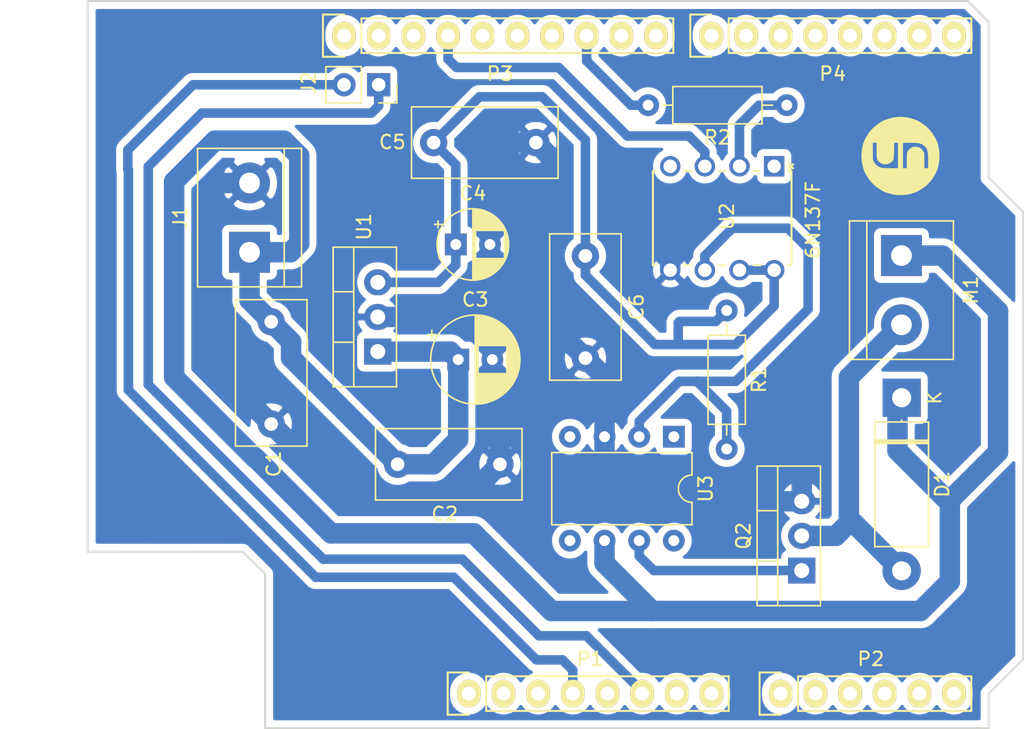
<source format=kicad_pcb>
(kicad_pcb (version 20171130) (host pcbnew "(5.1.2)-2")

  (general
    (thickness 1.6)
    (drawings 20)
    (tracks 163)
    (zones 0)
    (modules 21)
    (nets 46)
  )

  (page A4)
  (title_block
    (date "lun. 30 mars 2015")
  )

  (layers
    (0 F.Cu signal)
    (31 B.Cu signal)
    (32 B.Adhes user)
    (33 F.Adhes user)
    (34 B.Paste user)
    (35 F.Paste user)
    (36 B.SilkS user)
    (37 F.SilkS user)
    (38 B.Mask user)
    (39 F.Mask user)
    (40 Dwgs.User user)
    (41 Cmts.User user)
    (42 Eco1.User user)
    (43 Eco2.User user)
    (44 Edge.Cuts user)
    (45 Margin user)
    (46 B.CrtYd user)
    (47 F.CrtYd user)
    (48 B.Fab user)
    (49 F.Fab user)
  )

  (setup
    (last_trace_width 1.5)
    (user_trace_width 0.5)
    (user_trace_width 0.7)
    (user_trace_width 1)
    (user_trace_width 1.5)
    (user_trace_width 2)
    (trace_clearance 0.2)
    (zone_clearance 0.508)
    (zone_45_only no)
    (trace_min 0.2)
    (via_size 0.6)
    (via_drill 0.4)
    (via_min_size 0.4)
    (via_min_drill 0.3)
    (user_via 0.8 0.4)
    (uvia_size 0.3)
    (uvia_drill 0.1)
    (uvias_allowed no)
    (uvia_min_size 0.2)
    (uvia_min_drill 0.1)
    (edge_width 0.15)
    (segment_width 0.15)
    (pcb_text_width 0.3)
    (pcb_text_size 1.5 1.5)
    (mod_edge_width 0.15)
    (mod_text_size 1 1)
    (mod_text_width 0.15)
    (pad_size 4.064 4.064)
    (pad_drill 3.048)
    (pad_to_mask_clearance 0)
    (aux_axis_origin 110.998 126.365)
    (grid_origin 110.998 126.365)
    (visible_elements 7FFFFFFF)
    (pcbplotparams
      (layerselection 0x010fc_ffffffff)
      (usegerberextensions false)
      (usegerberattributes false)
      (usegerberadvancedattributes false)
      (creategerberjobfile false)
      (excludeedgelayer true)
      (linewidth 0.100000)
      (plotframeref false)
      (viasonmask false)
      (mode 1)
      (useauxorigin false)
      (hpglpennumber 1)
      (hpglpenspeed 20)
      (hpglpendiameter 15.000000)
      (psnegative false)
      (psa4output false)
      (plotreference true)
      (plotvalue true)
      (plotinvisibletext false)
      (padsonsilk false)
      (subtractmaskfromsilk false)
      (outputformat 1)
      (mirror false)
      (drillshape 0)
      (scaleselection 1)
      (outputdirectory "Gerber/"))
  )

  (net 0 "")
  (net 1 /IOREF)
  (net 2 /Reset)
  (net 3 +5V)
  (net 4 /Vin)
  (net 5 /A0)
  (net 6 /A1)
  (net 7 /A2)
  (net 8 /A3)
  (net 9 /AREF)
  (net 10 "/A4(SDA)")
  (net 11 "/A5(SCL)")
  (net 12 "/9(**)")
  (net 13 /8)
  (net 14 /7)
  (net 15 "/6(**)")
  (net 16 "/5(**)")
  (net 17 /4)
  (net 18 "/3(**)")
  (net 19 /2)
  (net 20 "/1(Tx)")
  (net 21 "/0(Rx)")
  (net 22 "/13(SCK)")
  (net 23 "/10(**/SS)")
  (net 24 "Net-(P1-Pad1)")
  (net 25 +3V3)
  (net 26 "/12(MISO)")
  (net 27 "/11(**/MOSI)")
  (net 28 +12V)
  (net 29 "Net-(C4-Pad1)")
  (net 30 "Net-(Q2-Pad1)")
  (net 31 "Net-(R1-Pad2)")
  (net 32 "Net-(R2-Pad1)")
  (net 33 "Net-(U2-Pad4)")
  (net 34 "Net-(U2-Pad1)")
  (net 35 "Net-(U3-Pad8)")
  (net 36 "Net-(U3-Pad4)")
  (net 37 "Net-(U3-Pad5)")
  (net 38 "Net-(U3-Pad1)")
  (net 39 GNDPWR)
  (net 40 "Net-(J2-Pad1)")
  (net 41 "Net-(P1-Pad7)")
  (net 42 "Net-(P3-Pad4)")
  (net 43 "Net-(P2-Pad5)")
  (net 44 "Net-(P2-Pad6)")
  (net 45 "Net-(D1-Pad2)")

  (net_class Default "This is the default net class."
    (clearance 0.2)
    (trace_width 0.25)
    (via_dia 0.6)
    (via_drill 0.4)
    (uvia_dia 0.3)
    (uvia_drill 0.1)
    (add_net +12V)
    (add_net +3V3)
    (add_net +5V)
    (add_net "/0(Rx)")
    (add_net "/1(Tx)")
    (add_net "/10(**/SS)")
    (add_net "/11(**/MOSI)")
    (add_net "/12(MISO)")
    (add_net "/13(SCK)")
    (add_net /2)
    (add_net "/3(**)")
    (add_net /4)
    (add_net "/5(**)")
    (add_net "/6(**)")
    (add_net /7)
    (add_net /8)
    (add_net "/9(**)")
    (add_net /A0)
    (add_net /A1)
    (add_net /A2)
    (add_net /A3)
    (add_net "/A4(SDA)")
    (add_net "/A5(SCL)")
    (add_net /AREF)
    (add_net /IOREF)
    (add_net /Reset)
    (add_net /Vin)
    (add_net GNDPWR)
    (add_net "Net-(C4-Pad1)")
    (add_net "Net-(D1-Pad2)")
    (add_net "Net-(J2-Pad1)")
    (add_net "Net-(P1-Pad1)")
    (add_net "Net-(P1-Pad7)")
    (add_net "Net-(P2-Pad5)")
    (add_net "Net-(P2-Pad6)")
    (add_net "Net-(P3-Pad4)")
    (add_net "Net-(Q2-Pad1)")
    (add_net "Net-(R1-Pad2)")
    (add_net "Net-(R2-Pad1)")
    (add_net "Net-(U2-Pad1)")
    (add_net "Net-(U2-Pad4)")
    (add_net "Net-(U3-Pad1)")
    (add_net "Net-(U3-Pad4)")
    (add_net "Net-(U3-Pad5)")
    (add_net "Net-(U3-Pad8)")
  )

  (module Diode_THT:D_5W_P12.70mm_Horizontal (layer F.Cu) (tedit 5AE50CD5) (tstamp 5D1F7550)
    (at 170.6626 102.12324 270)
    (descr "Diode, 5W series, Axial, Horizontal, pin pitch=12.7mm, , length*diameter=8.9*3.7mm^2, , http://www.diodes.com/_files/packages/8686949.gif")
    (tags "Diode 5W series Axial Horizontal pin pitch 12.7mm  length 8.9mm diameter 3.7mm")
    (path /5D20204E)
    (fp_text reference D1 (at 6.35 -2.97 90) (layer F.SilkS)
      (effects (font (size 1 1) (thickness 0.15)))
    )
    (fp_text value D (at 6.35 2.97 90) (layer F.Fab)
      (effects (font (size 1 1) (thickness 0.15)))
    )
    (fp_text user K (at 0 -2.4 90) (layer F.SilkS)
      (effects (font (size 1 1) (thickness 0.15)))
    )
    (fp_text user K (at 0 -2.4 90) (layer F.Fab)
      (effects (font (size 1 1) (thickness 0.15)))
    )
    (fp_text user %R (at 7.0175 0 90) (layer F.Fab)
      (effects (font (size 1 1) (thickness 0.15)))
    )
    (fp_line (start 14.35 -2.1) (end -1.65 -2.1) (layer F.CrtYd) (width 0.05))
    (fp_line (start 14.35 2.1) (end 14.35 -2.1) (layer F.CrtYd) (width 0.05))
    (fp_line (start -1.65 2.1) (end 14.35 2.1) (layer F.CrtYd) (width 0.05))
    (fp_line (start -1.65 -2.1) (end -1.65 2.1) (layer F.CrtYd) (width 0.05))
    (fp_line (start 3.115 -1.97) (end 3.115 1.97) (layer F.SilkS) (width 0.12))
    (fp_line (start 3.355 -1.97) (end 3.355 1.97) (layer F.SilkS) (width 0.12))
    (fp_line (start 3.235 -1.97) (end 3.235 1.97) (layer F.SilkS) (width 0.12))
    (fp_line (start 11.06 0) (end 10.92 0) (layer F.SilkS) (width 0.12))
    (fp_line (start 1.64 0) (end 1.78 0) (layer F.SilkS) (width 0.12))
    (fp_line (start 10.92 -1.97) (end 1.78 -1.97) (layer F.SilkS) (width 0.12))
    (fp_line (start 10.92 1.97) (end 10.92 -1.97) (layer F.SilkS) (width 0.12))
    (fp_line (start 1.78 1.97) (end 10.92 1.97) (layer F.SilkS) (width 0.12))
    (fp_line (start 1.78 -1.97) (end 1.78 1.97) (layer F.SilkS) (width 0.12))
    (fp_line (start 3.135 -1.85) (end 3.135 1.85) (layer F.Fab) (width 0.1))
    (fp_line (start 3.335 -1.85) (end 3.335 1.85) (layer F.Fab) (width 0.1))
    (fp_line (start 3.235 -1.85) (end 3.235 1.85) (layer F.Fab) (width 0.1))
    (fp_line (start 12.7 0) (end 10.8 0) (layer F.Fab) (width 0.1))
    (fp_line (start 0 0) (end 1.9 0) (layer F.Fab) (width 0.1))
    (fp_line (start 10.8 -1.85) (end 1.9 -1.85) (layer F.Fab) (width 0.1))
    (fp_line (start 10.8 1.85) (end 10.8 -1.85) (layer F.Fab) (width 0.1))
    (fp_line (start 1.9 1.85) (end 10.8 1.85) (layer F.Fab) (width 0.1))
    (fp_line (start 1.9 -1.85) (end 1.9 1.85) (layer F.Fab) (width 0.1))
    (pad 2 thru_hole oval (at 12.7 0 270) (size 2.8 2.8) (drill 1.4) (layers *.Cu *.Mask)
      (net 45 "Net-(D1-Pad2)"))
    (pad 1 thru_hole rect (at 0 0 270) (size 2.8 2.8) (drill 1.4) (layers *.Cu *.Mask)
      (net 28 +12V))
    (model ${KISYS3DMOD}/Diode_THT.3dshapes/D_5W_P12.70mm_Horizontal.wrl
      (at (xyz 0 0 0))
      (scale (xyz 1 1 1))
      (rotate (xyz 0 0 0))
    )
  )

  (module Tesis2:LogoUNAL2 (layer F.Cu) (tedit 0) (tstamp 5D1D2E7B)
    (at 170.67784 84.46008)
    (fp_text reference G*** (at -1.64084 -1.87452) (layer F.SilkS) hide
      (effects (font (size 1.524 1.524) (thickness 0.3)))
    )
    (fp_text value LOGO (at -0.19304 -2.794) (layer F.SilkS) hide
      (effects (font (size 1.524 1.524) (thickness 0.3)))
    )
    (fp_poly (pts (xy -3.440854 -1.110827) (xy -3.438422 -1.086712) (xy -3.440854 -1.083734) (xy -3.452934 -1.086523)
      (xy -3.4544 -1.09728) (xy -3.446966 -1.114006) (xy -3.440854 -1.110827)) (layer F.SilkS) (width 0.01))
    (fp_poly (pts (xy 0.133679 -2.928501) (xy 0.379789 -2.895581) (xy 0.602815 -2.847702) (xy 0.818712 -2.781199)
      (xy 0.890743 -2.754683) (xy 0.973134 -2.723967) (xy 1.041916 -2.69971) (xy 1.087888 -2.685084)
      (xy 1.101037 -2.68224) (xy 1.128479 -2.67199) (xy 1.181361 -2.64466) (xy 1.251091 -2.605386)
      (xy 1.329076 -2.559303) (xy 1.406725 -2.511545) (xy 1.475444 -2.467247) (xy 1.526642 -2.431543)
      (xy 1.54432 -2.41734) (xy 1.592155 -2.379104) (xy 1.655536 -2.334017) (xy 1.68656 -2.313599)
      (xy 1.746246 -2.267739) (xy 1.823522 -2.197051) (xy 1.91169 -2.108886) (xy 2.00405 -2.010594)
      (xy 2.093902 -1.909527) (xy 2.174545 -1.813038) (xy 2.239282 -1.728476) (xy 2.281412 -1.663194)
      (xy 2.284254 -1.657752) (xy 2.316194 -1.598715) (xy 2.342346 -1.55769) (xy 2.355718 -1.54432)
      (xy 2.371844 -1.526752) (xy 2.399884 -1.479027) (xy 2.436395 -1.408617) (xy 2.477935 -1.322991)
      (xy 2.521062 -1.229621) (xy 2.562332 -1.135977) (xy 2.598305 -1.04953) (xy 2.625537 -0.97775)
      (xy 2.640585 -0.928109) (xy 2.641304 -0.92456) (xy 2.654355 -0.858094) (xy 2.672894 -0.767606)
      (xy 2.693694 -0.668766) (xy 2.702028 -0.62992) (xy 2.746093 -0.339935) (xy 2.758067 -0.03424)
      (xy 2.738523 0.278697) (xy 2.688037 0.590409) (xy 2.607183 0.892429) (xy 2.596506 0.92456)
      (xy 2.567349 0.999791) (xy 2.526194 1.092088) (xy 2.477874 1.19202) (xy 2.42722 1.290159)
      (xy 2.379065 1.377076) (xy 2.33824 1.44334) (xy 2.314699 1.474509) (xy 2.286049 1.512497)
      (xy 2.27584 1.538104) (xy 2.262084 1.5692) (xy 2.224258 1.622918) (xy 2.167526 1.693647)
      (xy 2.097051 1.775777) (xy 2.017996 1.863698) (xy 1.935524 1.9518) (xy 1.854799 2.034473)
      (xy 1.780984 2.106106) (xy 1.719241 2.161089) (xy 1.674736 2.193813) (xy 1.670004 2.196384)
      (xy 1.617607 2.22837) (xy 1.559816 2.271063) (xy 1.55135 2.278061) (xy 1.497135 2.318287)
      (xy 1.419182 2.369273) (xy 1.327572 2.425154) (xy 1.232383 2.480068) (xy 1.143694 2.528153)
      (xy 1.071587 2.563544) (xy 1.03632 2.577643) (xy 0.9849 2.594287) (xy 0.908223 2.619232)
      (xy 0.819648 2.648129) (xy 0.78232 2.66033) (xy 0.676257 2.692698) (xy 0.560174 2.724513)
      (xy 0.455857 2.749872) (xy 0.43688 2.753951) (xy 0.337253 2.76942) (xy 0.208621 2.78177)
      (xy 0.062525 2.790623) (xy -0.089494 2.7956) (xy -0.235894 2.796324) (xy -0.365133 2.792417)
      (xy -0.465568 2.783514) (xy -0.674898 2.744533) (xy -0.901885 2.684787) (xy -1.00584 2.652086)
      (xy -1.083666 2.627017) (xy -1.152574 2.605989) (xy -1.198005 2.59344) (xy -1.19888 2.593234)
      (xy -1.24132 2.576845) (xy -1.309286 2.543453) (xy -1.394121 2.498041) (xy -1.487173 2.445593)
      (xy -1.579787 2.39109) (xy -1.663308 2.339516) (xy -1.729082 2.295854) (xy -1.767928 2.265595)
      (xy -1.809373 2.231752) (xy -1.841646 2.215207) (xy -1.844695 2.21488) (xy -1.87506 2.199935)
      (xy -1.925966 2.158701) (xy -1.992509 2.096575) (xy -2.069785 2.018958) (xy -2.15289 1.931248)
      (xy -2.23692 1.838843) (xy -2.316972 1.747143) (xy -2.38814 1.661546) (xy -2.445523 1.587452)
      (xy -2.484215 1.530259) (xy -2.499312 1.495366) (xy -2.49936 1.494137) (xy -2.510696 1.464381)
      (xy -2.517746 1.459653) (xy -2.537368 1.438059) (xy -2.569694 1.387261) (xy -2.61065 1.315071)
      (xy -2.656162 1.229301) (xy -2.702154 1.13776) (xy -2.744554 1.048261) (xy -2.779286 0.968616)
      (xy -2.79503 0.928034) (xy -2.829128 0.81767) (xy -2.863501 0.678561) (xy -2.895877 0.522522)
      (xy -2.923989 0.361367) (xy -2.945567 0.206912) (xy -2.95767 0.08128) (xy -2.960487 -0.065911)
      (xy -2.952062 -0.237271) (xy -2.933927 -0.421629) (xy -2.907611 -0.607815) (xy -2.874644 -0.784657)
      (xy -2.836558 -0.940984) (xy -2.805857 -1.03632) (xy -2.137527 -1.03632) (xy -2.130484 -0.410385)
      (xy -2.12344 0.215551) (xy -2.055762 0.348853) (xy -1.954264 0.50833) (xy -1.827463 0.636177)
      (xy -1.67462 0.732976) (xy -1.494997 0.799303) (xy -1.4732 0.804854) (xy -1.412462 0.813921)
      (xy -1.312838 0.821186) (xy -1.176043 0.826579) (xy -1.003795 0.83003) (xy -0.82804 0.831391)
      (xy -0.28448 0.83312) (xy 0.08128 0.83312) (xy 0.36576 0.83312) (xy 0.36576 0.301505)
      (xy 0.366139 0.132945) (xy 0.367478 -0.000534) (xy 0.370081 -0.104484) (xy 0.37425 -0.184459)
      (xy 0.380289 -0.246012) (xy 0.3885 -0.294695) (xy 0.399188 -0.336062) (xy 0.400862 -0.341466)
      (xy 0.458812 -0.460885) (xy 0.55151 -0.569489) (xy 0.673331 -0.661127) (xy 0.71413 -0.684084)
      (xy 0.775784 -0.71342) (xy 0.83187 -0.730689) (xy 0.897374 -0.73893) (xy 0.987283 -0.741184)
      (xy 0.99568 -0.741197) (xy 1.099601 -0.738123) (xy 1.177481 -0.727246) (xy 1.243545 -0.706264)
      (xy 1.262327 -0.698052) (xy 1.3932 -0.617255) (xy 1.503927 -0.508023) (xy 1.580793 -0.38797)
      (xy 1.63576 -0.27432) (xy 1.642293 0.2794) (xy 1.648827 0.83312) (xy 1.9304 0.83312)
      (xy 1.9304 0.316747) (xy 1.928676 0.092134) (xy 1.922719 -0.096487) (xy 1.91135 -0.253649)
      (xy 1.893388 -0.383886) (xy 1.867654 -0.491731) (xy 1.832968 -0.581717) (xy 1.788151 -0.658377)
      (xy 1.732023 -0.726245) (xy 1.663405 -0.789854) (xy 1.636823 -0.811472) (xy 1.55905 -0.870817)
      (xy 1.487368 -0.918736) (xy 1.416217 -0.956439) (xy 1.340037 -0.985136) (xy 1.253267 -1.006036)
      (xy 1.150349 -1.020348) (xy 1.02572 -1.029283) (xy 0.873822 -1.034048) (xy 0.689095 -1.035855)
      (xy 0.60452 -1.03602) (xy 0.08128 -1.03632) (xy 0.08128 0.83312) (xy -0.28448 0.83312)
      (xy -0.28448 -1.03632) (xy -0.566093 -1.03632) (xy -0.573924 -0.47244) (xy -0.577028 -0.283809)
      (xy -0.581307 -0.130883) (xy -0.587886 -0.008729) (xy -0.597886 0.087587) (xy -0.612432 0.162999)
      (xy -0.632647 0.222441) (xy -0.659654 0.270848) (xy -0.694577 0.313152) (xy -0.738539 0.354288)
      (xy -0.767736 0.378827) (xy -0.911378 0.473203) (xy -1.063502 0.5288) (xy -1.220204 0.545546)
      (xy -1.377582 0.52337) (xy -1.531732 0.4622) (xy -1.637376 0.394836) (xy -1.69732 0.347461)
      (xy -1.737456 0.305527) (xy -1.766713 0.255988) (xy -1.794023 0.185796) (xy -1.807102 0.146893)
      (xy -1.820056 0.104451) (xy -1.830059 0.061499) (xy -1.837486 0.012188) (xy -1.842713 -0.049332)
      (xy -1.846114 -0.128912) (xy -1.848065 -0.232402) (xy -1.848941 -0.365651) (xy -1.84912 -0.508427)
      (xy -1.84912 -1.03632) (xy -2.137527 -1.03632) (xy -2.805857 -1.03632) (xy -2.80363 -1.043235)
      (xy -2.762687 -1.143659) (xy -2.712325 -1.253829) (xy -2.658197 -1.36251) (xy -2.605953 -1.458472)
      (xy -2.561244 -1.530481) (xy -2.552085 -1.543188) (xy -2.519415 -1.591644) (xy -2.500918 -1.628947)
      (xy -2.49936 -1.636678) (xy -2.487745 -1.662074) (xy -2.457644 -1.709321) (xy -2.416176 -1.768709)
      (xy -2.370461 -1.830529) (xy -2.327616 -1.885071) (xy -2.294761 -1.922625) (xy -2.281724 -1.933519)
      (xy -2.261969 -1.951124) (xy -2.222855 -1.992167) (xy -2.171403 -2.04917) (xy -2.147658 -2.076241)
      (xy -2.073548 -2.153477) (xy -1.987634 -2.231249) (xy -1.907157 -2.294067) (xy -1.898839 -2.299761)
      (xy -1.836918 -2.343009) (xy -1.790803 -2.378386) (xy -1.768746 -2.399476) (xy -1.767942 -2.401544)
      (xy -1.75139 -2.417743) (xy -1.707162 -2.448698) (xy -1.643241 -2.489667) (xy -1.567608 -2.53591)
      (xy -1.488246 -2.582687) (xy -1.413138 -2.625258) (xy -1.350266 -2.658881) (xy -1.307612 -2.678817)
      (xy -1.295268 -2.682241) (xy -1.263211 -2.689642) (xy -1.205139 -2.709256) (xy -1.132351 -2.737195)
      (xy -1.115371 -2.74412) (xy -0.8577 -2.832586) (xy -0.580629 -2.895675) (xy -0.296624 -2.931546)
      (xy -0.018148 -2.938359) (xy 0.133679 -2.928501)) (layer F.SilkS) (width 0.01))
  )

  (module Connector_PinSocket_2.54mm:PinSocket_1x02_P2.54mm_Vertical (layer F.Cu) (tedit 5A19A420) (tstamp 5D1BB920)
    (at 132.32892 79.16672 270)
    (descr "Through hole straight socket strip, 1x02, 2.54mm pitch, single row (from Kicad 4.0.7), script generated")
    (tags "Through hole socket strip THT 1x02 2.54mm single row")
    (path /5D1CB5BF)
    (fp_text reference J2 (at -0.11684 5.1308 90) (layer F.SilkS)
      (effects (font (size 1 1) (thickness 0.15)))
    )
    (fp_text value ASensor2 (at 0 5.31 90) (layer F.Fab)
      (effects (font (size 1 1) (thickness 0.15)))
    )
    (fp_text user %R (at 0 1.27) (layer F.Fab)
      (effects (font (size 1 1) (thickness 0.15)))
    )
    (fp_line (start -1.8 4.3) (end -1.8 -1.8) (layer F.CrtYd) (width 0.05))
    (fp_line (start 1.75 4.3) (end -1.8 4.3) (layer F.CrtYd) (width 0.05))
    (fp_line (start 1.75 -1.8) (end 1.75 4.3) (layer F.CrtYd) (width 0.05))
    (fp_line (start -1.8 -1.8) (end 1.75 -1.8) (layer F.CrtYd) (width 0.05))
    (fp_line (start 0 -1.33) (end 1.33 -1.33) (layer F.SilkS) (width 0.12))
    (fp_line (start 1.33 -1.33) (end 1.33 0) (layer F.SilkS) (width 0.12))
    (fp_line (start 1.33 1.27) (end 1.33 3.87) (layer F.SilkS) (width 0.12))
    (fp_line (start -1.33 3.87) (end 1.33 3.87) (layer F.SilkS) (width 0.12))
    (fp_line (start -1.33 1.27) (end -1.33 3.87) (layer F.SilkS) (width 0.12))
    (fp_line (start -1.33 1.27) (end 1.33 1.27) (layer F.SilkS) (width 0.12))
    (fp_line (start -1.27 3.81) (end -1.27 -1.27) (layer F.Fab) (width 0.1))
    (fp_line (start 1.27 3.81) (end -1.27 3.81) (layer F.Fab) (width 0.1))
    (fp_line (start 1.27 -0.635) (end 1.27 3.81) (layer F.Fab) (width 0.1))
    (fp_line (start 0.635 -1.27) (end 1.27 -0.635) (layer F.Fab) (width 0.1))
    (fp_line (start -1.27 -1.27) (end 0.635 -1.27) (layer F.Fab) (width 0.1))
    (pad 2 thru_hole oval (at 0 2.54 270) (size 1.7 1.7) (drill 1) (layers *.Cu *.Mask)
      (net 25 +3V3))
    (pad 1 thru_hole rect (at 0 0 270) (size 1.7 1.7) (drill 1) (layers *.Cu *.Mask)
      (net 40 "Net-(J2-Pad1)"))
    (model ${KISYS3DMOD}/Connector_PinSocket_2.54mm.3dshapes/PinSocket_1x02_P2.54mm_Vertical.wrl
      (at (xyz 0 0 0))
      (scale (xyz 1 1 1))
      (rotate (xyz 0 0 0))
    )
  )

  (module Package_DIP:DIP-8_W7.62mm (layer F.Cu) (tedit 5A02E8C5) (tstamp 5D1C600C)
    (at 153.96464 104.98328 270)
    (descr "8-lead though-hole mounted DIP package, row spacing 7.62 mm (300 mils)")
    (tags "THT DIP DIL PDIP 2.54mm 7.62mm 300mil")
    (path /5D1BF2B0)
    (fp_text reference U3 (at 3.81 -2.33 90) (layer F.SilkS)
      (effects (font (size 1 1) (thickness 0.15)))
    )
    (fp_text value MC33152 (at 3.81 9.95 90) (layer F.Fab)
      (effects (font (size 1 1) (thickness 0.15)))
    )
    (fp_arc (start 3.81 -1.33) (end 2.81 -1.33) (angle -180) (layer F.SilkS) (width 0.12))
    (fp_line (start 1.635 -1.27) (end 6.985 -1.27) (layer F.Fab) (width 0.1))
    (fp_line (start 6.985 -1.27) (end 6.985 8.89) (layer F.Fab) (width 0.1))
    (fp_line (start 6.985 8.89) (end 0.635 8.89) (layer F.Fab) (width 0.1))
    (fp_line (start 0.635 8.89) (end 0.635 -0.27) (layer F.Fab) (width 0.1))
    (fp_line (start 0.635 -0.27) (end 1.635 -1.27) (layer F.Fab) (width 0.1))
    (fp_line (start 2.81 -1.33) (end 1.16 -1.33) (layer F.SilkS) (width 0.12))
    (fp_line (start 1.16 -1.33) (end 1.16 8.95) (layer F.SilkS) (width 0.12))
    (fp_line (start 1.16 8.95) (end 6.46 8.95) (layer F.SilkS) (width 0.12))
    (fp_line (start 6.46 8.95) (end 6.46 -1.33) (layer F.SilkS) (width 0.12))
    (fp_line (start 6.46 -1.33) (end 4.81 -1.33) (layer F.SilkS) (width 0.12))
    (fp_line (start -1.1 -1.55) (end -1.1 9.15) (layer F.CrtYd) (width 0.05))
    (fp_line (start -1.1 9.15) (end 8.7 9.15) (layer F.CrtYd) (width 0.05))
    (fp_line (start 8.7 9.15) (end 8.7 -1.55) (layer F.CrtYd) (width 0.05))
    (fp_line (start 8.7 -1.55) (end -1.1 -1.55) (layer F.CrtYd) (width 0.05))
    (fp_text user %R (at 3.81 3.81 90) (layer F.Fab)
      (effects (font (size 1 1) (thickness 0.15)))
    )
    (pad 1 thru_hole rect (at 0 0 270) (size 1.6 1.6) (drill 0.8) (layers *.Cu *.Mask)
      (net 38 "Net-(U3-Pad1)"))
    (pad 5 thru_hole oval (at 7.62 7.62 270) (size 1.6 1.6) (drill 0.8) (layers *.Cu *.Mask)
      (net 37 "Net-(U3-Pad5)"))
    (pad 2 thru_hole oval (at 0 2.54 270) (size 1.6 1.6) (drill 0.8) (layers *.Cu *.Mask)
      (net 31 "Net-(R1-Pad2)"))
    (pad 6 thru_hole oval (at 7.62 5.08 270) (size 1.6 1.6) (drill 0.8) (layers *.Cu *.Mask)
      (net 28 +12V))
    (pad 3 thru_hole oval (at 0 5.08 270) (size 1.6 1.6) (drill 0.8) (layers *.Cu *.Mask)
      (net 39 GNDPWR))
    (pad 7 thru_hole oval (at 7.62 2.54 270) (size 1.6 1.6) (drill 0.8) (layers *.Cu *.Mask)
      (net 30 "Net-(Q2-Pad1)"))
    (pad 4 thru_hole oval (at 0 7.62 270) (size 1.6 1.6) (drill 0.8) (layers *.Cu *.Mask)
      (net 36 "Net-(U3-Pad4)"))
    (pad 8 thru_hole oval (at 7.62 0 270) (size 1.6 1.6) (drill 0.8) (layers *.Cu *.Mask)
      (net 35 "Net-(U3-Pad8)"))
    (model ${KISYS3DMOD}/Package_DIP.3dshapes/DIP-8_W7.62mm.wrl
      (at (xyz 0 0 0))
      (scale (xyz 1 1 1))
      (rotate (xyz 0 0 0))
    )
  )

  (module 6N137:6N137F (layer F.Cu) (tedit 0) (tstamp 5D1C62AC)
    (at 153.69794 92.76588 270)
    (path /5D1AEFDB)
    (fp_text reference U2 (at -3.94208 -4.15798 90) (layer F.SilkS)
      (effects (font (size 1 1) (thickness 0.15)))
    )
    (fp_text value 6N137F (at -3.67792 -10.46226 90) (layer F.SilkS)
      (effects (font (size 1 1) (thickness 0.15)))
    )
    (fp_text user "Copyright 2016 Accelerated Designs. All rights reserved." (at 0 0 90) (layer Cmts.User)
      (effects (font (size 0.127 0.127) (thickness 0.002)))
    )
    (fp_text user * (at -7.62 -9.1313 90) (layer F.SilkS)
      (effects (font (size 1 1) (thickness 0.15)))
    )
    (fp_text user * (at -6.8834 -7.62 90) (layer F.Fab)
      (effects (font (size 1 1) (thickness 0.15)))
    )
    (fp_line (start -7.1374 -7.1247) (end -7.1374 -8.1153) (layer F.Fab) (width 0.1524))
    (fp_line (start -7.1374 -8.1153) (end -8.1153 -8.1153) (layer F.Fab) (width 0.1524))
    (fp_line (start -8.1153 -8.1153) (end -8.1153 -7.1247) (layer F.Fab) (width 0.1524))
    (fp_line (start -8.1153 -7.1247) (end -7.1374 -7.1247) (layer F.Fab) (width 0.1524))
    (fp_line (start -7.1374 -4.5847) (end -7.1374 -5.5753) (layer F.Fab) (width 0.1524))
    (fp_line (start -7.1374 -5.5753) (end -8.1153 -5.5753) (layer F.Fab) (width 0.1524))
    (fp_line (start -8.1153 -5.5753) (end -8.1153 -4.5847) (layer F.Fab) (width 0.1524))
    (fp_line (start -8.1153 -4.5847) (end -7.1374 -4.5847) (layer F.Fab) (width 0.1524))
    (fp_line (start -7.1374 -2.0447) (end -7.1374 -3.0353) (layer F.Fab) (width 0.1524))
    (fp_line (start -7.1374 -3.0353) (end -8.1153 -3.0353) (layer F.Fab) (width 0.1524))
    (fp_line (start -8.1153 -3.0353) (end -8.1153 -2.0447) (layer F.Fab) (width 0.1524))
    (fp_line (start -8.1153 -2.0447) (end -7.1374 -2.0447) (layer F.Fab) (width 0.1524))
    (fp_line (start -7.1374 0.4953) (end -7.1374 -0.4953) (layer F.Fab) (width 0.1524))
    (fp_line (start -7.1374 -0.4953) (end -8.1153 -0.4953) (layer F.Fab) (width 0.1524))
    (fp_line (start -8.1153 -0.4953) (end -8.1153 0.4953) (layer F.Fab) (width 0.1524))
    (fp_line (start -8.1153 0.4953) (end -7.1374 0.4953) (layer F.Fab) (width 0.1524))
    (fp_line (start -0.4826 -0.4953) (end -0.4826 0.4953) (layer F.Fab) (width 0.1524))
    (fp_line (start -0.4826 0.4953) (end 0.4953 0.4953) (layer F.Fab) (width 0.1524))
    (fp_line (start 0.4953 0.4953) (end 0.4953 -0.4953) (layer F.Fab) (width 0.1524))
    (fp_line (start 0.4953 -0.4953) (end -0.4826 -0.4953) (layer F.Fab) (width 0.1524))
    (fp_line (start -0.4826 -3.0353) (end -0.4826 -2.0447) (layer F.Fab) (width 0.1524))
    (fp_line (start -0.4826 -2.0447) (end 0.4953 -2.0447) (layer F.Fab) (width 0.1524))
    (fp_line (start 0.4953 -2.0447) (end 0.4953 -3.0353) (layer F.Fab) (width 0.1524))
    (fp_line (start 0.4953 -3.0353) (end -0.4826 -3.0353) (layer F.Fab) (width 0.1524))
    (fp_line (start -0.4826 -5.5753) (end -0.4826 -4.5847) (layer F.Fab) (width 0.1524))
    (fp_line (start -0.4826 -4.5847) (end 0.4953 -4.5847) (layer F.Fab) (width 0.1524))
    (fp_line (start 0.4953 -4.5847) (end 0.4953 -5.5753) (layer F.Fab) (width 0.1524))
    (fp_line (start 0.4953 -5.5753) (end -0.4826 -5.5753) (layer F.Fab) (width 0.1524))
    (fp_line (start -0.4826 -8.1153) (end -0.4826 -7.1247) (layer F.Fab) (width 0.1524))
    (fp_line (start -0.4826 -7.1247) (end 0.4953 -7.1247) (layer F.Fab) (width 0.1524))
    (fp_line (start 0.4953 -7.1247) (end 0.4953 -8.1153) (layer F.Fab) (width 0.1524))
    (fp_line (start 0.4953 -8.1153) (end -0.4826 -8.1153) (layer F.Fab) (width 0.1524))
    (fp_line (start -7.2644 1.27) (end -0.3556 1.27) (layer F.SilkS) (width 0.1524))
    (fp_line (start -0.3556 1.27) (end -0.3556 1.021939) (layer F.SilkS) (width 0.1524))
    (fp_line (start -0.3556 -8.89) (end -7.2644 -8.89) (layer F.SilkS) (width 0.1524))
    (fp_line (start -7.2644 -8.89) (end -7.2644 -8.70204) (layer F.SilkS) (width 0.1524))
    (fp_line (start -7.1374 1.143) (end -0.4826 1.143) (layer F.Fab) (width 0.1524))
    (fp_line (start -0.4826 1.143) (end -0.4826 -8.763) (layer F.Fab) (width 0.1524))
    (fp_line (start -0.4826 -8.763) (end -7.1374 -8.763) (layer F.Fab) (width 0.1524))
    (fp_line (start -7.1374 -8.763) (end -7.1374 1.143) (layer F.Fab) (width 0.1524))
    (fp_line (start -7.2644 -6.53796) (end -7.2644 -6.101939) (layer F.SilkS) (width 0.1524))
    (fp_line (start -7.2644 -4.058061) (end -7.2644 -3.561939) (layer F.SilkS) (width 0.1524))
    (fp_line (start -7.2644 -1.518061) (end -7.2644 -1.021939) (layer F.SilkS) (width 0.1524))
    (fp_line (start -7.2644 1.021939) (end -7.2644 1.27) (layer F.SilkS) (width 0.1524))
    (fp_line (start -0.3556 -1.021939) (end -0.3556 -1.518061) (layer F.SilkS) (width 0.1524))
    (fp_line (start -0.3556 -3.561939) (end -0.3556 -4.058061) (layer F.SilkS) (width 0.1524))
    (fp_line (start -0.3556 -6.101939) (end -0.3556 -6.598061) (layer F.SilkS) (width 0.1524))
    (fp_line (start -0.3556 -8.641939) (end -0.3556 -8.89) (layer F.SilkS) (width 0.1524))
    (fp_line (start 1.0033 1.016) (end 1.0033 -8.636) (layer F.CrtYd) (width 0.1524))
    (fp_line (start 1.0033 -8.636) (end -0.2286 -8.636) (layer F.CrtYd) (width 0.1524))
    (fp_line (start -0.2286 -8.636) (end -0.2286 -9.017) (layer F.CrtYd) (width 0.1524))
    (fp_line (start -0.2286 -9.017) (end -7.3914 -9.017) (layer F.CrtYd) (width 0.1524))
    (fp_line (start -7.3914 -9.017) (end -7.3914 -8.636) (layer F.CrtYd) (width 0.1524))
    (fp_line (start -7.3914 -8.636) (end -8.6233 -8.636) (layer F.CrtYd) (width 0.1524))
    (fp_line (start -8.6233 -8.636) (end -8.6233 1.016) (layer F.CrtYd) (width 0.1524))
    (fp_line (start -8.6233 1.016) (end -7.3914 1.016) (layer F.CrtYd) (width 0.1524))
    (fp_line (start -7.3914 1.016) (end -7.3914 1.397) (layer F.CrtYd) (width 0.1524))
    (fp_line (start -7.3914 1.397) (end -0.2286 1.397) (layer F.CrtYd) (width 0.1524))
    (fp_line (start -0.2286 1.397) (end -0.2286 1.016) (layer F.CrtYd) (width 0.1524))
    (fp_line (start -0.2286 1.016) (end 1.0033 1.016) (layer F.CrtYd) (width 0.1524))
    (fp_arc (start -3.81 -8.763) (end -3.5052 -8.763) (angle 180) (layer F.Fab) (width 0.1524))
    (pad 1 thru_hole rect (at -7.62 -7.62 270) (size 1.4986 1.4986) (drill 0.9906) (layers *.Cu *.Mask)
      (net 34 "Net-(U2-Pad1)"))
    (pad 2 thru_hole circle (at -7.62 -5.08 270) (size 1.4986 1.4986) (drill 0.9906) (layers *.Cu *.Mask)
      (net 32 "Net-(R2-Pad1)"))
    (pad 3 thru_hole circle (at -7.62 -2.54 270) (size 1.4986 1.4986) (drill 0.9906) (layers *.Cu *.Mask)
      (net 42 "Net-(P3-Pad4)"))
    (pad 4 thru_hole circle (at -7.62 0 270) (size 1.4986 1.4986) (drill 0.9906) (layers *.Cu *.Mask)
      (net 33 "Net-(U2-Pad4)"))
    (pad 5 thru_hole circle (at 0 0 270) (size 1.4986 1.4986) (drill 0.9906) (layers *.Cu *.Mask)
      (net 39 GNDPWR))
    (pad 6 thru_hole circle (at 0 -2.54 270) (size 1.4986 1.4986) (drill 0.9906) (layers *.Cu *.Mask)
      (net 31 "Net-(R1-Pad2)"))
    (pad 7 thru_hole circle (at 0 -5.08 270) (size 1.4986 1.4986) (drill 0.9906) (layers *.Cu *.Mask)
      (net 29 "Net-(C4-Pad1)"))
    (pad 8 thru_hole circle (at 0 -7.62 270) (size 1.4986 1.4986) (drill 0.9906) (layers *.Cu *.Mask)
      (net 29 "Net-(C4-Pad1)"))
  )

  (module Package_TO_SOT_THT:TO-220-3_Vertical (layer F.Cu) (tedit 5AC8BA0D) (tstamp 5D1C635B)
    (at 132.26288 98.73996 90)
    (descr "TO-220-3, Vertical, RM 2.54mm, see https://www.vishay.com/docs/66542/to-220-1.pdf")
    (tags "TO-220-3 Vertical RM 2.54mm")
    (path /5D1B5482)
    (fp_text reference U1 (at 9.15924 -1.01092 90) (layer F.SilkS)
      (effects (font (size 1 1) (thickness 0.15)))
    )
    (fp_text value L7805 (at 2.54 2.5 90) (layer F.Fab)
      (effects (font (size 1 1) (thickness 0.15)))
    )
    (fp_line (start -2.46 -3.15) (end -2.46 1.25) (layer F.Fab) (width 0.1))
    (fp_line (start -2.46 1.25) (end 7.54 1.25) (layer F.Fab) (width 0.1))
    (fp_line (start 7.54 1.25) (end 7.54 -3.15) (layer F.Fab) (width 0.1))
    (fp_line (start 7.54 -3.15) (end -2.46 -3.15) (layer F.Fab) (width 0.1))
    (fp_line (start -2.46 -1.88) (end 7.54 -1.88) (layer F.Fab) (width 0.1))
    (fp_line (start 0.69 -3.15) (end 0.69 -1.88) (layer F.Fab) (width 0.1))
    (fp_line (start 4.39 -3.15) (end 4.39 -1.88) (layer F.Fab) (width 0.1))
    (fp_line (start -2.58 -3.27) (end 7.66 -3.27) (layer F.SilkS) (width 0.12))
    (fp_line (start -2.58 1.371) (end 7.66 1.371) (layer F.SilkS) (width 0.12))
    (fp_line (start -2.58 -3.27) (end -2.58 1.371) (layer F.SilkS) (width 0.12))
    (fp_line (start 7.66 -3.27) (end 7.66 1.371) (layer F.SilkS) (width 0.12))
    (fp_line (start -2.58 -1.76) (end 7.66 -1.76) (layer F.SilkS) (width 0.12))
    (fp_line (start 0.69 -3.27) (end 0.69 -1.76) (layer F.SilkS) (width 0.12))
    (fp_line (start 4.391 -3.27) (end 4.391 -1.76) (layer F.SilkS) (width 0.12))
    (fp_line (start -2.71 -3.4) (end -2.71 1.51) (layer F.CrtYd) (width 0.05))
    (fp_line (start -2.71 1.51) (end 7.79 1.51) (layer F.CrtYd) (width 0.05))
    (fp_line (start 7.79 1.51) (end 7.79 -3.4) (layer F.CrtYd) (width 0.05))
    (fp_line (start 7.79 -3.4) (end -2.71 -3.4) (layer F.CrtYd) (width 0.05))
    (fp_text user %R (at 2.54 -4.27 90) (layer F.Fab)
      (effects (font (size 1 1) (thickness 0.15)))
    )
    (pad 1 thru_hole rect (at 0 0 90) (size 1.905 2) (drill 1.1) (layers *.Cu *.Mask)
      (net 28 +12V))
    (pad 2 thru_hole oval (at 2.54 0 90) (size 1.905 2) (drill 1.1) (layers *.Cu *.Mask)
      (net 39 GNDPWR))
    (pad 3 thru_hole oval (at 5.08 0 90) (size 1.905 2) (drill 1.1) (layers *.Cu *.Mask)
      (net 29 "Net-(C4-Pad1)"))
    (model ${KISYS3DMOD}/Package_TO_SOT_THT.3dshapes/TO-220-3_Vertical.wrl
      (at (xyz 0 0 0))
      (scale (xyz 1 1 1))
      (rotate (xyz 0 0 0))
    )
  )

  (module Resistor_THT:R_Axial_DIN0207_L6.3mm_D2.5mm_P10.16mm_Horizontal (layer F.Cu) (tedit 5AE5139B) (tstamp 5D1C69A2)
    (at 162.23996 80.66532 180)
    (descr "Resistor, Axial_DIN0207 series, Axial, Horizontal, pin pitch=10.16mm, 0.25W = 1/4W, length*diameter=6.3*2.5mm^2, http://cdn-reichelt.de/documents/datenblatt/B400/1_4W%23YAG.pdf")
    (tags "Resistor Axial_DIN0207 series Axial Horizontal pin pitch 10.16mm 0.25W = 1/4W length 6.3mm diameter 2.5mm")
    (path /5D1AF8F1)
    (fp_text reference R2 (at 5.08 -2.37) (layer F.SilkS)
      (effects (font (size 1 1) (thickness 0.15)))
    )
    (fp_text value 220 (at 5.08 2.37) (layer F.Fab)
      (effects (font (size 1 1) (thickness 0.15)))
    )
    (fp_line (start 1.93 -1.25) (end 1.93 1.25) (layer F.Fab) (width 0.1))
    (fp_line (start 1.93 1.25) (end 8.23 1.25) (layer F.Fab) (width 0.1))
    (fp_line (start 8.23 1.25) (end 8.23 -1.25) (layer F.Fab) (width 0.1))
    (fp_line (start 8.23 -1.25) (end 1.93 -1.25) (layer F.Fab) (width 0.1))
    (fp_line (start 0 0) (end 1.93 0) (layer F.Fab) (width 0.1))
    (fp_line (start 10.16 0) (end 8.23 0) (layer F.Fab) (width 0.1))
    (fp_line (start 1.81 -1.37) (end 1.81 1.37) (layer F.SilkS) (width 0.12))
    (fp_line (start 1.81 1.37) (end 8.35 1.37) (layer F.SilkS) (width 0.12))
    (fp_line (start 8.35 1.37) (end 8.35 -1.37) (layer F.SilkS) (width 0.12))
    (fp_line (start 8.35 -1.37) (end 1.81 -1.37) (layer F.SilkS) (width 0.12))
    (fp_line (start 1.04 0) (end 1.81 0) (layer F.SilkS) (width 0.12))
    (fp_line (start 9.12 0) (end 8.35 0) (layer F.SilkS) (width 0.12))
    (fp_line (start -1.05 -1.5) (end -1.05 1.5) (layer F.CrtYd) (width 0.05))
    (fp_line (start -1.05 1.5) (end 11.21 1.5) (layer F.CrtYd) (width 0.05))
    (fp_line (start 11.21 1.5) (end 11.21 -1.5) (layer F.CrtYd) (width 0.05))
    (fp_line (start 11.21 -1.5) (end -1.05 -1.5) (layer F.CrtYd) (width 0.05))
    (fp_text user %R (at 5.08 0) (layer F.Fab)
      (effects (font (size 1 1) (thickness 0.15)))
    )
    (pad 1 thru_hole circle (at 0 0 180) (size 1.6 1.6) (drill 0.8) (layers *.Cu *.Mask)
      (net 32 "Net-(R2-Pad1)"))
    (pad 2 thru_hole oval (at 10.16 0 180) (size 1.6 1.6) (drill 0.8) (layers *.Cu *.Mask)
      (net 23 "/10(**/SS)"))
    (model ${KISYS3DMOD}/Resistor_THT.3dshapes/R_Axial_DIN0207_L6.3mm_D2.5mm_P10.16mm_Horizontal.wrl
      (at (xyz 0 0 0))
      (scale (xyz 1 1 1))
      (rotate (xyz 0 0 0))
    )
  )

  (module Resistor_THT:R_Axial_DIN0207_L6.3mm_D2.5mm_P10.16mm_Horizontal (layer F.Cu) (tedit 5AE5139B) (tstamp 5D1C6451)
    (at 157.83814 95.72498 270)
    (descr "Resistor, Axial_DIN0207 series, Axial, Horizontal, pin pitch=10.16mm, 0.25W = 1/4W, length*diameter=6.3*2.5mm^2, http://cdn-reichelt.de/documents/datenblatt/B400/1_4W%23YAG.pdf")
    (tags "Resistor Axial_DIN0207 series Axial Horizontal pin pitch 10.16mm 0.25W = 1/4W length 6.3mm diameter 2.5mm")
    (path /5D1B0326)
    (fp_text reference R1 (at 5.08 -2.37 90) (layer F.SilkS)
      (effects (font (size 1 1) (thickness 0.15)))
    )
    (fp_text value 220 (at 5.08 2.37 90) (layer F.Fab)
      (effects (font (size 1 1) (thickness 0.15)))
    )
    (fp_line (start 1.93 -1.25) (end 1.93 1.25) (layer F.Fab) (width 0.1))
    (fp_line (start 1.93 1.25) (end 8.23 1.25) (layer F.Fab) (width 0.1))
    (fp_line (start 8.23 1.25) (end 8.23 -1.25) (layer F.Fab) (width 0.1))
    (fp_line (start 8.23 -1.25) (end 1.93 -1.25) (layer F.Fab) (width 0.1))
    (fp_line (start 0 0) (end 1.93 0) (layer F.Fab) (width 0.1))
    (fp_line (start 10.16 0) (end 8.23 0) (layer F.Fab) (width 0.1))
    (fp_line (start 1.81 -1.37) (end 1.81 1.37) (layer F.SilkS) (width 0.12))
    (fp_line (start 1.81 1.37) (end 8.35 1.37) (layer F.SilkS) (width 0.12))
    (fp_line (start 8.35 1.37) (end 8.35 -1.37) (layer F.SilkS) (width 0.12))
    (fp_line (start 8.35 -1.37) (end 1.81 -1.37) (layer F.SilkS) (width 0.12))
    (fp_line (start 1.04 0) (end 1.81 0) (layer F.SilkS) (width 0.12))
    (fp_line (start 9.12 0) (end 8.35 0) (layer F.SilkS) (width 0.12))
    (fp_line (start -1.05 -1.5) (end -1.05 1.5) (layer F.CrtYd) (width 0.05))
    (fp_line (start -1.05 1.5) (end 11.21 1.5) (layer F.CrtYd) (width 0.05))
    (fp_line (start 11.21 1.5) (end 11.21 -1.5) (layer F.CrtYd) (width 0.05))
    (fp_line (start 11.21 -1.5) (end -1.05 -1.5) (layer F.CrtYd) (width 0.05))
    (fp_text user %R (at 5.08 0 90) (layer F.Fab)
      (effects (font (size 1 1) (thickness 0.15)))
    )
    (pad 1 thru_hole circle (at 0 0 270) (size 1.6 1.6) (drill 0.8) (layers *.Cu *.Mask)
      (net 29 "Net-(C4-Pad1)"))
    (pad 2 thru_hole oval (at 10.16 0 270) (size 1.6 1.6) (drill 0.8) (layers *.Cu *.Mask)
      (net 31 "Net-(R1-Pad2)"))
    (model ${KISYS3DMOD}/Resistor_THT.3dshapes/R_Axial_DIN0207_L6.3mm_D2.5mm_P10.16mm_Horizontal.wrl
      (at (xyz 0 0 0))
      (scale (xyz 1 1 1))
      (rotate (xyz 0 0 0))
    )
  )

  (module Package_TO_SOT_THT:TO-220-3_Vertical (layer F.Cu) (tedit 5AC8BA0D) (tstamp 5D1C61E4)
    (at 163.33724 114.79784 90)
    (descr "TO-220-3, Vertical, RM 2.54mm, see https://www.vishay.com/docs/66542/to-220-1.pdf")
    (tags "TO-220-3 Vertical RM 2.54mm")
    (path /5D1C3A93)
    (fp_text reference Q2 (at 2.54 -4.27 90) (layer F.SilkS)
      (effects (font (size 1 1) (thickness 0.15)))
    )
    (fp_text value IRF630 (at 2.54 2.5 90) (layer F.Fab)
      (effects (font (size 1 1) (thickness 0.15)))
    )
    (fp_line (start -2.46 -3.15) (end -2.46 1.25) (layer F.Fab) (width 0.1))
    (fp_line (start -2.46 1.25) (end 7.54 1.25) (layer F.Fab) (width 0.1))
    (fp_line (start 7.54 1.25) (end 7.54 -3.15) (layer F.Fab) (width 0.1))
    (fp_line (start 7.54 -3.15) (end -2.46 -3.15) (layer F.Fab) (width 0.1))
    (fp_line (start -2.46 -1.88) (end 7.54 -1.88) (layer F.Fab) (width 0.1))
    (fp_line (start 0.69 -3.15) (end 0.69 -1.88) (layer F.Fab) (width 0.1))
    (fp_line (start 4.39 -3.15) (end 4.39 -1.88) (layer F.Fab) (width 0.1))
    (fp_line (start -2.58 -3.27) (end 7.66 -3.27) (layer F.SilkS) (width 0.12))
    (fp_line (start -2.58 1.371) (end 7.66 1.371) (layer F.SilkS) (width 0.12))
    (fp_line (start -2.58 -3.27) (end -2.58 1.371) (layer F.SilkS) (width 0.12))
    (fp_line (start 7.66 -3.27) (end 7.66 1.371) (layer F.SilkS) (width 0.12))
    (fp_line (start -2.58 -1.76) (end 7.66 -1.76) (layer F.SilkS) (width 0.12))
    (fp_line (start 0.69 -3.27) (end 0.69 -1.76) (layer F.SilkS) (width 0.12))
    (fp_line (start 4.391 -3.27) (end 4.391 -1.76) (layer F.SilkS) (width 0.12))
    (fp_line (start -2.71 -3.4) (end -2.71 1.51) (layer F.CrtYd) (width 0.05))
    (fp_line (start -2.71 1.51) (end 7.79 1.51) (layer F.CrtYd) (width 0.05))
    (fp_line (start 7.79 1.51) (end 7.79 -3.4) (layer F.CrtYd) (width 0.05))
    (fp_line (start 7.79 -3.4) (end -2.71 -3.4) (layer F.CrtYd) (width 0.05))
    (fp_text user %R (at 2.54 -4.27 90) (layer F.Fab)
      (effects (font (size 1 1) (thickness 0.15)))
    )
    (pad 1 thru_hole rect (at 0 0 90) (size 1.905 2) (drill 1.1) (layers *.Cu *.Mask)
      (net 30 "Net-(Q2-Pad1)"))
    (pad 2 thru_hole oval (at 2.54 0 90) (size 1.905 2) (drill 1.1) (layers *.Cu *.Mask)
      (net 45 "Net-(D1-Pad2)"))
    (pad 3 thru_hole oval (at 5.08 0 90) (size 1.905 2) (drill 1.1) (layers *.Cu *.Mask)
      (net 39 GNDPWR))
    (model ${KISYS3DMOD}/Package_TO_SOT_THT.3dshapes/TO-220-3_Vertical.wrl
      (at (xyz 0 0 0))
      (scale (xyz 1 1 1))
      (rotate (xyz 0 0 0))
    )
  )

  (module TerminalBlock:TerminalBlock_bornier-2_P5.08mm (layer F.Cu) (tedit 59FF03AB) (tstamp 5D1F78E4)
    (at 170.64736 91.694 270)
    (descr "simple 2-pin terminal block, pitch 5.08mm, revamped version of bornier2")
    (tags "terminal block bornier2")
    (path /5D1C0870)
    (fp_text reference M1 (at 2.54 -5.08 90) (layer F.SilkS)
      (effects (font (size 1 1) (thickness 0.15)))
    )
    (fp_text value Fan (at 2.54 5.08 90) (layer F.Fab)
      (effects (font (size 1 1) (thickness 0.15)))
    )
    (fp_text user %R (at 2.54 0 90) (layer F.Fab)
      (effects (font (size 1 1) (thickness 0.15)))
    )
    (fp_line (start -2.41 2.55) (end 7.49 2.55) (layer F.Fab) (width 0.1))
    (fp_line (start -2.46 -3.75) (end -2.46 3.75) (layer F.Fab) (width 0.1))
    (fp_line (start -2.46 3.75) (end 7.54 3.75) (layer F.Fab) (width 0.1))
    (fp_line (start 7.54 3.75) (end 7.54 -3.75) (layer F.Fab) (width 0.1))
    (fp_line (start 7.54 -3.75) (end -2.46 -3.75) (layer F.Fab) (width 0.1))
    (fp_line (start 7.62 2.54) (end -2.54 2.54) (layer F.SilkS) (width 0.12))
    (fp_line (start 7.62 3.81) (end 7.62 -3.81) (layer F.SilkS) (width 0.12))
    (fp_line (start 7.62 -3.81) (end -2.54 -3.81) (layer F.SilkS) (width 0.12))
    (fp_line (start -2.54 -3.81) (end -2.54 3.81) (layer F.SilkS) (width 0.12))
    (fp_line (start -2.54 3.81) (end 7.62 3.81) (layer F.SilkS) (width 0.12))
    (fp_line (start -2.71 -4) (end 7.79 -4) (layer F.CrtYd) (width 0.05))
    (fp_line (start -2.71 -4) (end -2.71 4) (layer F.CrtYd) (width 0.05))
    (fp_line (start 7.79 4) (end 7.79 -4) (layer F.CrtYd) (width 0.05))
    (fp_line (start 7.79 4) (end -2.71 4) (layer F.CrtYd) (width 0.05))
    (pad 1 thru_hole rect (at 0 0 270) (size 3 3) (drill 1.52) (layers *.Cu *.Mask)
      (net 28 +12V))
    (pad 2 thru_hole circle (at 5.08 0 270) (size 3 3) (drill 1.52) (layers *.Cu *.Mask)
      (net 45 "Net-(D1-Pad2)"))
    (model ${KISYS3DMOD}/TerminalBlock.3dshapes/TerminalBlock_bornier-2_P5.08mm.wrl
      (offset (xyz 2.539999961853027 0 0))
      (scale (xyz 1 1 1))
      (rotate (xyz 0 0 0))
    )
  )

  (module TerminalBlock:TerminalBlock_bornier-2_P5.08mm (layer F.Cu) (tedit 59FF03AB) (tstamp 5D1C6413)
    (at 122.86488 91.45016 90)
    (descr "simple 2-pin terminal block, pitch 5.08mm, revamped version of bornier2")
    (tags "terminal block bornier2")
    (path /5D1C60EB)
    (fp_text reference J1 (at 2.54 -5.08 90) (layer F.SilkS)
      (effects (font (size 1 1) (thickness 0.15)))
    )
    (fp_text value Fuente (at 2.54 5.08 90) (layer F.Fab)
      (effects (font (size 1 1) (thickness 0.15)))
    )
    (fp_text user %R (at 2.54 0 90) (layer F.Fab)
      (effects (font (size 1 1) (thickness 0.15)))
    )
    (fp_line (start -2.41 2.55) (end 7.49 2.55) (layer F.Fab) (width 0.1))
    (fp_line (start -2.46 -3.75) (end -2.46 3.75) (layer F.Fab) (width 0.1))
    (fp_line (start -2.46 3.75) (end 7.54 3.75) (layer F.Fab) (width 0.1))
    (fp_line (start 7.54 3.75) (end 7.54 -3.75) (layer F.Fab) (width 0.1))
    (fp_line (start 7.54 -3.75) (end -2.46 -3.75) (layer F.Fab) (width 0.1))
    (fp_line (start 7.62 2.54) (end -2.54 2.54) (layer F.SilkS) (width 0.12))
    (fp_line (start 7.62 3.81) (end 7.62 -3.81) (layer F.SilkS) (width 0.12))
    (fp_line (start 7.62 -3.81) (end -2.54 -3.81) (layer F.SilkS) (width 0.12))
    (fp_line (start -2.54 -3.81) (end -2.54 3.81) (layer F.SilkS) (width 0.12))
    (fp_line (start -2.54 3.81) (end 7.62 3.81) (layer F.SilkS) (width 0.12))
    (fp_line (start -2.71 -4) (end 7.79 -4) (layer F.CrtYd) (width 0.05))
    (fp_line (start -2.71 -4) (end -2.71 4) (layer F.CrtYd) (width 0.05))
    (fp_line (start 7.79 4) (end 7.79 -4) (layer F.CrtYd) (width 0.05))
    (fp_line (start 7.79 4) (end -2.71 4) (layer F.CrtYd) (width 0.05))
    (pad 1 thru_hole rect (at 0 0 90) (size 3 3) (drill 1.52) (layers *.Cu *.Mask)
      (net 28 +12V))
    (pad 2 thru_hole circle (at 5.08 0 90) (size 3 3) (drill 1.52) (layers *.Cu *.Mask)
      (net 39 GNDPWR))
    (model ${KISYS3DMOD}/TerminalBlock.3dshapes/TerminalBlock_bornier-2_P5.08mm.wrl
      (offset (xyz 2.539999961853027 0 0))
      (scale (xyz 1 1 1))
      (rotate (xyz 0 0 0))
    )
  )

  (module Capacitor_THT:C_Disc_D10.5mm_W5.0mm_P7.50mm (layer F.Cu) (tedit 5AE50EF0) (tstamp 5D1C63DB)
    (at 147.48256 91.7194 270)
    (descr "C, Disc series, Radial, pin pitch=7.50mm, , diameter*width=10.5*5.0mm^2, Capacitor, http://www.vishay.com/docs/28535/vy2series.pdf")
    (tags "C Disc series Radial pin pitch 7.50mm  diameter 10.5mm width 5.0mm Capacitor")
    (path /5D1B4E22)
    (fp_text reference C6 (at 3.75 -3.75 90) (layer F.SilkS)
      (effects (font (size 1 1) (thickness 0.15)))
    )
    (fp_text value 10nF (at 3.75 3.75 90) (layer F.Fab)
      (effects (font (size 1 1) (thickness 0.15)))
    )
    (fp_line (start -1.5 -2.5) (end -1.5 2.5) (layer F.Fab) (width 0.1))
    (fp_line (start -1.5 2.5) (end 9 2.5) (layer F.Fab) (width 0.1))
    (fp_line (start 9 2.5) (end 9 -2.5) (layer F.Fab) (width 0.1))
    (fp_line (start 9 -2.5) (end -1.5 -2.5) (layer F.Fab) (width 0.1))
    (fp_line (start -1.62 -2.62) (end 9.12 -2.62) (layer F.SilkS) (width 0.12))
    (fp_line (start -1.62 2.62) (end 9.12 2.62) (layer F.SilkS) (width 0.12))
    (fp_line (start -1.62 -2.62) (end -1.62 2.62) (layer F.SilkS) (width 0.12))
    (fp_line (start 9.12 -2.62) (end 9.12 2.62) (layer F.SilkS) (width 0.12))
    (fp_line (start -1.75 -2.75) (end -1.75 2.75) (layer F.CrtYd) (width 0.05))
    (fp_line (start -1.75 2.75) (end 9.25 2.75) (layer F.CrtYd) (width 0.05))
    (fp_line (start 9.25 2.75) (end 9.25 -2.75) (layer F.CrtYd) (width 0.05))
    (fp_line (start 9.25 -2.75) (end -1.75 -2.75) (layer F.CrtYd) (width 0.05))
    (fp_text user %R (at 3.75 0 270) (layer F.Fab)
      (effects (font (size 1 1) (thickness 0.15)))
    )
    (pad 1 thru_hole circle (at 0 0 270) (size 2 2) (drill 1) (layers *.Cu *.Mask)
      (net 29 "Net-(C4-Pad1)"))
    (pad 2 thru_hole circle (at 7.5 0 270) (size 2 2) (drill 1) (layers *.Cu *.Mask)
      (net 39 GNDPWR))
    (model ${KISYS3DMOD}/Capacitor_THT.3dshapes/C_Disc_D10.5mm_W5.0mm_P7.50mm.wrl
      (at (xyz 0 0 0))
      (scale (xyz 1 1 1))
      (rotate (xyz 0 0 0))
    )
  )

  (module Capacitor_THT:C_Disc_D10.5mm_W5.0mm_P7.50mm (layer F.Cu) (tedit 5AE50EF0) (tstamp 5D1CA085)
    (at 136.35736 83.40852)
    (descr "C, Disc series, Radial, pin pitch=7.50mm, , diameter*width=10.5*5.0mm^2, Capacitor, http://www.vishay.com/docs/28535/vy2series.pdf")
    (tags "C Disc series Radial pin pitch 7.50mm  diameter 10.5mm width 5.0mm Capacitor")
    (path /5D1B499F)
    (fp_text reference C5 (at -3.02768 -0.03556) (layer F.SilkS)
      (effects (font (size 1 1) (thickness 0.15)))
    )
    (fp_text value 100nF (at 3.75 3.75) (layer F.Fab)
      (effects (font (size 1 1) (thickness 0.15)))
    )
    (fp_line (start -1.5 -2.5) (end -1.5 2.5) (layer F.Fab) (width 0.1))
    (fp_line (start -1.5 2.5) (end 9 2.5) (layer F.Fab) (width 0.1))
    (fp_line (start 9 2.5) (end 9 -2.5) (layer F.Fab) (width 0.1))
    (fp_line (start 9 -2.5) (end -1.5 -2.5) (layer F.Fab) (width 0.1))
    (fp_line (start -1.62 -2.62) (end 9.12 -2.62) (layer F.SilkS) (width 0.12))
    (fp_line (start -1.62 2.62) (end 9.12 2.62) (layer F.SilkS) (width 0.12))
    (fp_line (start -1.62 -2.62) (end -1.62 2.62) (layer F.SilkS) (width 0.12))
    (fp_line (start 9.12 -2.62) (end 9.12 2.62) (layer F.SilkS) (width 0.12))
    (fp_line (start -1.75 -2.75) (end -1.75 2.75) (layer F.CrtYd) (width 0.05))
    (fp_line (start -1.75 2.75) (end 9.25 2.75) (layer F.CrtYd) (width 0.05))
    (fp_line (start 9.25 2.75) (end 9.25 -2.75) (layer F.CrtYd) (width 0.05))
    (fp_line (start 9.25 -2.75) (end -1.75 -2.75) (layer F.CrtYd) (width 0.05))
    (fp_text user %R (at 3.75 0) (layer F.Fab)
      (effects (font (size 1 1) (thickness 0.15)))
    )
    (pad 1 thru_hole circle (at 0 0) (size 2 2) (drill 1) (layers *.Cu *.Mask)
      (net 29 "Net-(C4-Pad1)"))
    (pad 2 thru_hole circle (at 7.5 0) (size 2 2) (drill 1) (layers *.Cu *.Mask)
      (net 39 GNDPWR))
    (model ${KISYS3DMOD}/Capacitor_THT.3dshapes/C_Disc_D10.5mm_W5.0mm_P7.50mm.wrl
      (at (xyz 0 0 0))
      (scale (xyz 1 1 1))
      (rotate (xyz 0 0 0))
    )
  )

  (module Capacitor_THT:CP_Radial_D5.0mm_P2.50mm (layer F.Cu) (tedit 5AE50EF0) (tstamp 5D1C60C5)
    (at 137.98296 90.8812)
    (descr "CP, Radial series, Radial, pin pitch=2.50mm, , diameter=5mm, Electrolytic Capacitor")
    (tags "CP Radial series Radial pin pitch 2.50mm  diameter 5mm Electrolytic Capacitor")
    (path /5D1B4574)
    (fp_text reference C4 (at 1.25 -3.75) (layer F.SilkS)
      (effects (font (size 1 1) (thickness 0.15)))
    )
    (fp_text value 100uF (at 1.25 3.75) (layer F.Fab)
      (effects (font (size 1 1) (thickness 0.15)))
    )
    (fp_circle (center 1.25 0) (end 3.75 0) (layer F.Fab) (width 0.1))
    (fp_circle (center 1.25 0) (end 3.87 0) (layer F.SilkS) (width 0.12))
    (fp_circle (center 1.25 0) (end 4 0) (layer F.CrtYd) (width 0.05))
    (fp_line (start -0.883605 -1.0875) (end -0.383605 -1.0875) (layer F.Fab) (width 0.1))
    (fp_line (start -0.633605 -1.3375) (end -0.633605 -0.8375) (layer F.Fab) (width 0.1))
    (fp_line (start 1.25 -2.58) (end 1.25 2.58) (layer F.SilkS) (width 0.12))
    (fp_line (start 1.29 -2.58) (end 1.29 2.58) (layer F.SilkS) (width 0.12))
    (fp_line (start 1.33 -2.579) (end 1.33 2.579) (layer F.SilkS) (width 0.12))
    (fp_line (start 1.37 -2.578) (end 1.37 2.578) (layer F.SilkS) (width 0.12))
    (fp_line (start 1.41 -2.576) (end 1.41 2.576) (layer F.SilkS) (width 0.12))
    (fp_line (start 1.45 -2.573) (end 1.45 2.573) (layer F.SilkS) (width 0.12))
    (fp_line (start 1.49 -2.569) (end 1.49 -1.04) (layer F.SilkS) (width 0.12))
    (fp_line (start 1.49 1.04) (end 1.49 2.569) (layer F.SilkS) (width 0.12))
    (fp_line (start 1.53 -2.565) (end 1.53 -1.04) (layer F.SilkS) (width 0.12))
    (fp_line (start 1.53 1.04) (end 1.53 2.565) (layer F.SilkS) (width 0.12))
    (fp_line (start 1.57 -2.561) (end 1.57 -1.04) (layer F.SilkS) (width 0.12))
    (fp_line (start 1.57 1.04) (end 1.57 2.561) (layer F.SilkS) (width 0.12))
    (fp_line (start 1.61 -2.556) (end 1.61 -1.04) (layer F.SilkS) (width 0.12))
    (fp_line (start 1.61 1.04) (end 1.61 2.556) (layer F.SilkS) (width 0.12))
    (fp_line (start 1.65 -2.55) (end 1.65 -1.04) (layer F.SilkS) (width 0.12))
    (fp_line (start 1.65 1.04) (end 1.65 2.55) (layer F.SilkS) (width 0.12))
    (fp_line (start 1.69 -2.543) (end 1.69 -1.04) (layer F.SilkS) (width 0.12))
    (fp_line (start 1.69 1.04) (end 1.69 2.543) (layer F.SilkS) (width 0.12))
    (fp_line (start 1.73 -2.536) (end 1.73 -1.04) (layer F.SilkS) (width 0.12))
    (fp_line (start 1.73 1.04) (end 1.73 2.536) (layer F.SilkS) (width 0.12))
    (fp_line (start 1.77 -2.528) (end 1.77 -1.04) (layer F.SilkS) (width 0.12))
    (fp_line (start 1.77 1.04) (end 1.77 2.528) (layer F.SilkS) (width 0.12))
    (fp_line (start 1.81 -2.52) (end 1.81 -1.04) (layer F.SilkS) (width 0.12))
    (fp_line (start 1.81 1.04) (end 1.81 2.52) (layer F.SilkS) (width 0.12))
    (fp_line (start 1.85 -2.511) (end 1.85 -1.04) (layer F.SilkS) (width 0.12))
    (fp_line (start 1.85 1.04) (end 1.85 2.511) (layer F.SilkS) (width 0.12))
    (fp_line (start 1.89 -2.501) (end 1.89 -1.04) (layer F.SilkS) (width 0.12))
    (fp_line (start 1.89 1.04) (end 1.89 2.501) (layer F.SilkS) (width 0.12))
    (fp_line (start 1.93 -2.491) (end 1.93 -1.04) (layer F.SilkS) (width 0.12))
    (fp_line (start 1.93 1.04) (end 1.93 2.491) (layer F.SilkS) (width 0.12))
    (fp_line (start 1.971 -2.48) (end 1.971 -1.04) (layer F.SilkS) (width 0.12))
    (fp_line (start 1.971 1.04) (end 1.971 2.48) (layer F.SilkS) (width 0.12))
    (fp_line (start 2.011 -2.468) (end 2.011 -1.04) (layer F.SilkS) (width 0.12))
    (fp_line (start 2.011 1.04) (end 2.011 2.468) (layer F.SilkS) (width 0.12))
    (fp_line (start 2.051 -2.455) (end 2.051 -1.04) (layer F.SilkS) (width 0.12))
    (fp_line (start 2.051 1.04) (end 2.051 2.455) (layer F.SilkS) (width 0.12))
    (fp_line (start 2.091 -2.442) (end 2.091 -1.04) (layer F.SilkS) (width 0.12))
    (fp_line (start 2.091 1.04) (end 2.091 2.442) (layer F.SilkS) (width 0.12))
    (fp_line (start 2.131 -2.428) (end 2.131 -1.04) (layer F.SilkS) (width 0.12))
    (fp_line (start 2.131 1.04) (end 2.131 2.428) (layer F.SilkS) (width 0.12))
    (fp_line (start 2.171 -2.414) (end 2.171 -1.04) (layer F.SilkS) (width 0.12))
    (fp_line (start 2.171 1.04) (end 2.171 2.414) (layer F.SilkS) (width 0.12))
    (fp_line (start 2.211 -2.398) (end 2.211 -1.04) (layer F.SilkS) (width 0.12))
    (fp_line (start 2.211 1.04) (end 2.211 2.398) (layer F.SilkS) (width 0.12))
    (fp_line (start 2.251 -2.382) (end 2.251 -1.04) (layer F.SilkS) (width 0.12))
    (fp_line (start 2.251 1.04) (end 2.251 2.382) (layer F.SilkS) (width 0.12))
    (fp_line (start 2.291 -2.365) (end 2.291 -1.04) (layer F.SilkS) (width 0.12))
    (fp_line (start 2.291 1.04) (end 2.291 2.365) (layer F.SilkS) (width 0.12))
    (fp_line (start 2.331 -2.348) (end 2.331 -1.04) (layer F.SilkS) (width 0.12))
    (fp_line (start 2.331 1.04) (end 2.331 2.348) (layer F.SilkS) (width 0.12))
    (fp_line (start 2.371 -2.329) (end 2.371 -1.04) (layer F.SilkS) (width 0.12))
    (fp_line (start 2.371 1.04) (end 2.371 2.329) (layer F.SilkS) (width 0.12))
    (fp_line (start 2.411 -2.31) (end 2.411 -1.04) (layer F.SilkS) (width 0.12))
    (fp_line (start 2.411 1.04) (end 2.411 2.31) (layer F.SilkS) (width 0.12))
    (fp_line (start 2.451 -2.29) (end 2.451 -1.04) (layer F.SilkS) (width 0.12))
    (fp_line (start 2.451 1.04) (end 2.451 2.29) (layer F.SilkS) (width 0.12))
    (fp_line (start 2.491 -2.268) (end 2.491 -1.04) (layer F.SilkS) (width 0.12))
    (fp_line (start 2.491 1.04) (end 2.491 2.268) (layer F.SilkS) (width 0.12))
    (fp_line (start 2.531 -2.247) (end 2.531 -1.04) (layer F.SilkS) (width 0.12))
    (fp_line (start 2.531 1.04) (end 2.531 2.247) (layer F.SilkS) (width 0.12))
    (fp_line (start 2.571 -2.224) (end 2.571 -1.04) (layer F.SilkS) (width 0.12))
    (fp_line (start 2.571 1.04) (end 2.571 2.224) (layer F.SilkS) (width 0.12))
    (fp_line (start 2.611 -2.2) (end 2.611 -1.04) (layer F.SilkS) (width 0.12))
    (fp_line (start 2.611 1.04) (end 2.611 2.2) (layer F.SilkS) (width 0.12))
    (fp_line (start 2.651 -2.175) (end 2.651 -1.04) (layer F.SilkS) (width 0.12))
    (fp_line (start 2.651 1.04) (end 2.651 2.175) (layer F.SilkS) (width 0.12))
    (fp_line (start 2.691 -2.149) (end 2.691 -1.04) (layer F.SilkS) (width 0.12))
    (fp_line (start 2.691 1.04) (end 2.691 2.149) (layer F.SilkS) (width 0.12))
    (fp_line (start 2.731 -2.122) (end 2.731 -1.04) (layer F.SilkS) (width 0.12))
    (fp_line (start 2.731 1.04) (end 2.731 2.122) (layer F.SilkS) (width 0.12))
    (fp_line (start 2.771 -2.095) (end 2.771 -1.04) (layer F.SilkS) (width 0.12))
    (fp_line (start 2.771 1.04) (end 2.771 2.095) (layer F.SilkS) (width 0.12))
    (fp_line (start 2.811 -2.065) (end 2.811 -1.04) (layer F.SilkS) (width 0.12))
    (fp_line (start 2.811 1.04) (end 2.811 2.065) (layer F.SilkS) (width 0.12))
    (fp_line (start 2.851 -2.035) (end 2.851 -1.04) (layer F.SilkS) (width 0.12))
    (fp_line (start 2.851 1.04) (end 2.851 2.035) (layer F.SilkS) (width 0.12))
    (fp_line (start 2.891 -2.004) (end 2.891 -1.04) (layer F.SilkS) (width 0.12))
    (fp_line (start 2.891 1.04) (end 2.891 2.004) (layer F.SilkS) (width 0.12))
    (fp_line (start 2.931 -1.971) (end 2.931 -1.04) (layer F.SilkS) (width 0.12))
    (fp_line (start 2.931 1.04) (end 2.931 1.971) (layer F.SilkS) (width 0.12))
    (fp_line (start 2.971 -1.937) (end 2.971 -1.04) (layer F.SilkS) (width 0.12))
    (fp_line (start 2.971 1.04) (end 2.971 1.937) (layer F.SilkS) (width 0.12))
    (fp_line (start 3.011 -1.901) (end 3.011 -1.04) (layer F.SilkS) (width 0.12))
    (fp_line (start 3.011 1.04) (end 3.011 1.901) (layer F.SilkS) (width 0.12))
    (fp_line (start 3.051 -1.864) (end 3.051 -1.04) (layer F.SilkS) (width 0.12))
    (fp_line (start 3.051 1.04) (end 3.051 1.864) (layer F.SilkS) (width 0.12))
    (fp_line (start 3.091 -1.826) (end 3.091 -1.04) (layer F.SilkS) (width 0.12))
    (fp_line (start 3.091 1.04) (end 3.091 1.826) (layer F.SilkS) (width 0.12))
    (fp_line (start 3.131 -1.785) (end 3.131 -1.04) (layer F.SilkS) (width 0.12))
    (fp_line (start 3.131 1.04) (end 3.131 1.785) (layer F.SilkS) (width 0.12))
    (fp_line (start 3.171 -1.743) (end 3.171 -1.04) (layer F.SilkS) (width 0.12))
    (fp_line (start 3.171 1.04) (end 3.171 1.743) (layer F.SilkS) (width 0.12))
    (fp_line (start 3.211 -1.699) (end 3.211 -1.04) (layer F.SilkS) (width 0.12))
    (fp_line (start 3.211 1.04) (end 3.211 1.699) (layer F.SilkS) (width 0.12))
    (fp_line (start 3.251 -1.653) (end 3.251 -1.04) (layer F.SilkS) (width 0.12))
    (fp_line (start 3.251 1.04) (end 3.251 1.653) (layer F.SilkS) (width 0.12))
    (fp_line (start 3.291 -1.605) (end 3.291 -1.04) (layer F.SilkS) (width 0.12))
    (fp_line (start 3.291 1.04) (end 3.291 1.605) (layer F.SilkS) (width 0.12))
    (fp_line (start 3.331 -1.554) (end 3.331 -1.04) (layer F.SilkS) (width 0.12))
    (fp_line (start 3.331 1.04) (end 3.331 1.554) (layer F.SilkS) (width 0.12))
    (fp_line (start 3.371 -1.5) (end 3.371 -1.04) (layer F.SilkS) (width 0.12))
    (fp_line (start 3.371 1.04) (end 3.371 1.5) (layer F.SilkS) (width 0.12))
    (fp_line (start 3.411 -1.443) (end 3.411 -1.04) (layer F.SilkS) (width 0.12))
    (fp_line (start 3.411 1.04) (end 3.411 1.443) (layer F.SilkS) (width 0.12))
    (fp_line (start 3.451 -1.383) (end 3.451 -1.04) (layer F.SilkS) (width 0.12))
    (fp_line (start 3.451 1.04) (end 3.451 1.383) (layer F.SilkS) (width 0.12))
    (fp_line (start 3.491 -1.319) (end 3.491 -1.04) (layer F.SilkS) (width 0.12))
    (fp_line (start 3.491 1.04) (end 3.491 1.319) (layer F.SilkS) (width 0.12))
    (fp_line (start 3.531 -1.251) (end 3.531 -1.04) (layer F.SilkS) (width 0.12))
    (fp_line (start 3.531 1.04) (end 3.531 1.251) (layer F.SilkS) (width 0.12))
    (fp_line (start 3.571 -1.178) (end 3.571 1.178) (layer F.SilkS) (width 0.12))
    (fp_line (start 3.611 -1.098) (end 3.611 1.098) (layer F.SilkS) (width 0.12))
    (fp_line (start 3.651 -1.011) (end 3.651 1.011) (layer F.SilkS) (width 0.12))
    (fp_line (start 3.691 -0.915) (end 3.691 0.915) (layer F.SilkS) (width 0.12))
    (fp_line (start 3.731 -0.805) (end 3.731 0.805) (layer F.SilkS) (width 0.12))
    (fp_line (start 3.771 -0.677) (end 3.771 0.677) (layer F.SilkS) (width 0.12))
    (fp_line (start 3.811 -0.518) (end 3.811 0.518) (layer F.SilkS) (width 0.12))
    (fp_line (start 3.851 -0.284) (end 3.851 0.284) (layer F.SilkS) (width 0.12))
    (fp_line (start -1.554775 -1.475) (end -1.054775 -1.475) (layer F.SilkS) (width 0.12))
    (fp_line (start -1.304775 -1.725) (end -1.304775 -1.225) (layer F.SilkS) (width 0.12))
    (fp_text user %R (at 1.25 0) (layer F.Fab)
      (effects (font (size 1 1) (thickness 0.15)))
    )
    (pad 1 thru_hole rect (at 0 0) (size 1.6 1.6) (drill 0.8) (layers *.Cu *.Mask)
      (net 29 "Net-(C4-Pad1)"))
    (pad 2 thru_hole circle (at 2.5 0) (size 1.6 1.6) (drill 0.8) (layers *.Cu *.Mask)
      (net 39 GNDPWR))
    (model ${KISYS3DMOD}/Capacitor_THT.3dshapes/CP_Radial_D5.0mm_P2.50mm.wrl
      (at (xyz 0 0 0))
      (scale (xyz 1 1 1))
      (rotate (xyz 0 0 0))
    )
  )

  (module Capacitor_THT:CP_Radial_D6.3mm_P2.50mm (layer F.Cu) (tedit 5AE50EF0) (tstamp 5D1CB08B)
    (at 138.16076 99.32416)
    (descr "CP, Radial series, Radial, pin pitch=2.50mm, , diameter=6.3mm, Electrolytic Capacitor")
    (tags "CP Radial series Radial pin pitch 2.50mm  diameter 6.3mm Electrolytic Capacitor")
    (path /5D1B2300)
    (fp_text reference C3 (at 1.25 -4.4) (layer F.SilkS)
      (effects (font (size 1 1) (thickness 0.15)))
    )
    (fp_text value 470uF (at 1.25 4.4) (layer F.Fab)
      (effects (font (size 1 1) (thickness 0.15)))
    )
    (fp_circle (center 1.25 0) (end 4.4 0) (layer F.Fab) (width 0.1))
    (fp_circle (center 1.25 0) (end 4.52 0) (layer F.SilkS) (width 0.12))
    (fp_circle (center 1.25 0) (end 4.65 0) (layer F.CrtYd) (width 0.05))
    (fp_line (start -1.443972 -1.3735) (end -0.813972 -1.3735) (layer F.Fab) (width 0.1))
    (fp_line (start -1.128972 -1.6885) (end -1.128972 -1.0585) (layer F.Fab) (width 0.1))
    (fp_line (start 1.25 -3.23) (end 1.25 3.23) (layer F.SilkS) (width 0.12))
    (fp_line (start 1.29 -3.23) (end 1.29 3.23) (layer F.SilkS) (width 0.12))
    (fp_line (start 1.33 -3.23) (end 1.33 3.23) (layer F.SilkS) (width 0.12))
    (fp_line (start 1.37 -3.228) (end 1.37 3.228) (layer F.SilkS) (width 0.12))
    (fp_line (start 1.41 -3.227) (end 1.41 3.227) (layer F.SilkS) (width 0.12))
    (fp_line (start 1.45 -3.224) (end 1.45 3.224) (layer F.SilkS) (width 0.12))
    (fp_line (start 1.49 -3.222) (end 1.49 -1.04) (layer F.SilkS) (width 0.12))
    (fp_line (start 1.49 1.04) (end 1.49 3.222) (layer F.SilkS) (width 0.12))
    (fp_line (start 1.53 -3.218) (end 1.53 -1.04) (layer F.SilkS) (width 0.12))
    (fp_line (start 1.53 1.04) (end 1.53 3.218) (layer F.SilkS) (width 0.12))
    (fp_line (start 1.57 -3.215) (end 1.57 -1.04) (layer F.SilkS) (width 0.12))
    (fp_line (start 1.57 1.04) (end 1.57 3.215) (layer F.SilkS) (width 0.12))
    (fp_line (start 1.61 -3.211) (end 1.61 -1.04) (layer F.SilkS) (width 0.12))
    (fp_line (start 1.61 1.04) (end 1.61 3.211) (layer F.SilkS) (width 0.12))
    (fp_line (start 1.65 -3.206) (end 1.65 -1.04) (layer F.SilkS) (width 0.12))
    (fp_line (start 1.65 1.04) (end 1.65 3.206) (layer F.SilkS) (width 0.12))
    (fp_line (start 1.69 -3.201) (end 1.69 -1.04) (layer F.SilkS) (width 0.12))
    (fp_line (start 1.69 1.04) (end 1.69 3.201) (layer F.SilkS) (width 0.12))
    (fp_line (start 1.73 -3.195) (end 1.73 -1.04) (layer F.SilkS) (width 0.12))
    (fp_line (start 1.73 1.04) (end 1.73 3.195) (layer F.SilkS) (width 0.12))
    (fp_line (start 1.77 -3.189) (end 1.77 -1.04) (layer F.SilkS) (width 0.12))
    (fp_line (start 1.77 1.04) (end 1.77 3.189) (layer F.SilkS) (width 0.12))
    (fp_line (start 1.81 -3.182) (end 1.81 -1.04) (layer F.SilkS) (width 0.12))
    (fp_line (start 1.81 1.04) (end 1.81 3.182) (layer F.SilkS) (width 0.12))
    (fp_line (start 1.85 -3.175) (end 1.85 -1.04) (layer F.SilkS) (width 0.12))
    (fp_line (start 1.85 1.04) (end 1.85 3.175) (layer F.SilkS) (width 0.12))
    (fp_line (start 1.89 -3.167) (end 1.89 -1.04) (layer F.SilkS) (width 0.12))
    (fp_line (start 1.89 1.04) (end 1.89 3.167) (layer F.SilkS) (width 0.12))
    (fp_line (start 1.93 -3.159) (end 1.93 -1.04) (layer F.SilkS) (width 0.12))
    (fp_line (start 1.93 1.04) (end 1.93 3.159) (layer F.SilkS) (width 0.12))
    (fp_line (start 1.971 -3.15) (end 1.971 -1.04) (layer F.SilkS) (width 0.12))
    (fp_line (start 1.971 1.04) (end 1.971 3.15) (layer F.SilkS) (width 0.12))
    (fp_line (start 2.011 -3.141) (end 2.011 -1.04) (layer F.SilkS) (width 0.12))
    (fp_line (start 2.011 1.04) (end 2.011 3.141) (layer F.SilkS) (width 0.12))
    (fp_line (start 2.051 -3.131) (end 2.051 -1.04) (layer F.SilkS) (width 0.12))
    (fp_line (start 2.051 1.04) (end 2.051 3.131) (layer F.SilkS) (width 0.12))
    (fp_line (start 2.091 -3.121) (end 2.091 -1.04) (layer F.SilkS) (width 0.12))
    (fp_line (start 2.091 1.04) (end 2.091 3.121) (layer F.SilkS) (width 0.12))
    (fp_line (start 2.131 -3.11) (end 2.131 -1.04) (layer F.SilkS) (width 0.12))
    (fp_line (start 2.131 1.04) (end 2.131 3.11) (layer F.SilkS) (width 0.12))
    (fp_line (start 2.171 -3.098) (end 2.171 -1.04) (layer F.SilkS) (width 0.12))
    (fp_line (start 2.171 1.04) (end 2.171 3.098) (layer F.SilkS) (width 0.12))
    (fp_line (start 2.211 -3.086) (end 2.211 -1.04) (layer F.SilkS) (width 0.12))
    (fp_line (start 2.211 1.04) (end 2.211 3.086) (layer F.SilkS) (width 0.12))
    (fp_line (start 2.251 -3.074) (end 2.251 -1.04) (layer F.SilkS) (width 0.12))
    (fp_line (start 2.251 1.04) (end 2.251 3.074) (layer F.SilkS) (width 0.12))
    (fp_line (start 2.291 -3.061) (end 2.291 -1.04) (layer F.SilkS) (width 0.12))
    (fp_line (start 2.291 1.04) (end 2.291 3.061) (layer F.SilkS) (width 0.12))
    (fp_line (start 2.331 -3.047) (end 2.331 -1.04) (layer F.SilkS) (width 0.12))
    (fp_line (start 2.331 1.04) (end 2.331 3.047) (layer F.SilkS) (width 0.12))
    (fp_line (start 2.371 -3.033) (end 2.371 -1.04) (layer F.SilkS) (width 0.12))
    (fp_line (start 2.371 1.04) (end 2.371 3.033) (layer F.SilkS) (width 0.12))
    (fp_line (start 2.411 -3.018) (end 2.411 -1.04) (layer F.SilkS) (width 0.12))
    (fp_line (start 2.411 1.04) (end 2.411 3.018) (layer F.SilkS) (width 0.12))
    (fp_line (start 2.451 -3.002) (end 2.451 -1.04) (layer F.SilkS) (width 0.12))
    (fp_line (start 2.451 1.04) (end 2.451 3.002) (layer F.SilkS) (width 0.12))
    (fp_line (start 2.491 -2.986) (end 2.491 -1.04) (layer F.SilkS) (width 0.12))
    (fp_line (start 2.491 1.04) (end 2.491 2.986) (layer F.SilkS) (width 0.12))
    (fp_line (start 2.531 -2.97) (end 2.531 -1.04) (layer F.SilkS) (width 0.12))
    (fp_line (start 2.531 1.04) (end 2.531 2.97) (layer F.SilkS) (width 0.12))
    (fp_line (start 2.571 -2.952) (end 2.571 -1.04) (layer F.SilkS) (width 0.12))
    (fp_line (start 2.571 1.04) (end 2.571 2.952) (layer F.SilkS) (width 0.12))
    (fp_line (start 2.611 -2.934) (end 2.611 -1.04) (layer F.SilkS) (width 0.12))
    (fp_line (start 2.611 1.04) (end 2.611 2.934) (layer F.SilkS) (width 0.12))
    (fp_line (start 2.651 -2.916) (end 2.651 -1.04) (layer F.SilkS) (width 0.12))
    (fp_line (start 2.651 1.04) (end 2.651 2.916) (layer F.SilkS) (width 0.12))
    (fp_line (start 2.691 -2.896) (end 2.691 -1.04) (layer F.SilkS) (width 0.12))
    (fp_line (start 2.691 1.04) (end 2.691 2.896) (layer F.SilkS) (width 0.12))
    (fp_line (start 2.731 -2.876) (end 2.731 -1.04) (layer F.SilkS) (width 0.12))
    (fp_line (start 2.731 1.04) (end 2.731 2.876) (layer F.SilkS) (width 0.12))
    (fp_line (start 2.771 -2.856) (end 2.771 -1.04) (layer F.SilkS) (width 0.12))
    (fp_line (start 2.771 1.04) (end 2.771 2.856) (layer F.SilkS) (width 0.12))
    (fp_line (start 2.811 -2.834) (end 2.811 -1.04) (layer F.SilkS) (width 0.12))
    (fp_line (start 2.811 1.04) (end 2.811 2.834) (layer F.SilkS) (width 0.12))
    (fp_line (start 2.851 -2.812) (end 2.851 -1.04) (layer F.SilkS) (width 0.12))
    (fp_line (start 2.851 1.04) (end 2.851 2.812) (layer F.SilkS) (width 0.12))
    (fp_line (start 2.891 -2.79) (end 2.891 -1.04) (layer F.SilkS) (width 0.12))
    (fp_line (start 2.891 1.04) (end 2.891 2.79) (layer F.SilkS) (width 0.12))
    (fp_line (start 2.931 -2.766) (end 2.931 -1.04) (layer F.SilkS) (width 0.12))
    (fp_line (start 2.931 1.04) (end 2.931 2.766) (layer F.SilkS) (width 0.12))
    (fp_line (start 2.971 -2.742) (end 2.971 -1.04) (layer F.SilkS) (width 0.12))
    (fp_line (start 2.971 1.04) (end 2.971 2.742) (layer F.SilkS) (width 0.12))
    (fp_line (start 3.011 -2.716) (end 3.011 -1.04) (layer F.SilkS) (width 0.12))
    (fp_line (start 3.011 1.04) (end 3.011 2.716) (layer F.SilkS) (width 0.12))
    (fp_line (start 3.051 -2.69) (end 3.051 -1.04) (layer F.SilkS) (width 0.12))
    (fp_line (start 3.051 1.04) (end 3.051 2.69) (layer F.SilkS) (width 0.12))
    (fp_line (start 3.091 -2.664) (end 3.091 -1.04) (layer F.SilkS) (width 0.12))
    (fp_line (start 3.091 1.04) (end 3.091 2.664) (layer F.SilkS) (width 0.12))
    (fp_line (start 3.131 -2.636) (end 3.131 -1.04) (layer F.SilkS) (width 0.12))
    (fp_line (start 3.131 1.04) (end 3.131 2.636) (layer F.SilkS) (width 0.12))
    (fp_line (start 3.171 -2.607) (end 3.171 -1.04) (layer F.SilkS) (width 0.12))
    (fp_line (start 3.171 1.04) (end 3.171 2.607) (layer F.SilkS) (width 0.12))
    (fp_line (start 3.211 -2.578) (end 3.211 -1.04) (layer F.SilkS) (width 0.12))
    (fp_line (start 3.211 1.04) (end 3.211 2.578) (layer F.SilkS) (width 0.12))
    (fp_line (start 3.251 -2.548) (end 3.251 -1.04) (layer F.SilkS) (width 0.12))
    (fp_line (start 3.251 1.04) (end 3.251 2.548) (layer F.SilkS) (width 0.12))
    (fp_line (start 3.291 -2.516) (end 3.291 -1.04) (layer F.SilkS) (width 0.12))
    (fp_line (start 3.291 1.04) (end 3.291 2.516) (layer F.SilkS) (width 0.12))
    (fp_line (start 3.331 -2.484) (end 3.331 -1.04) (layer F.SilkS) (width 0.12))
    (fp_line (start 3.331 1.04) (end 3.331 2.484) (layer F.SilkS) (width 0.12))
    (fp_line (start 3.371 -2.45) (end 3.371 -1.04) (layer F.SilkS) (width 0.12))
    (fp_line (start 3.371 1.04) (end 3.371 2.45) (layer F.SilkS) (width 0.12))
    (fp_line (start 3.411 -2.416) (end 3.411 -1.04) (layer F.SilkS) (width 0.12))
    (fp_line (start 3.411 1.04) (end 3.411 2.416) (layer F.SilkS) (width 0.12))
    (fp_line (start 3.451 -2.38) (end 3.451 -1.04) (layer F.SilkS) (width 0.12))
    (fp_line (start 3.451 1.04) (end 3.451 2.38) (layer F.SilkS) (width 0.12))
    (fp_line (start 3.491 -2.343) (end 3.491 -1.04) (layer F.SilkS) (width 0.12))
    (fp_line (start 3.491 1.04) (end 3.491 2.343) (layer F.SilkS) (width 0.12))
    (fp_line (start 3.531 -2.305) (end 3.531 -1.04) (layer F.SilkS) (width 0.12))
    (fp_line (start 3.531 1.04) (end 3.531 2.305) (layer F.SilkS) (width 0.12))
    (fp_line (start 3.571 -2.265) (end 3.571 2.265) (layer F.SilkS) (width 0.12))
    (fp_line (start 3.611 -2.224) (end 3.611 2.224) (layer F.SilkS) (width 0.12))
    (fp_line (start 3.651 -2.182) (end 3.651 2.182) (layer F.SilkS) (width 0.12))
    (fp_line (start 3.691 -2.137) (end 3.691 2.137) (layer F.SilkS) (width 0.12))
    (fp_line (start 3.731 -2.092) (end 3.731 2.092) (layer F.SilkS) (width 0.12))
    (fp_line (start 3.771 -2.044) (end 3.771 2.044) (layer F.SilkS) (width 0.12))
    (fp_line (start 3.811 -1.995) (end 3.811 1.995) (layer F.SilkS) (width 0.12))
    (fp_line (start 3.851 -1.944) (end 3.851 1.944) (layer F.SilkS) (width 0.12))
    (fp_line (start 3.891 -1.89) (end 3.891 1.89) (layer F.SilkS) (width 0.12))
    (fp_line (start 3.931 -1.834) (end 3.931 1.834) (layer F.SilkS) (width 0.12))
    (fp_line (start 3.971 -1.776) (end 3.971 1.776) (layer F.SilkS) (width 0.12))
    (fp_line (start 4.011 -1.714) (end 4.011 1.714) (layer F.SilkS) (width 0.12))
    (fp_line (start 4.051 -1.65) (end 4.051 1.65) (layer F.SilkS) (width 0.12))
    (fp_line (start 4.091 -1.581) (end 4.091 1.581) (layer F.SilkS) (width 0.12))
    (fp_line (start 4.131 -1.509) (end 4.131 1.509) (layer F.SilkS) (width 0.12))
    (fp_line (start 4.171 -1.432) (end 4.171 1.432) (layer F.SilkS) (width 0.12))
    (fp_line (start 4.211 -1.35) (end 4.211 1.35) (layer F.SilkS) (width 0.12))
    (fp_line (start 4.251 -1.262) (end 4.251 1.262) (layer F.SilkS) (width 0.12))
    (fp_line (start 4.291 -1.165) (end 4.291 1.165) (layer F.SilkS) (width 0.12))
    (fp_line (start 4.331 -1.059) (end 4.331 1.059) (layer F.SilkS) (width 0.12))
    (fp_line (start 4.371 -0.94) (end 4.371 0.94) (layer F.SilkS) (width 0.12))
    (fp_line (start 4.411 -0.802) (end 4.411 0.802) (layer F.SilkS) (width 0.12))
    (fp_line (start 4.451 -0.633) (end 4.451 0.633) (layer F.SilkS) (width 0.12))
    (fp_line (start 4.491 -0.402) (end 4.491 0.402) (layer F.SilkS) (width 0.12))
    (fp_line (start -2.250241 -1.839) (end -1.620241 -1.839) (layer F.SilkS) (width 0.12))
    (fp_line (start -1.935241 -2.154) (end -1.935241 -1.524) (layer F.SilkS) (width 0.12))
    (fp_text user %R (at 1.25 0) (layer F.Fab)
      (effects (font (size 1 1) (thickness 0.15)))
    )
    (pad 1 thru_hole rect (at 0 0) (size 1.6 1.6) (drill 0.8) (layers *.Cu *.Mask)
      (net 28 +12V))
    (pad 2 thru_hole circle (at 2.5 0) (size 1.6 1.6) (drill 0.8) (layers *.Cu *.Mask)
      (net 39 GNDPWR))
    (model ${KISYS3DMOD}/Capacitor_THT.3dshapes/CP_Radial_D6.3mm_P2.50mm.wrl
      (at (xyz 0 0 0))
      (scale (xyz 1 1 1))
      (rotate (xyz 0 0 0))
    )
  )

  (module Capacitor_THT:C_Disc_D10.5mm_W5.0mm_P7.50mm (layer F.Cu) (tedit 5AE50EF0) (tstamp 5D1C667E)
    (at 133.71576 107.00512)
    (descr "C, Disc series, Radial, pin pitch=7.50mm, , diameter*width=10.5*5.0mm^2, Capacitor, http://www.vishay.com/docs/28535/vy2series.pdf")
    (tags "C Disc series Radial pin pitch 7.50mm  diameter 10.5mm width 5.0mm Capacitor")
    (path /5D1B4109)
    (fp_text reference C2 (at 3.4544 3.64236) (layer F.SilkS)
      (effects (font (size 1 1) (thickness 0.15)))
    )
    (fp_text value 470nF (at 3.75 3.75) (layer F.Fab)
      (effects (font (size 1 1) (thickness 0.15)))
    )
    (fp_line (start -1.5 -2.5) (end -1.5 2.5) (layer F.Fab) (width 0.1))
    (fp_line (start -1.5 2.5) (end 9 2.5) (layer F.Fab) (width 0.1))
    (fp_line (start 9 2.5) (end 9 -2.5) (layer F.Fab) (width 0.1))
    (fp_line (start 9 -2.5) (end -1.5 -2.5) (layer F.Fab) (width 0.1))
    (fp_line (start -1.62 -2.62) (end 9.12 -2.62) (layer F.SilkS) (width 0.12))
    (fp_line (start -1.62 2.62) (end 9.12 2.62) (layer F.SilkS) (width 0.12))
    (fp_line (start -1.62 -2.62) (end -1.62 2.62) (layer F.SilkS) (width 0.12))
    (fp_line (start 9.12 -2.62) (end 9.12 2.62) (layer F.SilkS) (width 0.12))
    (fp_line (start -1.75 -2.75) (end -1.75 2.75) (layer F.CrtYd) (width 0.05))
    (fp_line (start -1.75 2.75) (end 9.25 2.75) (layer F.CrtYd) (width 0.05))
    (fp_line (start 9.25 2.75) (end 9.25 -2.75) (layer F.CrtYd) (width 0.05))
    (fp_line (start 9.25 -2.75) (end -1.75 -2.75) (layer F.CrtYd) (width 0.05))
    (fp_text user %R (at 3.75 0) (layer F.Fab)
      (effects (font (size 1 1) (thickness 0.15)))
    )
    (pad 1 thru_hole circle (at 0 0) (size 2 2) (drill 1) (layers *.Cu *.Mask)
      (net 28 +12V))
    (pad 2 thru_hole circle (at 7.5 0) (size 2 2) (drill 1) (layers *.Cu *.Mask)
      (net 39 GNDPWR))
    (model ${KISYS3DMOD}/Capacitor_THT.3dshapes/C_Disc_D10.5mm_W5.0mm_P7.50mm.wrl
      (at (xyz 0 0 0))
      (scale (xyz 1 1 1))
      (rotate (xyz 0 0 0))
    )
  )

  (module Capacitor_THT:C_Disc_D10.5mm_W5.0mm_P7.50mm (layer F.Cu) (tedit 5AE50EF0) (tstamp 5D1CBEE7)
    (at 124.45492 96.55048 270)
    (descr "C, Disc series, Radial, pin pitch=7.50mm, , diameter*width=10.5*5.0mm^2, Capacitor, http://www.vishay.com/docs/28535/vy2series.pdf")
    (tags "C Disc series Radial pin pitch 7.50mm  diameter 10.5mm width 5.0mm Capacitor")
    (path /5D1B2A85)
    (fp_text reference C1 (at 10.42924 -0.18288 90) (layer F.SilkS)
      (effects (font (size 1 1) (thickness 0.15)))
    )
    (fp_text value 47nF (at 3.75 3.75 90) (layer F.Fab)
      (effects (font (size 1 1) (thickness 0.15)))
    )
    (fp_line (start -1.5 -2.5) (end -1.5 2.5) (layer F.Fab) (width 0.1))
    (fp_line (start -1.5 2.5) (end 9 2.5) (layer F.Fab) (width 0.1))
    (fp_line (start 9 2.5) (end 9 -2.5) (layer F.Fab) (width 0.1))
    (fp_line (start 9 -2.5) (end -1.5 -2.5) (layer F.Fab) (width 0.1))
    (fp_line (start -1.62 -2.62) (end 9.12 -2.62) (layer F.SilkS) (width 0.12))
    (fp_line (start -1.62 2.62) (end 9.12 2.62) (layer F.SilkS) (width 0.12))
    (fp_line (start -1.62 -2.62) (end -1.62 2.62) (layer F.SilkS) (width 0.12))
    (fp_line (start 9.12 -2.62) (end 9.12 2.62) (layer F.SilkS) (width 0.12))
    (fp_line (start -1.75 -2.75) (end -1.75 2.75) (layer F.CrtYd) (width 0.05))
    (fp_line (start -1.75 2.75) (end 9.25 2.75) (layer F.CrtYd) (width 0.05))
    (fp_line (start 9.25 2.75) (end 9.25 -2.75) (layer F.CrtYd) (width 0.05))
    (fp_line (start 9.25 -2.75) (end -1.75 -2.75) (layer F.CrtYd) (width 0.05))
    (fp_text user %R (at 3.75 0 270) (layer F.Fab)
      (effects (font (size 1 1) (thickness 0.15)))
    )
    (pad 1 thru_hole circle (at 0 0 270) (size 2 2) (drill 1) (layers *.Cu *.Mask)
      (net 28 +12V))
    (pad 2 thru_hole circle (at 7.5 0 270) (size 2 2) (drill 1) (layers *.Cu *.Mask)
      (net 39 GNDPWR))
    (model ${KISYS3DMOD}/Capacitor_THT.3dshapes/C_Disc_D10.5mm_W5.0mm_P7.50mm.wrl
      (at (xyz 0 0 0))
      (scale (xyz 1 1 1))
      (rotate (xyz 0 0 0))
    )
  )

  (module Socket_Arduino_Uno:Socket_Strip_Arduino_1x08 locked (layer F.Cu) (tedit 552168D2) (tstamp 551AF9EA)
    (at 138.938 123.825)
    (descr "Through hole socket strip")
    (tags "socket strip")
    (path /56D70129)
    (fp_text reference P1 (at 8.89 -2.54) (layer F.SilkS)
      (effects (font (size 1 1) (thickness 0.15)))
    )
    (fp_text value Power (at 7.77748 -6.0452) (layer F.Fab)
      (effects (font (size 1 1) (thickness 0.15)))
    )
    (fp_line (start -1.75 -1.75) (end -1.75 1.75) (layer F.CrtYd) (width 0.05))
    (fp_line (start 19.55 -1.75) (end 19.55 1.75) (layer F.CrtYd) (width 0.05))
    (fp_line (start -1.75 -1.75) (end 19.55 -1.75) (layer F.CrtYd) (width 0.05))
    (fp_line (start -1.75 1.75) (end 19.55 1.75) (layer F.CrtYd) (width 0.05))
    (fp_line (start 1.27 1.27) (end 19.05 1.27) (layer F.SilkS) (width 0.15))
    (fp_line (start 19.05 1.27) (end 19.05 -1.27) (layer F.SilkS) (width 0.15))
    (fp_line (start 19.05 -1.27) (end 1.27 -1.27) (layer F.SilkS) (width 0.15))
    (fp_line (start -1.55 1.55) (end 0 1.55) (layer F.SilkS) (width 0.15))
    (fp_line (start 1.27 1.27) (end 1.27 -1.27) (layer F.SilkS) (width 0.15))
    (fp_line (start 0 -1.55) (end -1.55 -1.55) (layer F.SilkS) (width 0.15))
    (fp_line (start -1.55 -1.55) (end -1.55 1.55) (layer F.SilkS) (width 0.15))
    (pad 1 thru_hole oval (at 0 0) (size 1.7272 2.032) (drill 1.016) (layers *.Cu *.Mask F.SilkS)
      (net 24 "Net-(P1-Pad1)"))
    (pad 2 thru_hole oval (at 2.54 0) (size 1.7272 2.032) (drill 1.016) (layers *.Cu *.Mask F.SilkS)
      (net 1 /IOREF))
    (pad 3 thru_hole oval (at 5.08 0) (size 1.7272 2.032) (drill 1.016) (layers *.Cu *.Mask F.SilkS)
      (net 2 /Reset))
    (pad 4 thru_hole oval (at 7.62 0) (size 1.7272 2.032) (drill 1.016) (layers *.Cu *.Mask F.SilkS)
      (net 25 +3V3))
    (pad 5 thru_hole oval (at 10.16 0) (size 1.7272 2.032) (drill 1.016) (layers *.Cu *.Mask F.SilkS)
      (net 3 +5V))
    (pad 6 thru_hole oval (at 12.7 0) (size 1.7272 2.032) (drill 1.016) (layers *.Cu *.Mask F.SilkS)
      (net 40 "Net-(J2-Pad1)"))
    (pad 7 thru_hole oval (at 15.24 0) (size 1.7272 2.032) (drill 1.016) (layers *.Cu *.Mask F.SilkS)
      (net 41 "Net-(P1-Pad7)"))
    (pad 8 thru_hole oval (at 17.78 0) (size 1.7272 2.032) (drill 1.016) (layers *.Cu *.Mask F.SilkS)
      (net 4 /Vin))
    (model ${KIPRJMOD}/Socket_Arduino_Uno.3dshapes/Socket_header_Arduino_1x08.wrl
      (offset (xyz 8.889999866485596 0 0))
      (scale (xyz 1 1 1))
      (rotate (xyz 0 0 180))
    )
  )

  (module Socket_Arduino_Uno:Socket_Strip_Arduino_1x06 locked (layer F.Cu) (tedit 552168D6) (tstamp 551AF9FF)
    (at 161.798 123.825)
    (descr "Through hole socket strip")
    (tags "socket strip")
    (path /56D70DD8)
    (fp_text reference P2 (at 6.604 -2.54) (layer F.SilkS)
      (effects (font (size 1 1) (thickness 0.15)))
    )
    (fp_text value Analog (at 6.604 -4.064) (layer F.Fab)
      (effects (font (size 1 1) (thickness 0.15)))
    )
    (fp_line (start -1.75 -1.75) (end -1.75 1.75) (layer F.CrtYd) (width 0.05))
    (fp_line (start 14.45 -1.75) (end 14.45 1.75) (layer F.CrtYd) (width 0.05))
    (fp_line (start -1.75 -1.75) (end 14.45 -1.75) (layer F.CrtYd) (width 0.05))
    (fp_line (start -1.75 1.75) (end 14.45 1.75) (layer F.CrtYd) (width 0.05))
    (fp_line (start 1.27 1.27) (end 13.97 1.27) (layer F.SilkS) (width 0.15))
    (fp_line (start 13.97 1.27) (end 13.97 -1.27) (layer F.SilkS) (width 0.15))
    (fp_line (start 13.97 -1.27) (end 1.27 -1.27) (layer F.SilkS) (width 0.15))
    (fp_line (start -1.55 1.55) (end 0 1.55) (layer F.SilkS) (width 0.15))
    (fp_line (start 1.27 1.27) (end 1.27 -1.27) (layer F.SilkS) (width 0.15))
    (fp_line (start 0 -1.55) (end -1.55 -1.55) (layer F.SilkS) (width 0.15))
    (fp_line (start -1.55 -1.55) (end -1.55 1.55) (layer F.SilkS) (width 0.15))
    (pad 1 thru_hole oval (at 0 0) (size 1.7272 2.032) (drill 1.016) (layers *.Cu *.Mask F.SilkS)
      (net 5 /A0))
    (pad 2 thru_hole oval (at 2.54 0) (size 1.7272 2.032) (drill 1.016) (layers *.Cu *.Mask F.SilkS)
      (net 6 /A1))
    (pad 3 thru_hole oval (at 5.08 0) (size 1.7272 2.032) (drill 1.016) (layers *.Cu *.Mask F.SilkS)
      (net 7 /A2))
    (pad 4 thru_hole oval (at 7.62 0) (size 1.7272 2.032) (drill 1.016) (layers *.Cu *.Mask F.SilkS)
      (net 8 /A3))
    (pad 5 thru_hole oval (at 10.16 0) (size 1.7272 2.032) (drill 1.016) (layers *.Cu *.Mask F.SilkS)
      (net 43 "Net-(P2-Pad5)"))
    (pad 6 thru_hole oval (at 12.7 0) (size 1.7272 2.032) (drill 1.016) (layers *.Cu *.Mask F.SilkS)
      (net 44 "Net-(P2-Pad6)"))
    (model ${KIPRJMOD}/Socket_Arduino_Uno.3dshapes/Socket_header_Arduino_1x06.wrl
      (offset (xyz 6.349999904632568 0 0))
      (scale (xyz 1 1 1))
      (rotate (xyz 0 0 180))
    )
  )

  (module Socket_Arduino_Uno:Socket_Strip_Arduino_1x10 locked (layer F.Cu) (tedit 552168BF) (tstamp 551AFA18)
    (at 129.794 75.565)
    (descr "Through hole socket strip")
    (tags "socket strip")
    (path /56D721E0)
    (fp_text reference P3 (at 11.43 2.794) (layer F.SilkS)
      (effects (font (size 1 1) (thickness 0.15)))
    )
    (fp_text value Digital (at 11.43 4.318) (layer F.Fab)
      (effects (font (size 1 1) (thickness 0.15)))
    )
    (fp_line (start -1.75 -1.75) (end -1.75 1.75) (layer F.CrtYd) (width 0.05))
    (fp_line (start 24.65 -1.75) (end 24.65 1.75) (layer F.CrtYd) (width 0.05))
    (fp_line (start -1.75 -1.75) (end 24.65 -1.75) (layer F.CrtYd) (width 0.05))
    (fp_line (start -1.75 1.75) (end 24.65 1.75) (layer F.CrtYd) (width 0.05))
    (fp_line (start 1.27 1.27) (end 24.13 1.27) (layer F.SilkS) (width 0.15))
    (fp_line (start 24.13 1.27) (end 24.13 -1.27) (layer F.SilkS) (width 0.15))
    (fp_line (start 24.13 -1.27) (end 1.27 -1.27) (layer F.SilkS) (width 0.15))
    (fp_line (start -1.55 1.55) (end 0 1.55) (layer F.SilkS) (width 0.15))
    (fp_line (start 1.27 1.27) (end 1.27 -1.27) (layer F.SilkS) (width 0.15))
    (fp_line (start 0 -1.55) (end -1.55 -1.55) (layer F.SilkS) (width 0.15))
    (fp_line (start -1.55 -1.55) (end -1.55 1.55) (layer F.SilkS) (width 0.15))
    (pad 1 thru_hole oval (at 0 0) (size 1.7272 2.032) (drill 1.016) (layers *.Cu *.Mask F.SilkS)
      (net 11 "/A5(SCL)"))
    (pad 2 thru_hole oval (at 2.54 0) (size 1.7272 2.032) (drill 1.016) (layers *.Cu *.Mask F.SilkS)
      (net 10 "/A4(SDA)"))
    (pad 3 thru_hole oval (at 5.08 0) (size 1.7272 2.032) (drill 1.016) (layers *.Cu *.Mask F.SilkS)
      (net 9 /AREF))
    (pad 4 thru_hole oval (at 7.62 0) (size 1.7272 2.032) (drill 1.016) (layers *.Cu *.Mask F.SilkS)
      (net 42 "Net-(P3-Pad4)"))
    (pad 5 thru_hole oval (at 10.16 0) (size 1.7272 2.032) (drill 1.016) (layers *.Cu *.Mask F.SilkS)
      (net 22 "/13(SCK)"))
    (pad 6 thru_hole oval (at 12.7 0) (size 1.7272 2.032) (drill 1.016) (layers *.Cu *.Mask F.SilkS)
      (net 26 "/12(MISO)"))
    (pad 7 thru_hole oval (at 15.24 0) (size 1.7272 2.032) (drill 1.016) (layers *.Cu *.Mask F.SilkS)
      (net 27 "/11(**/MOSI)"))
    (pad 8 thru_hole oval (at 17.78 0) (size 1.7272 2.032) (drill 1.016) (layers *.Cu *.Mask F.SilkS)
      (net 23 "/10(**/SS)"))
    (pad 9 thru_hole oval (at 20.32 0) (size 1.7272 2.032) (drill 1.016) (layers *.Cu *.Mask F.SilkS)
      (net 12 "/9(**)"))
    (pad 10 thru_hole oval (at 22.86 0) (size 1.7272 2.032) (drill 1.016) (layers *.Cu *.Mask F.SilkS)
      (net 13 /8))
    (model ${KIPRJMOD}/Socket_Arduino_Uno.3dshapes/Socket_header_Arduino_1x10.wrl
      (offset (xyz 11.42999982833862 0 0))
      (scale (xyz 1 1 1))
      (rotate (xyz 0 0 180))
    )
  )

  (module Socket_Arduino_Uno:Socket_Strip_Arduino_1x08 locked (layer F.Cu) (tedit 552168C7) (tstamp 551AFA2F)
    (at 156.718 75.565)
    (descr "Through hole socket strip")
    (tags "socket strip")
    (path /56D7164F)
    (fp_text reference P4 (at 8.89 2.794) (layer F.SilkS)
      (effects (font (size 1 1) (thickness 0.15)))
    )
    (fp_text value Digital (at 8.89 4.318) (layer F.Fab)
      (effects (font (size 1 1) (thickness 0.15)))
    )
    (fp_line (start -1.75 -1.75) (end -1.75 1.75) (layer F.CrtYd) (width 0.05))
    (fp_line (start 19.55 -1.75) (end 19.55 1.75) (layer F.CrtYd) (width 0.05))
    (fp_line (start -1.75 -1.75) (end 19.55 -1.75) (layer F.CrtYd) (width 0.05))
    (fp_line (start -1.75 1.75) (end 19.55 1.75) (layer F.CrtYd) (width 0.05))
    (fp_line (start 1.27 1.27) (end 19.05 1.27) (layer F.SilkS) (width 0.15))
    (fp_line (start 19.05 1.27) (end 19.05 -1.27) (layer F.SilkS) (width 0.15))
    (fp_line (start 19.05 -1.27) (end 1.27 -1.27) (layer F.SilkS) (width 0.15))
    (fp_line (start -1.55 1.55) (end 0 1.55) (layer F.SilkS) (width 0.15))
    (fp_line (start 1.27 1.27) (end 1.27 -1.27) (layer F.SilkS) (width 0.15))
    (fp_line (start 0 -1.55) (end -1.55 -1.55) (layer F.SilkS) (width 0.15))
    (fp_line (start -1.55 -1.55) (end -1.55 1.55) (layer F.SilkS) (width 0.15))
    (pad 1 thru_hole oval (at 0 0) (size 1.7272 2.032) (drill 1.016) (layers *.Cu *.Mask F.SilkS)
      (net 14 /7))
    (pad 2 thru_hole oval (at 2.54 0) (size 1.7272 2.032) (drill 1.016) (layers *.Cu *.Mask F.SilkS)
      (net 15 "/6(**)"))
    (pad 3 thru_hole oval (at 5.08 0) (size 1.7272 2.032) (drill 1.016) (layers *.Cu *.Mask F.SilkS)
      (net 16 "/5(**)"))
    (pad 4 thru_hole oval (at 7.62 0) (size 1.7272 2.032) (drill 1.016) (layers *.Cu *.Mask F.SilkS)
      (net 17 /4))
    (pad 5 thru_hole oval (at 10.16 0) (size 1.7272 2.032) (drill 1.016) (layers *.Cu *.Mask F.SilkS)
      (net 18 "/3(**)"))
    (pad 6 thru_hole oval (at 12.7 0) (size 1.7272 2.032) (drill 1.016) (layers *.Cu *.Mask F.SilkS)
      (net 19 /2))
    (pad 7 thru_hole oval (at 15.24 0) (size 1.7272 2.032) (drill 1.016) (layers *.Cu *.Mask F.SilkS)
      (net 20 "/1(Tx)"))
    (pad 8 thru_hole oval (at 17.78 0) (size 1.7272 2.032) (drill 1.016) (layers *.Cu *.Mask F.SilkS)
      (net 21 "/0(Rx)"))
    (model ${KIPRJMOD}/Socket_Arduino_Uno.3dshapes/Socket_header_Arduino_1x08.wrl
      (offset (xyz 8.889999866485596 0 0))
      (scale (xyz 1 1 1))
      (rotate (xyz 0 0 180))
    )
  )

  (gr_line (start 122.36704 113.42116) (end 110.998 113.41608) (layer Edge.Cuts) (width 0.15) (tstamp 5D1C9728))
  (gr_line (start 124.00788 115.05184) (end 122.36704 113.42116) (layer Edge.Cuts) (width 0.15) (tstamp 5D1C95D2))
  (gr_line (start 124.00788 126.365) (end 124.00788 115.05184) (layer Edge.Cuts) (width 0.15))
  (gr_line (start 124.00788 126.365) (end 177.038 126.365) (angle 90) (layer Edge.Cuts) (width 0.15) (tstamp 5D1C9053))
  (gr_circle (center 117.348 76.962) (end 118.618 76.962) (layer Dwgs.User) (width 0.15))
  (gr_line (start 114.427 78.994) (end 114.427 74.93) (angle 90) (layer Dwgs.User) (width 0.15) (tstamp 5D1C5B7C))
  (gr_line (start 120.269 78.994) (end 114.427 78.994) (angle 90) (layer Dwgs.User) (width 0.15) (tstamp 5D1C5B6A))
  (gr_line (start 120.269 74.93) (end 120.269 78.994) (angle 90) (layer Dwgs.User) (width 0.15) (tstamp 5D1C5B79))
  (gr_line (start 114.427 74.93) (end 120.269 74.93) (angle 90) (layer Dwgs.User) (width 0.15))
  (gr_line (start 120.523 93.98) (end 104.648 93.98) (angle 90) (layer Dwgs.User) (width 0.15) (tstamp 5D1C66A3))
  (gr_line (start 177.038 74.549) (end 175.514 73.025) (angle 90) (layer Edge.Cuts) (width 0.15))
  (gr_line (start 177.038 85.979) (end 177.038 74.549) (angle 90) (layer Edge.Cuts) (width 0.15) (tstamp 5D1C5B73))
  (gr_line (start 179.578 88.519) (end 177.038 85.979) (angle 90) (layer Edge.Cuts) (width 0.15) (tstamp 5D1C5B70))
  (gr_line (start 179.578 121.285) (end 179.578 88.519) (angle 90) (layer Edge.Cuts) (width 0.15) (tstamp 5D1C5B6D))
  (gr_line (start 177.038 123.825) (end 179.578 121.285) (angle 90) (layer Edge.Cuts) (width 0.15))
  (gr_line (start 177.038 126.365) (end 177.038 123.825) (angle 90) (layer Edge.Cuts) (width 0.15))
  (gr_line (start 110.998 73.025) (end 110.998 113.41608) (angle 90) (layer Edge.Cuts) (width 0.15) (tstamp 5D1C5B82))
  (gr_line (start 175.514 73.025) (end 110.998 73.025) (angle 90) (layer Edge.Cuts) (width 0.15))
  (gr_line (start 104.648 93.98) (end 104.648 82.55) (angle 90) (layer Dwgs.User) (width 0.15) (tstamp 5D1C66A6))
  (gr_line (start 104.648 82.55) (end 120.523 82.55) (angle 90) (layer Dwgs.User) (width 0.15) (tstamp 5D1C66A9))

  (segment (start 147.574 77.4192) (end 147.574 75.565) (width 0.7) (layer B.Cu) (net 23))
  (segment (start 152.07996 80.66532) (end 150.82012 80.66532) (width 0.7) (layer B.Cu) (net 23))
  (segment (start 150.82012 80.66532) (end 147.574 77.4192) (width 0.7) (layer B.Cu) (net 23))
  (segment (start 146.558 123.6726) (end 146.558 123.825) (width 0.7) (layer B.Cu) (net 25))
  (segment (start 129.78892 79.16672) (end 118.72468 79.16672) (width 0.7) (layer B.Cu) (net 25))
  (segment (start 118.72468 79.16672) (end 113.9444 83.947) (width 0.7) (layer B.Cu) (net 25))
  (segment (start 113.98504 85.412314) (end 113.9444 85.371674) (width 0.7) (layer B.Cu) (net 25))
  (segment (start 113.9444 85.371674) (end 113.9444 83.947) (width 0.7) (layer B.Cu) (net 25))
  (segment (start 146.558 122.109) (end 145.80004 121.35104) (width 0.7) (layer B.Cu) (net 25))
  (segment (start 146.558 123.825) (end 146.558 122.109) (width 0.7) (layer B.Cu) (net 25))
  (segment (start 145.80004 121.35104) (end 143.891 121.35104) (width 0.7) (layer B.Cu) (net 25))
  (segment (start 143.891 121.35104) (end 137.83056 115.2906) (width 0.7) (layer B.Cu) (net 25))
  (segment (start 137.83056 115.2906) (end 127.7112 115.2906) (width 0.7) (layer B.Cu) (net 25))
  (segment (start 118.11508 105.69448) (end 113.98504 101.56444) (width 0.7) (layer B.Cu) (net 25))
  (segment (start 127.7112 115.2906) (end 118.11508 105.69448) (width 0.7) (layer B.Cu) (net 25))
  (segment (start 113.98504 101.56444) (end 113.98504 85.412314) (width 0.7) (layer B.Cu) (net 25))
  (segment (start 148.88464 114.26444) (end 148.88464 112.60328) (width 1.5) (layer B.Cu) (net 28) (tstamp 5D1C5E5A))
  (segment (start 152.38476 117.76456) (end 148.88464 114.26444) (width 1.5) (layer B.Cu) (net 28) (tstamp 5D1C5E66))
  (segment (start 137.57656 98.73996) (end 138.16076 99.32416) (width 1.5) (layer B.Cu) (net 28))
  (segment (start 132.26288 98.73996) (end 137.57656 98.73996) (width 1.5) (layer B.Cu) (net 28))
  (segment (start 122.86488 94.96044) (end 124.45492 96.55048) (width 1.5) (layer B.Cu) (net 28))
  (segment (start 122.86488 91.45016) (end 122.86488 94.96044) (width 1.5) (layer B.Cu) (net 28))
  (segment (start 125.907039 99.196399) (end 133.71576 107.00512) (width 1.5) (layer B.Cu) (net 28))
  (segment (start 123.32716 106.56316) (end 128.83388 112.06988) (width 1.5) (layer B.Cu) (net 28))
  (segment (start 140.26388 113.03) (end 144.99844 117.76456) (width 1.5) (layer B.Cu) (net 28))
  (segment (start 139.29868 112.06988) (end 140.2588 113.03) (width 1.5) (layer B.Cu) (net 28))
  (segment (start 123.28144 106.56316) (end 123.32716 106.56316) (width 1.5) (layer B.Cu) (net 28))
  (segment (start 144.99844 117.76456) (end 152.38476 117.76456) (width 1.5) (layer B.Cu) (net 28))
  (segment (start 117.33784 100.61956) (end 123.28144 106.56316) (width 1.5) (layer B.Cu) (net 28))
  (segment (start 117.33784 86.2584) (end 117.33784 100.61956) (width 1.5) (layer B.Cu) (net 28))
  (segment (start 125.86488 91.45016) (end 126.50724 90.8078) (width 1.5) (layer B.Cu) (net 28))
  (segment (start 140.2588 113.03) (end 140.26388 113.03) (width 1.5) (layer B.Cu) (net 28))
  (segment (start 122.86488 91.45016) (end 125.86488 91.45016) (width 1.5) (layer B.Cu) (net 28))
  (segment (start 126.50724 90.8078) (end 126.50724 84.38896) (width 1.5) (layer B.Cu) (net 28))
  (segment (start 126.50724 84.38896) (end 125.38456 83.26628) (width 1.5) (layer B.Cu) (net 28))
  (segment (start 128.83388 112.06988) (end 139.29868 112.06988) (width 1.5) (layer B.Cu) (net 28))
  (segment (start 125.38456 83.26628) (end 120.32996 83.26628) (width 1.5) (layer B.Cu) (net 28))
  (segment (start 120.32996 83.26628) (end 117.33784 86.2584) (width 1.5) (layer B.Cu) (net 28))
  (segment (start 138.16076 101.62416) (end 138.16076 99.32416) (width 1.5) (layer B.Cu) (net 28))
  (segment (start 138.15568 101.62924) (end 138.16076 101.62416) (width 1.5) (layer B.Cu) (net 28))
  (segment (start 138.15568 105.18648) (end 138.15568 101.62924) (width 1.5) (layer B.Cu) (net 28))
  (segment (start 133.71576 107.00512) (end 136.33704 107.00512) (width 1.5) (layer B.Cu) (net 28))
  (segment (start 136.33704 107.00512) (end 138.15568 105.18648) (width 1.5) (layer B.Cu) (net 28))
  (segment (start 125.907039 98.002599) (end 124.45492 96.55048) (width 1.5) (layer B.Cu) (net 28))
  (segment (start 125.907039 99.196399) (end 125.907039 98.002599) (width 1.5) (layer B.Cu) (net 28))
  (segment (start 172.03928 117.76456) (end 152.38476 117.76456) (width 1.5) (layer B.Cu) (net 28))
  (segment (start 170.64736 91.694) (end 173.64736 91.694) (width 1.5) (layer B.Cu) (net 28))
  (segment (start 173.64736 91.694) (end 177.72634 95.77298) (width 1.5) (layer B.Cu) (net 28))
  (segment (start 174.19574 109.64418) (end 174.19574 115.6081) (width 1.5) (layer B.Cu) (net 28))
  (segment (start 174.19574 115.6081) (end 172.03928 117.76456) (width 1.5) (layer B.Cu) (net 28))
  (segment (start 173.98814 109.64418) (end 174.19574 109.64418) (width 1.5) (layer B.Cu) (net 28))
  (segment (start 170.3578 106.01384) (end 173.98814 109.64418) (width 1.5) (layer B.Cu) (net 28))
  (segment (start 170.3578 103.11384) (end 170.3578 106.01384) (width 1.5) (layer B.Cu) (net 28))
  (segment (start 177.72634 95.77298) (end 177.72634 106.11358) (width 1.5) (layer B.Cu) (net 28))
  (segment (start 177.72634 106.11358) (end 174.19574 109.64418) (width 1.5) (layer B.Cu) (net 28))
  (segment (start 158.77794 92.76588) (end 161.31794 92.76588) (width 0.7) (layer B.Cu) (net 29) (tstamp 5D1C5F7A))
  (segment (start 137.98296 92.3812) (end 137.98296 90.8812) (width 0.7) (layer B.Cu) (net 29))
  (segment (start 136.7042 93.65996) (end 137.98296 92.3812) (width 0.7) (layer B.Cu) (net 29))
  (segment (start 132.26288 93.65996) (end 136.7042 93.65996) (width 0.7) (layer B.Cu) (net 29))
  (segment (start 136.35736 83.40852) (end 139.71524 80.05064) (width 0.7) (layer B.Cu) (net 29))
  (segment (start 139.71524 80.05064) (end 144.3228 80.05064) (width 0.7) (layer B.Cu) (net 29))
  (segment (start 147.48256 83.2104) (end 147.48256 91.7194) (width 0.7) (layer B.Cu) (net 29))
  (segment (start 144.3228 80.05064) (end 147.48256 83.2104) (width 0.7) (layer B.Cu) (net 29))
  (segment (start 137.98296 85.03412) (end 136.35736 83.40852) (width 0.7) (layer B.Cu) (net 29))
  (segment (start 137.98296 90.8812) (end 137.98296 85.03412) (width 0.7) (layer B.Cu) (net 29))
  (segment (start 147.48256 93.133613) (end 152.570747 98.2218) (width 0.7) (layer B.Cu) (net 29))
  (segment (start 147.48256 91.7194) (end 147.48256 93.133613) (width 0.7) (layer B.Cu) (net 29))
  (segment (start 161.31794 95.37954) (end 160.81756 95.87992) (width 0.7) (layer B.Cu) (net 29))
  (segment (start 161.31794 92.76588) (end 161.31794 95.37954) (width 0.7) (layer B.Cu) (net 29))
  (segment (start 158.47568 98.2218) (end 160.81756 95.87992) (width 0.7) (layer B.Cu) (net 29))
  (segment (start 157.038141 96.524979) (end 154.386381 96.524979) (width 0.7) (layer B.Cu) (net 29))
  (segment (start 157.83814 95.72498) (end 157.038141 96.524979) (width 0.7) (layer B.Cu) (net 29))
  (segment (start 154.28468 96.62668) (end 154.28468 98.2218) (width 0.7) (layer B.Cu) (net 29))
  (segment (start 154.386381 96.524979) (end 154.28468 96.62668) (width 0.7) (layer B.Cu) (net 29))
  (segment (start 152.570747 98.2218) (end 154.28468 98.2218) (width 0.7) (layer B.Cu) (net 29))
  (segment (start 154.28468 98.2218) (end 158.47568 98.2218) (width 0.7) (layer B.Cu) (net 29))
  (segment (start 161.63724 114.79784) (end 163.33724 114.79784) (width 0.7) (layer B.Cu) (net 30) (tstamp 5D1C5F5C))
  (segment (start 152.48783 114.79784) (end 161.63724 114.79784) (width 0.7) (layer B.Cu) (net 30) (tstamp 5D1C5F56))
  (segment (start 151.42464 113.73465) (end 152.48783 114.79784) (width 0.7) (layer B.Cu) (net 30) (tstamp 5D1C5F50))
  (segment (start 151.42464 112.60328) (end 151.42464 113.73465) (width 0.7) (layer B.Cu) (net 30) (tstamp 5D1C5F62))
  (segment (start 163.80714 91.17838) (end 162.32124 89.69248) (width 0.7) (layer B.Cu) (net 31) (tstamp 5D1C5F29))
  (segment (start 151.42464 103.85191) (end 154.35727 100.91928) (width 0.7) (layer B.Cu) (net 31) (tstamp 5D1C5F2F))
  (segment (start 151.42464 104.98328) (end 151.42464 103.85191) (width 0.7) (layer B.Cu) (net 31) (tstamp 5D1C5F38))
  (segment (start 163.80714 95.62338) (end 163.80714 91.17838) (width 0.7) (layer B.Cu) (net 31) (tstamp 5D1C5F3B))
  (segment (start 162.32124 89.69248) (end 158.25167 89.69248) (width 0.7) (layer B.Cu) (net 31) (tstamp 5D1C5F3E))
  (segment (start 158.51124 100.91928) (end 163.80714 95.62338) (width 0.7) (layer B.Cu) (net 31) (tstamp 5D1C5F44))
  (segment (start 158.25167 89.69248) (end 156.23794 91.70621) (width 0.7) (layer B.Cu) (net 31) (tstamp 5D1C5F4A))
  (segment (start 156.23794 91.70621) (end 156.23794 92.76588) (width 0.7) (layer B.Cu) (net 31) (tstamp 5D1C5F4D))
  (segment (start 157.83814 103.10622) (end 155.6512 100.91928) (width 0.7) (layer B.Cu) (net 31))
  (segment (start 157.83814 105.88498) (end 157.83814 103.10622) (width 0.7) (layer B.Cu) (net 31))
  (segment (start 154.35727 100.91928) (end 155.6512 100.91928) (width 0.7) (layer B.Cu) (net 31))
  (segment (start 155.6512 100.91928) (end 158.51124 100.91928) (width 0.7) (layer B.Cu) (net 31))
  (segment (start 160.21304 80.66532) (end 162.23996 80.66532) (width 0.7) (layer B.Cu) (net 32))
  (segment (start 158.77794 85.14588) (end 158.77794 82.10042) (width 0.7) (layer B.Cu) (net 32))
  (segment (start 158.77794 82.10042) (end 160.21304 80.66532) (width 0.7) (layer B.Cu) (net 32))
  (segment (start 148.88464 106.11465) (end 148.89734 106.12735) (width 1.5) (layer B.Cu) (net 39) (tstamp 5D1C5EC6))
  (segment (start 148.88464 104.98328) (end 148.88464 106.11465) (width 1.5) (layer B.Cu) (net 39) (tstamp 5D1C5EC9))
  (segment (start 148.88464 106.618571) (end 148.88464 106.11465) (width 1.5) (layer B.Cu) (net 39) (tstamp 5D1C5EC3))
  (segment (start 151.973749 109.70768) (end 148.88464 106.618571) (width 1.5) (layer B.Cu) (net 39) (tstamp 5D1C5EC0))
  (segment (start 157.95434 109.70768) (end 151.973749 109.70768) (width 1.5) (layer B.Cu) (net 39) (tstamp 5D1C5EBD))
  (segment (start 157.9645 109.71784) (end 163.33724 109.71784) (width 1.5) (layer B.Cu) (net 39) (tstamp 5D1C5F68))
  (segment (start 157.95434 109.70768) (end 157.9645 109.71784) (width 1.5) (layer B.Cu) (net 39) (tstamp 5D1C5F65))
  (segment (start 153.69794 92.76588) (end 153.69794 89.74074) (width 1.5) (layer B.Cu) (net 39) (tstamp 5D1C5EF0))
  (segment (start 153.69794 89.74074) (end 155.91536 87.52332) (width 1.5) (layer B.Cu) (net 39) (tstamp 5D1C5EED))
  (segment (start 155.91536 87.52332) (end 163.63696 87.52332) (width 1.5) (layer B.Cu) (net 39) (tstamp 5D1C5EDE))
  (segment (start 163.63696 87.52332) (end 167.07612 90.96248) (width 1.5) (layer B.Cu) (net 39) (tstamp 5D1C5EE1))
  (segment (start 167.07612 90.96248) (end 167.07612 96.96196) (width 1.5) (layer B.Cu) (net 39) (tstamp 5D1C5EE4))
  (segment (start 163.33724 100.70084) (end 163.33724 109.71784) (width 1.5) (layer B.Cu) (net 39) (tstamp 5D1C5EEA))
  (segment (start 167.07612 96.96196) (end 163.33724 100.70084) (width 1.5) (layer B.Cu) (net 39) (tstamp 5D1C5EE7))
  (segment (start 148.88464 100.62148) (end 147.48256 99.2194) (width 1.5) (layer B.Cu) (net 39))
  (segment (start 148.88464 104.98328) (end 148.88464 100.62148) (width 1.5) (layer B.Cu) (net 39))
  (segment (start 143.85736 95.5942) (end 147.48256 99.2194) (width 1.5) (layer B.Cu) (net 39))
  (segment (start 143.85736 95.5942) (end 143.85736 88.94888) (width 1.5) (layer B.Cu) (net 39))
  (segment (start 143.85736 88.94888) (end 145.29816 87.50808) (width 1.5) (layer B.Cu) (net 39))
  (segment (start 145.29816 84.84932) (end 143.85736 83.40852) (width 1.5) (layer B.Cu) (net 39))
  (segment (start 145.29816 87.50808) (end 145.29816 84.84932) (width 1.5) (layer B.Cu) (net 39))
  (segment (start 140.48296 83.9616) (end 140.48296 90.8812) (width 1.5) (layer B.Cu) (net 39))
  (segment (start 143.85736 83.40852) (end 141.03604 83.40852) (width 1.5) (layer B.Cu) (net 39))
  (segment (start 141.03604 83.40852) (end 140.48296 83.9616) (width 1.5) (layer B.Cu) (net 39))
  (segment (start 140.48296 90.8812) (end 140.48296 93.14624) (width 1.5) (layer B.Cu) (net 39))
  (segment (start 137.42924 96.19996) (end 132.26288 96.19996) (width 1.5) (layer B.Cu) (net 39))
  (segment (start 140.48296 93.14624) (end 137.42924 96.19996) (width 1.5) (layer B.Cu) (net 39))
  (segment (start 138.346562 96.19996) (end 137.42924 96.19996) (width 1.5) (layer B.Cu) (net 39))
  (segment (start 140.66076 98.514158) (end 138.346562 96.19996) (width 1.5) (layer B.Cu) (net 39))
  (segment (start 140.66076 99.32416) (end 140.66076 98.514158) (width 1.5) (layer B.Cu) (net 39))
  (segment (start 122.86488 86.37016) (end 120.74356 86.37016) (width 1.5) (layer B.Cu) (net 39) (tstamp 5D1C5ECF))
  (segment (start 120.74356 86.37016) (end 119.63908 87.47464) (width 1.5) (layer B.Cu) (net 39) (tstamp 5D1C5ED2))
  (segment (start 138.80276 109.41812) (end 141.21576 107.00512) (width 1.5) (layer B.Cu) (net 39))
  (segment (start 124.45492 104.05048) (end 129.82256 109.41812) (width 1.5) (layer B.Cu) (net 39))
  (segment (start 129.82256 109.41812) (end 138.80276 109.41812) (width 1.5) (layer B.Cu) (net 39))
  (segment (start 119.63908 99.23464) (end 119.63908 98.44532) (width 1.5) (layer B.Cu) (net 39))
  (segment (start 124.45492 104.05048) (end 119.63908 99.23464) (width 1.5) (layer B.Cu) (net 39))
  (segment (start 119.63908 87.47464) (end 119.63908 98.44532) (width 1.5) (layer B.Cu) (net 39))
  (segment (start 140.66076 99.32416) (end 140.66076 103.58184) (width 1.5) (layer B.Cu) (net 39))
  (segment (start 141.21576 104.13684) (end 141.21576 107.00512) (width 1.5) (layer B.Cu) (net 39))
  (segment (start 140.66076 103.58184) (end 141.21576 104.13684) (width 1.5) (layer B.Cu) (net 39))
  (segment (start 151.638 123.6726) (end 151.638 123.825) (width 0.7) (layer B.Cu) (net 40))
  (segment (start 144.07896 119.5832) (end 147.5486 119.5832) (width 0.7) (layer B.Cu) (net 40))
  (segment (start 138.46048 113.96472) (end 144.07896 119.5832) (width 0.7) (layer B.Cu) (net 40))
  (segment (start 147.5486 119.5832) (end 151.638 123.6726) (width 0.7) (layer B.Cu) (net 40))
  (segment (start 128.26492 113.96472) (end 138.46048 113.96472) (width 0.7) (layer B.Cu) (net 40))
  (segment (start 127.67009 113.36989) (end 128.26492 113.96472) (width 0.7) (layer B.Cu) (net 40))
  (segment (start 127.64977 113.36989) (end 127.67009 113.36989) (width 0.7) (layer B.Cu) (net 40))
  (segment (start 132.32892 79.16672) (end 132.32892 80.71672) (width 0.7) (layer B.Cu) (net 40))
  (segment (start 132.32892 80.71672) (end 131.8012 81.24444) (width 0.7) (layer B.Cu) (net 40))
  (segment (start 131.8012 81.24444) (end 119.35968 81.24444) (width 0.7) (layer B.Cu) (net 40))
  (segment (start 119.35968 81.24444) (end 115.43792 85.1662) (width 0.7) (layer B.Cu) (net 40))
  (segment (start 115.43792 85.1662) (end 115.43792 101.15804) (width 0.7) (layer B.Cu) (net 40))
  (segment (start 115.43792 101.15804) (end 127.64977 113.36989) (width 0.7) (layer B.Cu) (net 40))
  (segment (start 137.414 75.7174) (end 137.414 75.565) (width 0.7) (layer B.Cu) (net 42))
  (segment (start 156.23794 85.14588) (end 156.23794 84.08621) (width 0.7) (layer B.Cu) (net 42))
  (segment (start 156.23794 84.08621) (end 155.07511 82.92338) (width 0.7) (layer B.Cu) (net 42))
  (segment (start 137.414 77.281) (end 138.0348 77.9018) (width 0.7) (layer B.Cu) (net 42))
  (segment (start 137.414 75.565) (end 137.414 77.281) (width 0.7) (layer B.Cu) (net 42))
  (segment (start 138.0348 77.9018) (end 145.52676 77.9018) (width 0.7) (layer B.Cu) (net 42))
  (segment (start 150.54834 82.92338) (end 155.07511 82.92338) (width 0.7) (layer B.Cu) (net 42))
  (segment (start 145.52676 77.9018) (end 150.54834 82.92338) (width 0.7) (layer B.Cu) (net 42))
  (segment (start 170.64736 96.774) (end 166.79164 100.62972) (width 1.5) (layer B.Cu) (net 45))
  (segment (start 165.83724 112.25784) (end 163.33724 112.25784) (width 1.5) (layer B.Cu) (net 45))
  (segment (start 166.79164 111.30344) (end 165.83724 112.25784) (width 1.5) (layer B.Cu) (net 45))
  (segment (start 166.79164 100.62972) (end 166.79164 111.30344) (width 1.5) (layer B.Cu) (net 45))
  (segment (start 167.1428 111.30344) (end 170.6626 114.82324) (width 1.5) (layer B.Cu) (net 45))
  (segment (start 166.79164 111.30344) (end 167.1428 111.30344) (width 1.5) (layer B.Cu) (net 45))

  (zone (net 39) (net_name GNDPWR) (layer B.Cu) (tstamp 5D1F891A) (hatch edge 0.508)
    (connect_pads (clearance 0.508))
    (min_thickness 0.254)
    (fill yes (arc_segments 32) (thermal_gap 0.508) (thermal_bridge_width 0.508))
    (polygon
      (pts
        (xy 111.01324 73.025) (xy 175.50384 73.025) (xy 177.038 74.54392) (xy 177.03292 85.9536) (xy 179.58308 88.519)
        (xy 179.578 121.285) (xy 177.04816 123.81484) (xy 177.04816 126.37516) (xy 124.01804 126.37516) (xy 124.01804 115.062)
        (xy 122.3772 113.42116) (xy 110.998 113.42116)
      )
    )
    (filled_polygon
      (pts
        (xy 176.328001 74.843093) (xy 176.328 85.944125) (xy 176.324565 85.979) (xy 176.328 86.013875) (xy 176.328 86.013876)
        (xy 176.338273 86.118183) (xy 176.378872 86.252019) (xy 176.4448 86.375362) (xy 176.533525 86.483474) (xy 176.560617 86.505708)
        (xy 178.868001 88.813093) (xy 178.868001 94.98091) (xy 178.753792 94.841746) (xy 178.753785 94.841739) (xy 178.71042 94.788899)
        (xy 178.657581 94.745535) (xy 174.674814 90.762769) (xy 174.631441 90.709919) (xy 174.420548 90.536843) (xy 174.179941 90.408236)
        (xy 173.918867 90.32904) (xy 173.715397 90.309) (xy 173.715389 90.309) (xy 173.64736 90.3023) (xy 173.579331 90.309)
        (xy 172.785432 90.309) (xy 172.785432 90.194) (xy 172.773172 90.069518) (xy 172.736862 89.94982) (xy 172.677897 89.839506)
        (xy 172.598545 89.742815) (xy 172.501854 89.663463) (xy 172.39154 89.604498) (xy 172.271842 89.568188) (xy 172.14736 89.555928)
        (xy 169.14736 89.555928) (xy 169.022878 89.568188) (xy 168.90318 89.604498) (xy 168.792866 89.663463) (xy 168.696175 89.742815)
        (xy 168.616823 89.839506) (xy 168.557858 89.94982) (xy 168.521548 90.069518) (xy 168.509288 90.194) (xy 168.509288 93.194)
        (xy 168.521548 93.318482) (xy 168.557858 93.43818) (xy 168.616823 93.548494) (xy 168.696175 93.645185) (xy 168.792866 93.724537)
        (xy 168.90318 93.783502) (xy 169.022878 93.819812) (xy 169.14736 93.832072) (xy 172.14736 93.832072) (xy 172.271842 93.819812)
        (xy 172.39154 93.783502) (xy 172.501854 93.724537) (xy 172.598545 93.645185) (xy 172.677897 93.548494) (xy 172.736862 93.43818)
        (xy 172.773172 93.318482) (xy 172.785432 93.194) (xy 172.785432 93.079) (xy 173.073675 93.079) (xy 176.34134 96.346666)
        (xy 176.341341 105.539893) (xy 174.09194 107.789294) (xy 171.7428 105.440155) (xy 171.7428 104.161312) (xy 172.0626 104.161312)
        (xy 172.187082 104.149052) (xy 172.30678 104.112742) (xy 172.417094 104.053777) (xy 172.513785 103.974425) (xy 172.593137 103.877734)
        (xy 172.652102 103.76742) (xy 172.688412 103.647722) (xy 172.700672 103.52324) (xy 172.700672 100.72324) (xy 172.688412 100.598758)
        (xy 172.652102 100.47906) (xy 172.593137 100.368746) (xy 172.513785 100.272055) (xy 172.417094 100.192703) (xy 172.30678 100.133738)
        (xy 172.187082 100.097428) (xy 172.0626 100.085168) (xy 169.294877 100.085168) (xy 170.471046 98.909) (xy 170.857639 98.909)
        (xy 171.270116 98.826953) (xy 171.658662 98.666012) (xy 172.008343 98.432363) (xy 172.305723 98.134983) (xy 172.539372 97.785302)
        (xy 172.700313 97.396756) (xy 172.78236 96.984279) (xy 172.78236 96.563721) (xy 172.700313 96.151244) (xy 172.539372 95.762698)
        (xy 172.305723 95.413017) (xy 172.008343 95.115637) (xy 171.658662 94.881988) (xy 171.270116 94.721047) (xy 170.857639 94.639)
        (xy 170.437081 94.639) (xy 170.024604 94.721047) (xy 169.636058 94.881988) (xy 169.286377 95.115637) (xy 168.988997 95.413017)
        (xy 168.755348 95.762698) (xy 168.594407 96.151244) (xy 168.51236 96.563721) (xy 168.51236 96.950314) (xy 165.860405 99.60227)
        (xy 165.807559 99.64564) (xy 165.76419 99.698485) (xy 165.764188 99.698487) (xy 165.739164 99.728979) (xy 165.634483 99.856533)
        (xy 165.555203 100.004856) (xy 165.505876 100.09714) (xy 165.427712 100.354813) (xy 165.42668 100.358214) (xy 165.40664 100.561684)
        (xy 165.40664 100.561691) (xy 165.39994 100.62972) (xy 165.40664 100.697749) (xy 165.406641 110.729753) (xy 165.263555 110.87284)
        (xy 164.464251 110.87284) (xy 164.518555 110.827277) (xy 164.713209 110.584763) (xy 164.856811 110.308934) (xy 164.927803 110.09082)
        (xy 164.807834 109.84484) (xy 163.46424 109.84484) (xy 163.46424 109.86484) (xy 163.21024 109.86484) (xy 163.21024 109.84484)
        (xy 161.866646 109.84484) (xy 161.746677 110.09082) (xy 161.817669 110.308934) (xy 161.961271 110.584763) (xy 162.155925 110.827277)
        (xy 162.341139 110.982677) (xy 162.161777 111.129877) (xy 161.963395 111.371605) (xy 161.815985 111.647391) (xy 161.72521 111.946636)
        (xy 161.694559 112.25784) (xy 161.72521 112.569044) (xy 161.815985 112.868289) (xy 161.963395 113.144075) (xy 162.066686 113.269935)
        (xy 161.982746 113.314803) (xy 161.886055 113.394155) (xy 161.806703 113.490846) (xy 161.747738 113.60116) (xy 161.711428 113.720858)
        (xy 161.702369 113.81284) (xy 154.745857 113.81284) (xy 154.765741 113.802212) (xy 154.984248 113.622888) (xy 155.163572 113.404381)
        (xy 155.296822 113.155088) (xy 155.378876 112.884589) (xy 155.406583 112.60328) (xy 155.378876 112.321971) (xy 155.296822 112.051472)
        (xy 155.163572 111.802179) (xy 154.984248 111.583672) (xy 154.765741 111.404348) (xy 154.516448 111.271098) (xy 154.245949 111.189044)
        (xy 154.035132 111.16828) (xy 153.894148 111.16828) (xy 153.683331 111.189044) (xy 153.412832 111.271098) (xy 153.163539 111.404348)
        (xy 152.945032 111.583672) (xy 152.765708 111.802179) (xy 152.69464 111.935138) (xy 152.623572 111.802179) (xy 152.444248 111.583672)
        (xy 152.225741 111.404348) (xy 151.976448 111.271098) (xy 151.705949 111.189044) (xy 151.495132 111.16828) (xy 151.354148 111.16828)
        (xy 151.143331 111.189044) (xy 150.872832 111.271098) (xy 150.623539 111.404348) (xy 150.405032 111.583672) (xy 150.225708 111.802179)
        (xy 150.15464 111.935138) (xy 150.083572 111.802179) (xy 149.904248 111.583672) (xy 149.685741 111.404348) (xy 149.436448 111.271098)
        (xy 149.165949 111.189044) (xy 148.955132 111.16828) (xy 148.814148 111.16828) (xy 148.603331 111.189044) (xy 148.332832 111.271098)
        (xy 148.083539 111.404348) (xy 147.865032 111.583672) (xy 147.685708 111.802179) (xy 147.61464 111.935138) (xy 147.543572 111.802179)
        (xy 147.364248 111.583672) (xy 147.145741 111.404348) (xy 146.896448 111.271098) (xy 146.625949 111.189044) (xy 146.415132 111.16828)
        (xy 146.274148 111.16828) (xy 146.063331 111.189044) (xy 145.792832 111.271098) (xy 145.543539 111.404348) (xy 145.325032 111.583672)
        (xy 145.145708 111.802179) (xy 145.012458 112.051472) (xy 144.930404 112.321971) (xy 144.902697 112.60328) (xy 144.930404 112.884589)
        (xy 145.012458 113.155088) (xy 145.145708 113.404381) (xy 145.325032 113.622888) (xy 145.543539 113.802212) (xy 145.792832 113.935462)
        (xy 146.063331 114.017516) (xy 146.274148 114.03828) (xy 146.415132 114.03828) (xy 146.625949 114.017516) (xy 146.896448 113.935462)
        (xy 147.145741 113.802212) (xy 147.364248 113.622888) (xy 147.49964 113.457912) (xy 147.49964 114.196411) (xy 147.49294 114.26444)
        (xy 147.49964 114.332469) (xy 147.49964 114.332476) (xy 147.512953 114.467641) (xy 147.51968 114.535947) (xy 147.555939 114.655477)
        (xy 147.598876 114.79702) (xy 147.672878 114.935467) (xy 147.727484 115.037628) (xy 147.841541 115.176606) (xy 147.900559 115.24852)
        (xy 147.953405 115.29189) (xy 149.041075 116.37956) (xy 145.572126 116.37956) (xy 141.291334 112.098769) (xy 141.247961 112.045919)
        (xy 141.166786 111.9793) (xy 140.326134 111.138649) (xy 140.282761 111.085799) (xy 140.071868 110.912723) (xy 139.831261 110.784116)
        (xy 139.570187 110.70492) (xy 139.366717 110.68488) (xy 139.366709 110.68488) (xy 139.29868 110.67818) (xy 139.230651 110.68488)
        (xy 129.407566 110.68488) (xy 128.067546 109.34486) (xy 161.746677 109.34486) (xy 161.866646 109.59084) (xy 163.21024 109.59084)
        (xy 163.21024 108.29227) (xy 163.46424 108.29227) (xy 163.46424 109.59084) (xy 164.807834 109.59084) (xy 164.927803 109.34486)
        (xy 164.856811 109.126746) (xy 164.713209 108.850917) (xy 164.518555 108.608403) (xy 164.280329 108.408524) (xy 164.007686 108.258961)
        (xy 163.711103 108.165462) (xy 163.46424 108.29227) (xy 163.21024 108.29227) (xy 162.963377 108.165462) (xy 162.666794 108.258961)
        (xy 162.394151 108.408524) (xy 162.155925 108.608403) (xy 161.961271 108.850917) (xy 161.817669 109.126746) (xy 161.746677 109.34486)
        (xy 128.067546 109.34486) (xy 124.408316 105.685631) (xy 124.517515 105.692198) (xy 124.836595 105.648441) (xy 125.141008 105.543275)
        (xy 125.314964 105.450294) (xy 125.410728 105.185893) (xy 124.45492 104.230085) (xy 124.440778 104.244228) (xy 124.261173 104.064623)
        (xy 124.275315 104.05048) (xy 124.634525 104.05048) (xy 125.590333 105.006288) (xy 125.854734 104.910524) (xy 125.995624 104.620909)
        (xy 126.077304 104.309372) (xy 126.096638 103.987885) (xy 126.052881 103.668805) (xy 125.947715 103.364392) (xy 125.854734 103.190436)
        (xy 125.590333 103.094672) (xy 124.634525 104.05048) (xy 124.275315 104.05048) (xy 123.319507 103.094672) (xy 123.055106 103.190436)
        (xy 122.914216 103.480051) (xy 122.832536 103.791588) (xy 122.813202 104.113075) (xy 122.816883 104.139917) (xy 121.592033 102.915067)
        (xy 123.499112 102.915067) (xy 124.45492 103.870875) (xy 125.410728 102.915067) (xy 125.314964 102.650666) (xy 125.025349 102.509776)
        (xy 124.713812 102.428096) (xy 124.392325 102.408762) (xy 124.073245 102.452519) (xy 123.768832 102.557685) (xy 123.594876 102.650666)
        (xy 123.499112 102.915067) (xy 121.592033 102.915067) (xy 118.72284 100.045875) (xy 118.72284 87.861813) (xy 121.552832 87.861813)
        (xy 121.708842 88.177374) (xy 122.083625 88.36818) (xy 122.488431 88.482204) (xy 122.907704 88.515062) (xy 123.325331 88.465494)
        (xy 123.725263 88.335403) (xy 124.020918 88.177374) (xy 124.176928 87.861813) (xy 122.86488 86.549765) (xy 121.552832 87.861813)
        (xy 118.72284 87.861813) (xy 118.72284 86.832085) (xy 119.141941 86.412984) (xy 120.719978 86.412984) (xy 120.769546 86.830611)
        (xy 120.899637 87.230543) (xy 121.057666 87.526198) (xy 121.373227 87.682208) (xy 122.685275 86.37016) (xy 123.044485 86.37016)
        (xy 124.356533 87.682208) (xy 124.672094 87.526198) (xy 124.8629 87.151415) (xy 124.976924 86.746609) (xy 125.009782 86.327336)
        (xy 124.960214 85.909709) (xy 124.830123 85.509777) (xy 124.672094 85.214122) (xy 124.356533 85.058112) (xy 123.044485 86.37016)
        (xy 122.685275 86.37016) (xy 121.373227 85.058112) (xy 121.057666 85.214122) (xy 120.86686 85.588905) (xy 120.752836 85.993711)
        (xy 120.719978 86.412984) (xy 119.141941 86.412984) (xy 120.903646 84.65128) (xy 121.665171 84.65128) (xy 121.552832 84.878507)
        (xy 122.86488 86.190555) (xy 124.176928 84.878507) (xy 124.064589 84.65128) (xy 124.810875 84.65128) (xy 125.122241 84.962647)
        (xy 125.12224 90.06516) (xy 125.002952 90.06516) (xy 125.002952 89.95016) (xy 124.990692 89.825678) (xy 124.954382 89.70598)
        (xy 124.895417 89.595666) (xy 124.816065 89.498975) (xy 124.719374 89.419623) (xy 124.60906 89.360658) (xy 124.489362 89.324348)
        (xy 124.36488 89.312088) (xy 121.36488 89.312088) (xy 121.240398 89.324348) (xy 121.1207 89.360658) (xy 121.010386 89.419623)
        (xy 120.913695 89.498975) (xy 120.834343 89.595666) (xy 120.775378 89.70598) (xy 120.739068 89.825678) (xy 120.726808 89.95016)
        (xy 120.726808 92.95016) (xy 120.739068 93.074642) (xy 120.775378 93.19434) (xy 120.834343 93.304654) (xy 120.913695 93.401345)
        (xy 121.010386 93.480697) (xy 121.1207 93.539662) (xy 121.240398 93.575972) (xy 121.36488 93.588232) (xy 121.479881 93.588232)
        (xy 121.479881 94.892401) (xy 121.47318 94.96044) (xy 121.49992 95.231947) (xy 121.579116 95.49302) (xy 121.707724 95.733628)
        (xy 121.837428 95.891673) (xy 121.837431 95.891676) (xy 121.8808 95.944521) (xy 121.933644 95.987889) (xy 122.860307 96.914553)
        (xy 122.882752 97.027392) (xy 123.006002 97.324943) (xy 123.184933 97.592732) (xy 123.412668 97.820467) (xy 123.680457 97.999398)
        (xy 123.978008 98.122648) (xy 124.090848 98.145093) (xy 124.522039 98.576285) (xy 124.522039 99.12837) (xy 124.515339 99.196399)
        (xy 124.522039 99.264428) (xy 124.522039 99.264435) (xy 124.534866 99.394672) (xy 124.542079 99.467906) (xy 124.580835 99.595667)
        (xy 124.621275 99.728979) (xy 124.689454 99.856532) (xy 124.749883 99.969587) (xy 124.877395 100.12496) (xy 124.922958 100.180479)
        (xy 124.975804 100.223849) (xy 132.121147 107.369193) (xy 132.143592 107.482032) (xy 132.266842 107.779583) (xy 132.445773 108.047372)
        (xy 132.673508 108.275107) (xy 132.941297 108.454038) (xy 133.238848 108.577288) (xy 133.554727 108.64012) (xy 133.876793 108.64012)
        (xy 134.192672 108.577288) (xy 134.490223 108.454038) (xy 134.585883 108.39012) (xy 136.269011 108.39012) (xy 136.33704 108.39682)
        (xy 136.405069 108.39012) (xy 136.405077 108.39012) (xy 136.608547 108.37008) (xy 136.869621 108.290884) (xy 137.110228 108.162277)
        (xy 137.136723 108.140533) (xy 140.259952 108.140533) (xy 140.355716 108.404934) (xy 140.645331 108.545824) (xy 140.956868 108.627504)
        (xy 141.278355 108.646838) (xy 141.597435 108.603081) (xy 141.901848 108.497915) (xy 142.075804 108.404934) (xy 142.171568 108.140533)
        (xy 141.21576 107.184725) (xy 140.259952 108.140533) (xy 137.136723 108.140533) (xy 137.321121 107.989201) (xy 137.364494 107.936351)
        (xy 138.23313 107.067715) (xy 139.574042 107.067715) (xy 139.617799 107.386795) (xy 139.722965 107.691208) (xy 139.815946 107.865164)
        (xy 140.080347 107.960928) (xy 141.036155 107.00512) (xy 141.395365 107.00512) (xy 142.351173 107.960928) (xy 142.615574 107.865164)
        (xy 142.756464 107.575549) (xy 142.838144 107.264012) (xy 142.857478 106.942525) (xy 142.813721 106.623445) (xy 142.708555 106.319032)
        (xy 142.615574 106.145076) (xy 142.351173 106.049312) (xy 141.395365 107.00512) (xy 141.036155 107.00512) (xy 140.080347 106.049312)
        (xy 139.815946 106.145076) (xy 139.675056 106.434691) (xy 139.593376 106.746228) (xy 139.574042 107.067715) (xy 138.23313 107.067715)
        (xy 139.086921 106.213925) (xy 139.13976 106.170561) (xy 139.183125 106.117721) (xy 139.183132 106.117714) (xy 139.312836 105.959669)
        (xy 139.312837 105.959668) (xy 139.360922 105.869707) (xy 140.259952 105.869707) (xy 141.21576 106.825515) (xy 142.171568 105.869707)
        (xy 142.075804 105.605306) (xy 141.786189 105.464416) (xy 141.474652 105.382736) (xy 141.153165 105.363402) (xy 140.834085 105.407159)
        (xy 140.529672 105.512325) (xy 140.355716 105.605306) (xy 140.259952 105.869707) (xy 139.360922 105.869707) (xy 139.441444 105.719061)
        (xy 139.52064 105.457987) (xy 139.54068 105.254517) (xy 139.54068 105.254508) (xy 139.54738 105.186481) (xy 139.54068 105.118454)
        (xy 139.54068 104.98328) (xy 144.902697 104.98328) (xy 144.930404 105.264589) (xy 145.012458 105.535088) (xy 145.145708 105.784381)
        (xy 145.325032 106.002888) (xy 145.543539 106.182212) (xy 145.792832 106.315462) (xy 146.063331 106.397516) (xy 146.274148 106.41828)
        (xy 146.415132 106.41828) (xy 146.625949 106.397516) (xy 146.896448 106.315462) (xy 147.145741 106.182212) (xy 147.364248 106.002888)
        (xy 147.543572 105.784381) (xy 147.617219 105.646598) (xy 147.732255 105.838411) (xy 147.921226 106.046799) (xy 148.14722 106.214317)
        (xy 148.401553 106.334526) (xy 148.535601 106.375184) (xy 148.75764 106.253195) (xy 148.75764 105.11028) (xy 148.73764 105.11028)
        (xy 148.73764 104.85628) (xy 148.75764 104.85628) (xy 148.75764 103.713365) (xy 148.535601 103.591376) (xy 148.401553 103.632034)
        (xy 148.14722 103.752243) (xy 147.921226 103.919761) (xy 147.732255 104.128149) (xy 147.617219 104.319962) (xy 147.543572 104.182179)
        (xy 147.364248 103.963672) (xy 147.145741 103.784348) (xy 146.896448 103.651098) (xy 146.625949 103.569044) (xy 146.415132 103.54828)
        (xy 146.274148 103.54828) (xy 146.063331 103.569044) (xy 145.792832 103.651098) (xy 145.543539 103.784348) (xy 145.325032 103.963672)
        (xy 145.145708 104.182179) (xy 145.012458 104.431472) (xy 144.930404 104.701971) (xy 144.902697 104.98328) (xy 139.54068 104.98328)
        (xy 139.54068 101.743775) (xy 139.54576 101.692197) (xy 139.54576 101.692187) (xy 139.55246 101.624161) (xy 139.54576 101.556134)
        (xy 139.54576 100.376763) (xy 139.550262 100.36834) (xy 139.565877 100.316862) (xy 139.847663 100.316862) (xy 139.919246 100.560831)
        (xy 140.174756 100.681731) (xy 140.448944 100.75046) (xy 140.731272 100.764377) (xy 141.01089 100.722947) (xy 141.277052 100.627763)
        (xy 141.402274 100.560831) (xy 141.462721 100.354813) (xy 146.526752 100.354813) (xy 146.622516 100.619214) (xy 146.912131 100.760104)
        (xy 147.223668 100.841784) (xy 147.545155 100.861118) (xy 147.864235 100.817361) (xy 148.168648 100.712195) (xy 148.342604 100.619214)
        (xy 148.438368 100.354813) (xy 147.48256 99.399005) (xy 146.526752 100.354813) (xy 141.462721 100.354813) (xy 141.473857 100.316862)
        (xy 140.66076 99.503765) (xy 139.847663 100.316862) (xy 139.565877 100.316862) (xy 139.586572 100.248642) (xy 139.598832 100.12416)
        (xy 139.598832 100.116945) (xy 139.668058 100.137257) (xy 140.481155 99.32416) (xy 140.840365 99.32416) (xy 141.653462 100.137257)
        (xy 141.897431 100.065674) (xy 142.018331 99.810164) (xy 142.08706 99.535976) (xy 142.099579 99.281995) (xy 145.840842 99.281995)
        (xy 145.884599 99.601075) (xy 145.989765 99.905488) (xy 146.082746 100.079444) (xy 146.347147 100.175208) (xy 147.302955 99.2194)
        (xy 147.662165 99.2194) (xy 148.617973 100.175208) (xy 148.882374 100.079444) (xy 149.023264 99.789829) (xy 149.104944 99.478292)
        (xy 149.124278 99.156805) (xy 149.080521 98.837725) (xy 148.975355 98.533312) (xy 148.882374 98.359356) (xy 148.617973 98.263592)
        (xy 147.662165 99.2194) (xy 147.302955 99.2194) (xy 146.347147 98.263592) (xy 146.082746 98.359356) (xy 145.941856 98.648971)
        (xy 145.860176 98.960508) (xy 145.840842 99.281995) (xy 142.099579 99.281995) (xy 142.100977 99.253648) (xy 142.059547 98.97403)
        (xy 141.964363 98.707868) (xy 141.897431 98.582646) (xy 141.653462 98.511063) (xy 140.840365 99.32416) (xy 140.481155 99.32416)
        (xy 139.668058 98.511063) (xy 139.598832 98.531375) (xy 139.598832 98.52416) (xy 139.586572 98.399678) (xy 139.565878 98.331458)
        (xy 139.847663 98.331458) (xy 140.66076 99.144555) (xy 141.473857 98.331458) (xy 141.402274 98.087489) (xy 141.394873 98.083987)
        (xy 146.526752 98.083987) (xy 147.48256 99.039795) (xy 148.438368 98.083987) (xy 148.342604 97.819586) (xy 148.052989 97.678696)
        (xy 147.741452 97.597016) (xy 147.419965 97.577682) (xy 147.100885 97.621439) (xy 146.796472 97.726605) (xy 146.622516 97.819586)
        (xy 146.526752 98.083987) (xy 141.394873 98.083987) (xy 141.146764 97.966589) (xy 140.872576 97.89786) (xy 140.590248 97.883943)
        (xy 140.31063 97.925373) (xy 140.044468 98.020557) (xy 139.919246 98.087489) (xy 139.847663 98.331458) (xy 139.565878 98.331458)
        (xy 139.550262 98.27998) (xy 139.491297 98.169666) (xy 139.411945 98.072975) (xy 139.315254 97.993623) (xy 139.20494 97.934658)
        (xy 139.085242 97.898348) (xy 138.96076 97.886088) (xy 138.681373 97.886088) (xy 138.604014 97.808729) (xy 138.560641 97.755879)
        (xy 138.349748 97.582803) (xy 138.109141 97.454196) (xy 137.848067 97.375) (xy 137.644597 97.35496) (xy 137.644589 97.35496)
        (xy 137.57656 97.34826) (xy 137.508531 97.35496) (xy 133.729399 97.35496) (xy 133.714065 97.336275) (xy 133.617374 97.256923)
        (xy 133.525661 97.207901) (xy 133.638849 97.066883) (xy 133.782451 96.791054) (xy 133.853443 96.57294) (xy 133.733474 96.32696)
        (xy 132.38988 96.32696) (xy 132.38988 96.34696) (xy 132.13588 96.34696) (xy 132.13588 96.32696) (xy 130.792286 96.32696)
        (xy 130.672317 96.57294) (xy 130.743309 96.791054) (xy 130.886911 97.066883) (xy 131.000099 97.207901) (xy 130.908386 97.256923)
        (xy 130.811695 97.336275) (xy 130.732343 97.432966) (xy 130.673378 97.54328) (xy 130.637068 97.662978) (xy 130.624808 97.78746)
        (xy 130.624808 99.69246) (xy 130.637068 99.816942) (xy 130.673378 99.93664) (xy 130.732343 100.046954) (xy 130.811695 100.143645)
        (xy 130.908386 100.222997) (xy 131.0187 100.281962) (xy 131.138398 100.318272) (xy 131.26288 100.330532) (xy 133.26288 100.330532)
        (xy 133.387362 100.318272) (xy 133.50706 100.281962) (xy 133.617374 100.222997) (xy 133.714065 100.143645) (xy 133.729399 100.12496)
        (xy 136.722767 100.12496) (xy 136.734948 100.248642) (xy 136.771258 100.36834) (xy 136.775761 100.376764) (xy 136.77576 101.50963)
        (xy 136.76398 101.62924) (xy 136.770681 101.697279) (xy 136.77068 104.612794) (xy 135.763355 105.62012) (xy 134.585883 105.62012)
        (xy 134.490223 105.556202) (xy 134.192672 105.432952) (xy 134.079833 105.410507) (xy 127.292039 98.622714) (xy 127.292039 98.070625)
        (xy 127.298739 98.002598) (xy 127.292039 97.934571) (xy 127.292039 97.934562) (xy 127.271999 97.731092) (xy 127.192803 97.470018)
        (xy 127.064196 97.229411) (xy 127.020825 97.176563) (xy 126.934491 97.071365) (xy 126.934489 97.071363) (xy 126.89112 97.018518)
        (xy 126.838275 96.975149) (xy 126.049533 96.186408) (xy 126.027088 96.073568) (xy 125.903838 95.776017) (xy 125.724907 95.508228)
        (xy 125.497172 95.280493) (xy 125.229383 95.101562) (xy 124.931832 94.978312) (xy 124.818993 94.955867) (xy 124.24988 94.386755)
        (xy 124.24988 93.65996) (xy 130.620199 93.65996) (xy 130.65085 93.971164) (xy 130.741625 94.270409) (xy 130.889035 94.546195)
        (xy 131.087417 94.787923) (xy 131.266779 94.935123) (xy 131.081565 95.090523) (xy 130.886911 95.333037) (xy 130.743309 95.608866)
        (xy 130.672317 95.82698) (xy 130.792286 96.07296) (xy 132.13588 96.07296) (xy 132.13588 96.05296) (xy 132.38988 96.05296)
        (xy 132.38988 96.07296) (xy 133.733474 96.07296) (xy 133.853443 95.82698) (xy 133.782451 95.608866) (xy 133.638849 95.333037)
        (xy 133.444195 95.090523) (xy 133.258981 94.935123) (xy 133.438343 94.787923) (xy 133.55567 94.64496) (xy 136.65582 94.64496)
        (xy 136.7042 94.649725) (xy 136.75258 94.64496) (xy 136.897294 94.630707) (xy 137.082967 94.574384) (xy 137.254084 94.48292)
        (xy 137.40407 94.35983) (xy 137.434915 94.322245) (xy 138.64525 93.111911) (xy 138.68283 93.08107) (xy 138.80592 92.931084)
        (xy 138.897384 92.759967) (xy 138.953707 92.574294) (xy 138.96796 92.42958) (xy 138.96796 92.429579) (xy 138.972725 92.3812)
        (xy 138.96796 92.33282) (xy 138.96796 92.288654) (xy 139.02714 92.270702) (xy 139.137454 92.211737) (xy 139.234145 92.132385)
        (xy 139.313497 92.035694) (xy 139.372462 91.92538) (xy 139.388077 91.873902) (xy 139.669863 91.873902) (xy 139.741446 92.117871)
        (xy 139.996956 92.238771) (xy 140.271144 92.3075) (xy 140.553472 92.321417) (xy 140.83309 92.279987) (xy 141.099252 92.184803)
        (xy 141.224474 92.117871) (xy 141.296057 91.873902) (xy 140.48296 91.060805) (xy 139.669863 91.873902) (xy 139.388077 91.873902)
        (xy 139.408772 91.805682) (xy 139.421032 91.6812) (xy 139.421032 91.673985) (xy 139.490258 91.694297) (xy 140.303355 90.8812)
        (xy 140.662565 90.8812) (xy 141.475662 91.694297) (xy 141.719631 91.622714) (xy 141.840531 91.367204) (xy 141.90926 91.093016)
        (xy 141.923177 90.810688) (xy 141.881747 90.53107) (xy 141.786563 90.264908) (xy 141.719631 90.139686) (xy 141.475662 90.068103)
        (xy 140.662565 90.8812) (xy 140.303355 90.8812) (xy 139.490258 90.068103) (xy 139.421032 90.088415) (xy 139.421032 90.0812)
        (xy 139.408772 89.956718) (xy 139.388078 89.888498) (xy 139.669863 89.888498) (xy 140.48296 90.701595) (xy 141.296057 89.888498)
        (xy 141.224474 89.644529) (xy 140.968964 89.523629) (xy 140.694776 89.4549) (xy 140.412448 89.440983) (xy 140.13283 89.482413)
        (xy 139.866668 89.577597) (xy 139.741446 89.644529) (xy 139.669863 89.888498) (xy 139.388078 89.888498) (xy 139.372462 89.83702)
        (xy 139.313497 89.726706) (xy 139.234145 89.630015) (xy 139.137454 89.550663) (xy 139.02714 89.491698) (xy 138.96796 89.473746)
        (xy 138.96796 85.0825) (xy 138.972725 85.03412) (xy 138.953707 84.841026) (xy 138.897384 84.655353) (xy 138.837829 84.543933)
        (xy 142.901552 84.543933) (xy 142.997316 84.808334) (xy 143.286931 84.949224) (xy 143.598468 85.030904) (xy 143.919955 85.050238)
        (xy 144.239035 85.006481) (xy 144.543448 84.901315) (xy 144.717404 84.808334) (xy 144.813168 84.543933) (xy 143.85736 83.588125)
        (xy 142.901552 84.543933) (xy 138.837829 84.543933) (xy 138.80592 84.484236) (xy 138.778457 84.450772) (xy 138.68283 84.33425)
        (xy 138.64525 84.303409) (xy 137.978927 83.637086) (xy 137.99236 83.569553) (xy 137.99236 83.471115) (xy 142.215642 83.471115)
        (xy 142.259399 83.790195) (xy 142.364565 84.094608) (xy 142.457546 84.268564) (xy 142.721947 84.364328) (xy 143.677755 83.40852)
        (xy 144.036965 83.40852) (xy 144.992773 84.364328) (xy 145.257174 84.268564) (xy 145.398064 83.978949) (xy 145.479744 83.667412)
        (xy 145.499078 83.345925) (xy 145.455321 83.026845) (xy 145.350155 82.722432) (xy 145.257174 82.548476) (xy 144.992773 82.452712)
        (xy 144.036965 83.40852) (xy 143.677755 83.40852) (xy 142.721947 82.452712) (xy 142.457546 82.548476) (xy 142.316656 82.838091)
        (xy 142.234976 83.149628) (xy 142.215642 83.471115) (xy 137.99236 83.471115) (xy 137.99236 83.247487) (xy 137.978927 83.179953)
        (xy 138.885773 82.273107) (xy 142.901552 82.273107) (xy 143.85736 83.228915) (xy 144.813168 82.273107) (xy 144.717404 82.008706)
        (xy 144.427789 81.867816) (xy 144.116252 81.786136) (xy 143.794765 81.766802) (xy 143.475685 81.810559) (xy 143.171272 81.915725)
        (xy 142.997316 82.008706) (xy 142.901552 82.273107) (xy 138.885773 82.273107) (xy 140.12324 81.03564) (xy 143.9148 81.03564)
        (xy 146.49756 83.6184) (xy 146.497561 90.411158) (xy 146.440308 90.449413) (xy 146.212573 90.677148) (xy 146.033642 90.944937)
        (xy 145.910392 91.242488) (xy 145.84756 91.558367) (xy 145.84756 91.880433) (xy 145.910392 92.196312) (xy 146.033642 92.493863)
        (xy 146.212573 92.761652) (xy 146.440308 92.989387) (xy 146.497561 93.027642) (xy 146.497561 93.085224) (xy 146.492795 93.133613)
        (xy 146.511813 93.326706) (xy 146.568136 93.512379) (xy 146.58744 93.548494) (xy 146.659601 93.683497) (xy 146.782691 93.833483)
        (xy 146.820271 93.864324) (xy 151.840031 98.884084) (xy 151.870877 98.92167) (xy 152.020863 99.04476) (xy 152.147304 99.112344)
        (xy 152.19198 99.136224) (xy 152.377653 99.192547) (xy 152.570746 99.211565) (xy 152.619126 99.2068) (xy 154.2363 99.2068)
        (xy 154.28468 99.211565) (xy 154.33306 99.2068) (xy 158.4273 99.2068) (xy 158.47568 99.211565) (xy 158.52406 99.2068)
        (xy 158.668774 99.192547) (xy 158.854447 99.136224) (xy 158.955091 99.082428) (xy 158.10324 99.93428) (xy 155.69958 99.93428)
        (xy 155.6512 99.929515) (xy 155.60282 99.93428) (xy 154.405649 99.93428) (xy 154.357269 99.929515) (xy 154.284928 99.93664)
        (xy 154.164176 99.948533) (xy 153.978503 100.004856) (xy 153.807386 100.09632) (xy 153.6574 100.21941) (xy 153.626554 100.256996)
        (xy 150.762351 103.121199) (xy 150.724771 103.15204) (xy 150.601681 103.302026) (xy 150.568346 103.364392) (xy 150.510216 103.473144)
        (xy 150.453893 103.658817) (xy 150.434875 103.85191) (xy 150.439641 103.900299) (xy 150.439641 103.935269) (xy 150.405032 103.963672)
        (xy 150.225708 104.182179) (xy 150.152061 104.319962) (xy 150.037025 104.128149) (xy 149.848054 103.919761) (xy 149.62206 103.752243)
        (xy 149.367727 103.632034) (xy 149.233679 103.591376) (xy 149.01164 103.713365) (xy 149.01164 104.85628) (xy 149.03164 104.85628)
        (xy 149.03164 105.11028) (xy 149.01164 105.11028) (xy 149.01164 106.253195) (xy 149.233679 106.375184) (xy 149.367727 106.334526)
        (xy 149.62206 106.214317) (xy 149.848054 106.046799) (xy 150.037025 105.838411) (xy 150.152061 105.646598) (xy 150.225708 105.784381)
        (xy 150.405032 106.002888) (xy 150.623539 106.182212) (xy 150.872832 106.315462) (xy 151.143331 106.397516) (xy 151.354148 106.41828)
        (xy 151.495132 106.41828) (xy 151.705949 106.397516) (xy 151.976448 106.315462) (xy 152.225741 106.182212) (xy 152.444248 106.002888)
        (xy 152.537059 105.889798) (xy 152.538828 105.907762) (xy 152.575138 106.02746) (xy 152.634103 106.137774) (xy 152.713455 106.234465)
        (xy 152.810146 106.313817) (xy 152.92046 106.372782) (xy 153.040158 106.409092) (xy 153.16464 106.421352) (xy 154.76464 106.421352)
        (xy 154.889122 106.409092) (xy 155.00882 106.372782) (xy 155.119134 106.313817) (xy 155.215825 106.234465) (xy 155.295177 106.137774)
        (xy 155.354142 106.02746) (xy 155.390452 105.907762) (xy 155.402712 105.78328) (xy 155.402712 104.18328) (xy 155.390452 104.058798)
        (xy 155.354142 103.9391) (xy 155.295177 103.828786) (xy 155.215825 103.732095) (xy 155.119134 103.652743) (xy 155.00882 103.593778)
        (xy 154.889122 103.557468) (xy 154.76464 103.545208) (xy 153.16464 103.545208) (xy 153.11994 103.54961) (xy 154.76527 101.90428)
        (xy 155.2432 101.90428) (xy 156.853141 103.514221) (xy 156.85314 104.83697) (xy 156.818532 104.865372) (xy 156.639208 105.083879)
        (xy 156.505958 105.333172) (xy 156.423904 105.603671) (xy 156.396197 105.88498) (xy 156.423904 106.166289) (xy 156.505958 106.436788)
        (xy 156.639208 106.686081) (xy 156.818532 106.904588) (xy 157.037039 107.083912) (xy 157.286332 107.217162) (xy 157.556831 107.299216)
        (xy 157.767648 107.31998) (xy 157.908632 107.31998) (xy 158.119449 107.299216) (xy 158.389948 107.217162) (xy 158.639241 107.083912)
        (xy 158.857748 106.904588) (xy 159.037072 106.686081) (xy 159.170322 106.436788) (xy 159.252376 106.166289) (xy 159.280083 105.88498)
        (xy 159.252376 105.603671) (xy 159.170322 105.333172) (xy 159.037072 105.083879) (xy 158.857748 104.865372) (xy 158.82314 104.83697)
        (xy 158.82314 103.154599) (xy 158.827905 103.106219) (xy 158.808887 102.913125) (xy 158.793422 102.862145) (xy 158.752564 102.727453)
        (xy 158.6611 102.556336) (xy 158.53801 102.40635) (xy 158.500424 102.375504) (xy 158.0292 101.90428) (xy 158.46286 101.90428)
        (xy 158.51124 101.909045) (xy 158.55962 101.90428) (xy 158.704334 101.890027) (xy 158.890007 101.833704) (xy 159.061124 101.74224)
        (xy 159.21111 101.61915) (xy 159.241956 101.581564) (xy 164.46943 96.354091) (xy 164.50701 96.32325) (xy 164.6301 96.173264)
        (xy 164.721564 96.002147) (xy 164.777887 95.816474) (xy 164.79214 95.67176) (xy 164.79214 95.671759) (xy 164.796905 95.62338)
        (xy 164.79214 95.575) (xy 164.79214 91.22676) (xy 164.796905 91.17838) (xy 164.777887 90.985286) (xy 164.721564 90.799613)
        (xy 164.68416 90.729635) (xy 164.6301 90.628496) (xy 164.50701 90.47851) (xy 164.46943 90.447669) (xy 163.051956 89.030195)
        (xy 163.02111 88.99261) (xy 162.871124 88.86952) (xy 162.700007 88.778056) (xy 162.514334 88.721733) (xy 162.36962 88.70748)
        (xy 162.32124 88.702715) (xy 162.27286 88.70748) (xy 158.300049 88.70748) (xy 158.251669 88.702715) (xy 158.058575 88.721733)
        (xy 158.015361 88.734842) (xy 157.872903 88.778056) (xy 157.701786 88.86952) (xy 157.5518 88.99261) (xy 157.520954 89.030196)
        (xy 155.575656 90.975494) (xy 155.53807 91.00634) (xy 155.41498 91.156326) (xy 155.323517 91.327443) (xy 155.323516 91.327444)
        (xy 155.267193 91.513117) (xy 155.248175 91.70621) (xy 155.25294 91.754591) (xy 155.25294 91.793184) (xy 155.162684 91.88344)
        (xy 155.011189 92.110168) (xy 154.969382 92.2111) (xy 154.953555 92.167291) (xy 154.89323 92.054432) (xy 154.654433 91.988992)
        (xy 153.877545 92.76588) (xy 154.654433 93.542768) (xy 154.89323 93.477328) (xy 154.968143 93.31767) (xy 155.011189 93.421592)
        (xy 155.162684 93.64832) (xy 155.3555 93.841136) (xy 155.582228 93.992631) (xy 155.834155 94.096982) (xy 156.101598 94.15018)
        (xy 156.374282 94.15018) (xy 156.641725 94.096982) (xy 156.893652 93.992631) (xy 157.12038 93.841136) (xy 157.313196 93.64832)
        (xy 157.464691 93.421592) (xy 157.50794 93.317179) (xy 157.551189 93.421592) (xy 157.702684 93.64832) (xy 157.8955 93.841136)
        (xy 158.122228 93.992631) (xy 158.374155 94.096982) (xy 158.641598 94.15018) (xy 158.914282 94.15018) (xy 159.181725 94.096982)
        (xy 159.433652 93.992631) (xy 159.66038 93.841136) (xy 159.750636 93.75088) (xy 160.33294 93.75088) (xy 160.332941 94.97154)
        (xy 160.15527 95.14921) (xy 159.232163 96.072317) (xy 159.27314 95.866315) (xy 159.27314 95.583645) (xy 159.217993 95.306406)
        (xy 159.10982 95.045253) (xy 158.952777 94.810221) (xy 158.752899 94.610343) (xy 158.517867 94.4533) (xy 158.256714 94.345127)
        (xy 157.979475 94.28998) (xy 157.696805 94.28998) (xy 157.419566 94.345127) (xy 157.158413 94.4533) (xy 156.923381 94.610343)
        (xy 156.723503 94.810221) (xy 156.56646 95.045253) (xy 156.458287 95.306406) (xy 156.411826 95.539979) (xy 154.434761 95.539979)
        (xy 154.386381 95.535214) (xy 154.338001 95.539979) (xy 154.193287 95.554232) (xy 154.007614 95.610555) (xy 153.836497 95.702019)
        (xy 153.686511 95.825109) (xy 153.655665 95.862695) (xy 153.622396 95.895964) (xy 153.58481 95.92681) (xy 153.46172 96.076796)
        (xy 153.373728 96.241419) (xy 153.370256 96.247914) (xy 153.313933 96.433587) (xy 153.294915 96.62668) (xy 153.29968 96.67506)
        (xy 153.29968 97.2368) (xy 152.978747 97.2368) (xy 149.46432 93.722373) (xy 152.921052 93.722373) (xy 152.986492 93.96117)
        (xy 153.233352 94.077) (xy 153.498066 94.142444) (xy 153.770461 94.154987) (xy 154.040069 94.114148) (xy 154.296529 94.021495)
        (xy 154.409388 93.96117) (xy 154.474828 93.722373) (xy 153.69794 92.945485) (xy 152.921052 93.722373) (xy 149.46432 93.722373)
        (xy 148.628073 92.886126) (xy 148.675798 92.838401) (xy 152.308833 92.838401) (xy 152.349672 93.108009) (xy 152.442325 93.364469)
        (xy 152.50265 93.477328) (xy 152.741447 93.542768) (xy 153.518335 92.76588) (xy 152.741447 91.988992) (xy 152.50265 92.054432)
        (xy 152.38682 92.301292) (xy 152.321376 92.566006) (xy 152.308833 92.838401) (xy 148.675798 92.838401) (xy 148.752547 92.761652)
        (xy 148.931478 92.493863) (xy 149.054728 92.196312) (xy 149.11756 91.880433) (xy 149.11756 91.809387) (xy 152.921052 91.809387)
        (xy 153.69794 92.586275) (xy 154.474828 91.809387) (xy 154.409388 91.57059) (xy 154.162528 91.45476) (xy 153.897814 91.389316)
        (xy 153.625419 91.376773) (xy 153.355811 91.417612) (xy 153.099351 91.510265) (xy 152.986492 91.57059) (xy 152.921052 91.809387)
        (xy 149.11756 91.809387) (xy 149.11756 91.558367) (xy 149.054728 91.242488) (xy 148.931478 90.944937) (xy 148.752547 90.677148)
        (xy 148.524812 90.449413) (xy 148.46756 90.411158) (xy 148.46756 83.258777) (xy 148.472325 83.210399) (xy 148.46756 83.16202)
        (xy 148.453307 83.017306) (xy 148.396984 82.831633) (xy 148.30552 82.660516) (xy 148.18243 82.51053) (xy 148.144844 82.479684)
        (xy 145.053516 79.388356) (xy 145.02267 79.35077) (xy 144.872684 79.22768) (xy 144.701567 79.136216) (xy 144.515894 79.079893)
        (xy 144.37118 79.06564) (xy 144.3228 79.060875) (xy 144.27442 79.06564) (xy 139.763617 79.06564) (xy 139.715239 79.060875)
        (xy 139.666861 79.06564) (xy 139.66686 79.06564) (xy 139.522146 79.079893) (xy 139.336473 79.136216) (xy 139.165356 79.22768)
        (xy 139.01537 79.35077) (xy 138.984524 79.388356) (xy 136.585927 81.786953) (xy 136.518393 81.77352) (xy 136.196327 81.77352)
        (xy 135.880448 81.836352) (xy 135.582897 81.959602) (xy 135.315108 82.138533) (xy 135.087373 82.366268) (xy 134.908442 82.634057)
        (xy 134.785192 82.931608) (xy 134.72236 83.247487) (xy 134.72236 83.569553) (xy 134.785192 83.885432) (xy 134.908442 84.182983)
        (xy 135.087373 84.450772) (xy 135.315108 84.678507) (xy 135.582897 84.857438) (xy 135.880448 84.980688) (xy 136.196327 85.04352)
        (xy 136.518393 85.04352) (xy 136.585926 85.030087) (xy 136.997961 85.442122) (xy 136.99796 89.473746) (xy 136.93878 89.491698)
        (xy 136.828466 89.550663) (xy 136.731775 89.630015) (xy 136.652423 89.726706) (xy 136.593458 89.83702) (xy 136.557148 89.956718)
        (xy 136.544888 90.0812) (xy 136.544888 91.6812) (xy 136.557148 91.805682) (xy 136.593458 91.92538) (xy 136.652423 92.035694)
        (xy 136.731775 92.132385) (xy 136.790544 92.180615) (xy 136.2962 92.67496) (xy 133.55567 92.67496) (xy 133.438343 92.531997)
        (xy 133.196615 92.333615) (xy 132.920829 92.186205) (xy 132.621584 92.09543) (xy 132.388366 92.07246) (xy 132.137394 92.07246)
        (xy 131.904176 92.09543) (xy 131.604931 92.186205) (xy 131.329145 92.333615) (xy 131.087417 92.531997) (xy 130.889035 92.773725)
        (xy 130.741625 93.049511) (xy 130.65085 93.348756) (xy 130.620199 93.65996) (xy 124.24988 93.65996) (xy 124.24988 93.588232)
        (xy 124.36488 93.588232) (xy 124.489362 93.575972) (xy 124.60906 93.539662) (xy 124.719374 93.480697) (xy 124.816065 93.401345)
        (xy 124.895417 93.304654) (xy 124.954382 93.19434) (xy 124.990692 93.074642) (xy 125.002952 92.95016) (xy 125.002952 92.83516)
        (xy 125.796851 92.83516) (xy 125.86488 92.84186) (xy 125.932909 92.83516) (xy 125.932917 92.83516) (xy 126.136387 92.81512)
        (xy 126.397461 92.735924) (xy 126.638068 92.607317) (xy 126.848961 92.434241) (xy 126.892334 92.381391) (xy 127.438475 91.83525)
        (xy 127.49132 91.791881) (xy 127.543531 91.728263) (xy 127.601333 91.657831) (xy 127.664397 91.580988) (xy 127.793004 91.340381)
        (xy 127.8722 91.079307) (xy 127.89224 90.875837) (xy 127.89224 90.875828) (xy 127.89894 90.807801) (xy 127.89224 90.739774)
        (xy 127.89224 84.456986) (xy 127.89894 84.388959) (xy 127.89224 84.320932) (xy 127.89224 84.320923) (xy 127.8722 84.117453)
        (xy 127.793004 83.856379) (xy 127.664397 83.615772) (xy 127.599197 83.536326) (xy 127.534692 83.457726) (xy 127.53469 83.457724)
        (xy 127.491321 83.404879) (xy 127.438476 83.36151) (xy 126.412014 82.335049) (xy 126.368641 82.282199) (xy 126.304354 82.22944)
        (xy 131.75282 82.22944) (xy 131.8012 82.234205) (xy 131.84958 82.22944) (xy 131.994294 82.215187) (xy 132.179967 82.158864)
        (xy 132.351084 82.0674) (xy 132.50107 81.94431) (xy 132.531916 81.906724) (xy 132.991204 81.447436) (xy 133.02879 81.41659)
        (xy 133.15188 81.266604) (xy 133.243344 81.095487) (xy 133.299667 80.909814) (xy 133.31392 80.7651) (xy 133.318685 80.71672)
        (xy 133.31392 80.66834) (xy 133.31392 80.639341) (xy 133.4231 80.606222) (xy 133.533414 80.547257) (xy 133.630105 80.467905)
        (xy 133.709457 80.371214) (xy 133.768422 80.2609) (xy 133.804732 80.141202) (xy 133.816992 80.01672) (xy 133.816992 78.31672)
        (xy 133.804732 78.192238) (xy 133.768422 78.07254) (xy 133.709457 77.962226) (xy 133.630105 77.865535) (xy 133.533414 77.786183)
        (xy 133.4231 77.727218) (xy 133.303402 77.690908) (xy 133.17892 77.678648) (xy 131.47892 77.678648) (xy 131.354438 77.690908)
        (xy 131.23474 77.727218) (xy 131.124426 77.786183) (xy 131.027735 77.865535) (xy 130.948383 77.962226) (xy 130.889418 78.07254)
        (xy 130.868527 78.141407) (xy 130.844054 78.111586) (xy 130.617934 77.926014) (xy 130.359954 77.788121) (xy 130.080031 77.703207)
        (xy 129.86187 77.68172) (xy 129.71597 77.68172) (xy 129.497809 77.703207) (xy 129.217886 77.788121) (xy 128.959906 77.926014)
        (xy 128.733786 78.111586) (xy 128.676228 78.18172) (xy 118.77306 78.18172) (xy 118.72468 78.176955) (xy 118.6763 78.18172)
        (xy 118.531586 78.195973) (xy 118.345913 78.252296) (xy 118.174796 78.34376) (xy 118.02481 78.46685) (xy 117.993969 78.50443)
        (xy 113.282111 83.216289) (xy 113.244531 83.24713) (xy 113.121441 83.397116) (xy 113.089044 83.457726) (xy 113.029976 83.568234)
        (xy 112.973653 83.753907) (xy 112.954635 83.947) (xy 112.959401 83.995389) (xy 112.9594 85.323293) (xy 112.954635 85.371674)
        (xy 112.9594 85.420053) (xy 112.973653 85.564767) (xy 113.000041 85.651757) (xy 113.00004 101.51606) (xy 112.995275 101.56444)
        (xy 113.001157 101.624161) (xy 113.014293 101.757533) (xy 113.070616 101.943206) (xy 113.16208 102.114324) (xy 113.28517 102.26431)
        (xy 113.322756 102.295156) (xy 117.452789 106.42519) (xy 117.452795 106.425195) (xy 126.980484 115.952884) (xy 127.01133 115.99047)
        (xy 127.161316 116.11356) (xy 127.300958 116.1882) (xy 127.332433 116.205024) (xy 127.518106 116.261347) (xy 127.711199 116.280365)
        (xy 127.759579 116.2756) (xy 137.42256 116.2756) (xy 143.160284 122.013324) (xy 143.19113 122.05091) (xy 143.341116 122.174)
        (xy 143.5057 122.261972) (xy 143.441736 122.281375) (xy 143.181394 122.420531) (xy 142.953203 122.607803) (xy 142.765931 122.835995)
        (xy 142.748 122.869541) (xy 142.730069 122.835994) (xy 142.542797 122.607803) (xy 142.314605 122.420531) (xy 142.054263 122.281375)
        (xy 141.771776 122.195684) (xy 141.478 122.166749) (xy 141.184223 122.195684) (xy 140.901736 122.281375) (xy 140.641394 122.420531)
        (xy 140.413203 122.607803) (xy 140.225931 122.835995) (xy 140.208 122.869541) (xy 140.190069 122.835994) (xy 140.002797 122.607803)
        (xy 139.774605 122.420531) (xy 139.514263 122.281375) (xy 139.231776 122.195684) (xy 138.938 122.166749) (xy 138.644223 122.195684)
        (xy 138.361736 122.281375) (xy 138.101394 122.420531) (xy 137.873203 122.607803) (xy 137.685931 122.835995) (xy 137.546775 123.096337)
        (xy 137.461084 123.378824) (xy 137.4394 123.598982) (xy 137.4394 124.051019) (xy 137.461084 124.271177) (xy 137.546775 124.553664)
        (xy 137.685931 124.814006) (xy 137.873203 125.042197) (xy 138.101395 125.229469) (xy 138.361737 125.368625) (xy 138.644224 125.454316)
        (xy 138.938 125.483251) (xy 139.231777 125.454316) (xy 139.514264 125.368625) (xy 139.774606 125.229469) (xy 140.002797 125.042197)
        (xy 140.190069 124.814006) (xy 140.208 124.780459) (xy 140.225931 124.814006) (xy 140.413203 125.042197) (xy 140.641395 125.229469)
        (xy 140.901737 125.368625) (xy 141.184224 125.454316) (xy 141.478 125.483251) (xy 141.771777 125.454316) (xy 142.054264 125.368625)
        (xy 142.314606 125.229469) (xy 142.542797 125.042197) (xy 142.730069 124.814006) (xy 142.748 124.780459) (xy 142.765931 124.814006)
        (xy 142.953203 125.042197) (xy 143.181395 125.229469) (xy 143.441737 125.368625) (xy 143.724224 125.454316) (xy 144.018 125.483251)
        (xy 144.311777 125.454316) (xy 144.594264 125.368625) (xy 144.854606 125.229469) (xy 145.082797 125.042197) (xy 145.270069 124.814006)
        (xy 145.288 124.780459) (xy 145.305931 124.814006) (xy 145.493203 125.042197) (xy 145.721395 125.229469) (xy 145.981737 125.368625)
        (xy 146.264224 125.454316) (xy 146.558 125.483251) (xy 146.851777 125.454316) (xy 147.134264 125.368625) (xy 147.394606 125.229469)
        (xy 147.622797 125.042197) (xy 147.810069 124.814006) (xy 147.828 124.780459) (xy 147.845931 124.814006) (xy 148.033203 125.042197)
        (xy 148.261395 125.229469) (xy 148.521737 125.368625) (xy 148.804224 125.454316) (xy 149.098 125.483251) (xy 149.391777 125.454316)
        (xy 149.674264 125.368625) (xy 149.934606 125.229469) (xy 150.162797 125.042197) (xy 150.350069 124.814006) (xy 150.368 124.780459)
        (xy 150.385931 124.814006) (xy 150.573203 125.042197) (xy 150.801395 125.229469) (xy 151.061737 125.368625) (xy 151.344224 125.454316)
        (xy 151.638 125.483251) (xy 151.931777 125.454316) (xy 152.214264 125.368625) (xy 152.474606 125.229469) (xy 152.702797 125.042197)
        (xy 152.890069 124.814006) (xy 152.908 124.780459) (xy 152.925931 124.814006) (xy 153.113203 125.042197) (xy 153.341395 125.229469)
        (xy 153.601737 125.368625) (xy 153.884224 125.454316) (xy 154.178 125.483251) (xy 154.471777 125.454316) (xy 154.754264 125.368625)
        (xy 155.014606 125.229469) (xy 155.242797 125.042197) (xy 155.430069 124.814006) (xy 155.448 124.780459) (xy 155.465931 124.814006)
        (xy 155.653203 125.042197) (xy 155.881395 125.229469) (xy 156.141737 125.368625) (xy 156.424224 125.454316) (xy 156.718 125.483251)
        (xy 157.011777 125.454316) (xy 157.294264 125.368625) (xy 157.554606 125.229469) (xy 157.782797 125.042197) (xy 157.970069 124.814006)
        (xy 158.109225 124.553663) (xy 158.194916 124.271176) (xy 158.2166 124.051018) (xy 158.2166 123.598982) (xy 160.2994 123.598982)
        (xy 160.2994 124.051019) (xy 160.321084 124.271177) (xy 160.406775 124.553664) (xy 160.545931 124.814006) (xy 160.733203 125.042197)
        (xy 160.961395 125.229469) (xy 161.221737 125.368625) (xy 161.504224 125.454316) (xy 161.798 125.483251) (xy 162.091777 125.454316)
        (xy 162.374264 125.368625) (xy 162.634606 125.229469) (xy 162.862797 125.042197) (xy 163.050069 124.814006) (xy 163.068 124.780459)
        (xy 163.085931 124.814006) (xy 163.273203 125.042197) (xy 163.501395 125.229469) (xy 163.761737 125.368625) (xy 164.044224 125.454316)
        (xy 164.338 125.483251) (xy 164.631777 125.454316) (xy 164.914264 125.368625) (xy 165.174606 125.229469) (xy 165.402797 125.042197)
        (xy 165.590069 124.814006) (xy 165.608 124.780459) (xy 165.625931 124.814006) (xy 165.813203 125.042197) (xy 166.041395 125.229469)
        (xy 166.301737 125.368625) (xy 166.584224 125.454316) (xy 166.878 125.483251) (xy 167.171777 125.454316) (xy 167.454264 125.368625)
        (xy 167.714606 125.229469) (xy 167.942797 125.042197) (xy 168.130069 124.814006) (xy 168.148 124.780459) (xy 168.165931 124.814006)
        (xy 168.353203 125.042197) (xy 168.581395 125.229469) (xy 168.841737 125.368625) (xy 169.124224 125.454316) (xy 169.418 125.483251)
        (xy 169.711777 125.454316) (xy 169.994264 125.368625) (xy 170.254606 125.229469) (xy 170.482797 125.042197) (xy 170.670069 124.814006)
        (xy 170.688 124.780459) (xy 170.705931 124.814006) (xy 170.893203 125.042197) (xy 171.121395 125.229469) (xy 171.381737 125.368625)
        (xy 171.664224 125.454316) (xy 171.958 125.483251) (xy 172.251777 125.454316) (xy 172.534264 125.368625) (xy 172.794606 125.229469)
        (xy 173.022797 125.042197) (xy 173.210069 124.814006) (xy 173.228 124.780459) (xy 173.245931 124.814006) (xy 173.433203 125.042197)
        (xy 173.661395 125.229469) (xy 173.921737 125.368625) (xy 174.204224 125.454316) (xy 174.498 125.483251) (xy 174.791777 125.454316)
        (xy 175.074264 125.368625) (xy 175.334606 125.229469) (xy 175.562797 125.042197) (xy 175.750069 124.814006) (xy 175.889225 124.553663)
        (xy 175.974916 124.271176) (xy 175.9966 124.051018) (xy 175.9966 123.598981) (xy 175.974916 123.378823) (xy 175.889225 123.096336)
        (xy 175.750069 122.835994) (xy 175.562797 122.607803) (xy 175.334605 122.420531) (xy 175.074263 122.281375) (xy 174.791776 122.195684)
        (xy 174.498 122.166749) (xy 174.204223 122.195684) (xy 173.921736 122.281375) (xy 173.661394 122.420531) (xy 173.433203 122.607803)
        (xy 173.245931 122.835995) (xy 173.228 122.869541) (xy 173.210069 122.835994) (xy 173.022797 122.607803) (xy 172.794605 122.420531)
        (xy 172.534263 122.281375) (xy 172.251776 122.195684) (xy 171.958 122.166749) (xy 171.664223 122.195684) (xy 171.381736 122.281375)
        (xy 171.121394 122.420531) (xy 170.893203 122.607803) (xy 170.705931 122.835995) (xy 170.688 122.869541) (xy 170.670069 122.835994)
        (xy 170.482797 122.607803) (xy 170.254605 122.420531) (xy 169.994263 122.281375) (xy 169.711776 122.195684) (xy 169.418 122.166749)
        (xy 169.124223 122.195684) (xy 168.841736 122.281375) (xy 168.581394 122.420531) (xy 168.353203 122.607803) (xy 168.165931 122.835995)
        (xy 168.148 122.869541) (xy 168.130069 122.835994) (xy 167.942797 122.607803) (xy 167.714605 122.420531) (xy 167.454263 122.281375)
        (xy 167.171776 122.195684) (xy 166.878 122.166749) (xy 166.584223 122.195684) (xy 166.301736 122.281375) (xy 166.041394 122.420531)
        (xy 165.813203 122.607803) (xy 165.625931 122.835995) (xy 165.608 122.869541) (xy 165.590069 122.835994) (xy 165.402797 122.607803)
        (xy 165.174605 122.420531) (xy 164.914263 122.281375) (xy 164.631776 122.195684) (xy 164.338 122.166749) (xy 164.044223 122.195684)
        (xy 163.761736 122.281375) (xy 163.501394 122.420531) (xy 163.273203 122.607803) (xy 163.085931 122.835995) (xy 163.068 122.869541)
        (xy 163.050069 122.835994) (xy 162.862797 122.607803) (xy 162.634605 122.420531) (xy 162.374263 122.281375) (xy 162.091776 122.195684)
        (xy 161.798 122.166749) (xy 161.504223 122.195684) (xy 161.221736 122.281375) (xy 160.961394 122.420531) (xy 160.733203 122.607803)
        (xy 160.545931 122.835995) (xy 160.406775 123.096337) (xy 160.321084 123.378824) (xy 160.2994 123.598982) (xy 158.2166 123.598982)
        (xy 158.2166 123.598981) (xy 158.194916 123.378823) (xy 158.109225 123.096336) (xy 157.970069 122.835994) (xy 157.782797 122.607803)
        (xy 157.554605 122.420531) (xy 157.294263 122.281375) (xy 157.011776 122.195684) (xy 156.718 122.166749) (xy 156.424223 122.195684)
        (xy 156.141736 122.281375) (xy 155.881394 122.420531) (xy 155.653203 122.607803) (xy 155.465931 122.835995) (xy 155.448 122.869541)
        (xy 155.430069 122.835994) (xy 155.242797 122.607803) (xy 155.014605 122.420531) (xy 154.754263 122.281375) (xy 154.471776 122.195684)
        (xy 154.178 122.166749) (xy 153.884223 122.195684) (xy 153.601736 122.281375) (xy 153.341394 122.420531) (xy 153.113203 122.607803)
        (xy 152.925931 122.835995) (xy 152.908 122.869541) (xy 152.890069 122.835994) (xy 152.702797 122.607803) (xy 152.474605 122.420531)
        (xy 152.214263 122.281375) (xy 151.931776 122.195684) (xy 151.638 122.166749) (xy 151.535268 122.176867) (xy 148.50796 119.14956)
        (xy 152.316732 119.14956) (xy 152.384759 119.15626) (xy 152.452786 119.14956) (xy 171.971251 119.14956) (xy 172.03928 119.15626)
        (xy 172.107309 119.14956) (xy 172.107317 119.14956) (xy 172.310787 119.12952) (xy 172.571861 119.050324) (xy 172.812468 118.921717)
        (xy 173.023361 118.748641) (xy 173.066734 118.695791) (xy 175.126976 116.63555) (xy 175.179821 116.592181) (xy 175.236214 116.523467)
        (xy 175.352896 116.381289) (xy 175.353821 116.37956) (xy 175.481504 116.140681) (xy 175.517715 116.021309) (xy 175.5607 115.879608)
        (xy 175.564553 115.840483) (xy 175.58074 115.676137) (xy 175.58074 115.676129) (xy 175.58744 115.6081) (xy 175.58074 115.540071)
        (xy 175.58074 110.217865) (xy 178.657576 107.14103) (xy 178.710421 107.097661) (xy 178.868 106.905651) (xy 178.868 120.990908)
        (xy 176.560617 123.298292) (xy 176.533526 123.320525) (xy 176.511293 123.347616) (xy 176.444801 123.428637) (xy 176.378872 123.551981)
        (xy 176.338274 123.685816) (xy 176.324565 123.825) (xy 176.328001 123.859885) (xy 176.328 125.655) (xy 124.71788 125.655)
        (xy 124.71788 115.085605) (xy 124.721311 115.049624) (xy 124.71438 114.981423) (xy 124.707607 114.912656) (xy 124.707282 114.911585)
        (xy 124.70717 114.910482) (xy 124.68702 114.84479) (xy 124.667008 114.77882) (xy 124.666484 114.777839) (xy 124.666157 114.776774)
        (xy 124.633527 114.716182) (xy 124.60108 114.655477) (xy 124.600373 114.654616) (xy 124.599845 114.653635) (xy 124.556049 114.600606)
        (xy 124.512355 114.547365) (xy 124.484408 114.52443) (xy 122.893158 112.943033) (xy 122.87174 112.916911) (xy 122.843683 112.893865)
        (xy 122.842786 112.892973) (xy 122.816676 112.87168) (xy 122.763667 112.828138) (xy 122.762547 112.827539) (xy 122.761559 112.826733)
        (xy 122.700844 112.794522) (xy 122.640354 112.762155) (xy 122.639136 112.761785) (xy 122.638011 112.761188) (xy 122.572183 112.741442)
        (xy 122.506536 112.721496) (xy 122.50527 112.721371) (xy 122.504051 112.721005) (xy 122.435727 112.71449) (xy 122.402234 112.711176)
        (xy 122.400968 112.711175) (xy 122.364825 112.707729) (xy 122.331218 112.711144) (xy 111.708 112.706398) (xy 111.708 75.338982)
        (xy 128.2954 75.338982) (xy 128.2954 75.791019) (xy 128.317084 76.011177) (xy 128.402775 76.293664) (xy 128.541931 76.554006)
        (xy 128.729203 76.782197) (xy 128.957395 76.969469) (xy 129.217737 77.108625) (xy 129.500224 77.194316) (xy 129.794 77.223251)
        (xy 130.087777 77.194316) (xy 130.370264 77.108625) (xy 130.630606 76.969469) (xy 130.858797 76.782197) (xy 131.046069 76.554006)
        (xy 131.064 76.520459) (xy 131.081931 76.554006) (xy 131.269203 76.782197) (xy 131.497395 76.969469) (xy 131.757737 77.108625)
        (xy 132.040224 77.194316) (xy 132.334 77.223251) (xy 132.627777 77.194316) (xy 132.910264 77.108625) (xy 133.170606 76.969469)
        (xy 133.398797 76.782197) (xy 133.586069 76.554006) (xy 133.604 76.520459) (xy 133.621931 76.554006) (xy 133.809203 76.782197)
        (xy 134.037395 76.969469) (xy 134.297737 77.108625) (xy 134.580224 77.194316) (xy 134.874 77.223251) (xy 135.167777 77.194316)
        (xy 135.450264 77.108625) (xy 135.710606 76.969469) (xy 135.938797 76.782197) (xy 136.126069 76.554006) (xy 136.144 76.520459)
        (xy 136.161931 76.554006) (xy 136.349203 76.782197) (xy 136.429001 76.847685) (xy 136.429001 77.232611) (xy 136.424235 77.281)
        (xy 136.443253 77.474093) (xy 136.499576 77.659766) (xy 136.499577 77.659767) (xy 136.591041 77.830884) (xy 136.714131 77.98087)
        (xy 136.751711 78.011711) (xy 137.304084 78.564084) (xy 137.33493 78.60167) (xy 137.484916 78.72476) (xy 137.656033 78.816224)
        (xy 137.841706 78.872547) (xy 138.0348 78.891565) (xy 138.08318 78.8868) (xy 145.11876 78.8868) (xy 149.817629 83.58567)
        (xy 149.84847 83.62325) (xy 149.886049 83.65409) (xy 149.998456 83.74634) (xy 150.169573 83.837804) (xy 150.355246 83.894127)
        (xy 150.54834 83.913145) (xy 150.59672 83.90838) (xy 153.068179 83.90838) (xy 153.042228 83.919129) (xy 152.8155 84.070624)
        (xy 152.622684 84.26344) (xy 152.471189 84.490168) (xy 152.366838 84.742095) (xy 152.31364 85.009538) (xy 152.31364 85.282222)
        (xy 152.366838 85.549665) (xy 152.471189 85.801592) (xy 152.622684 86.02832) (xy 152.8155 86.221136) (xy 153.042228 86.372631)
        (xy 153.294155 86.476982) (xy 153.561598 86.53018) (xy 153.834282 86.53018) (xy 154.101725 86.476982) (xy 154.353652 86.372631)
        (xy 154.58038 86.221136) (xy 154.773196 86.02832) (xy 154.924691 85.801592) (xy 154.96794 85.697179) (xy 155.011189 85.801592)
        (xy 155.162684 86.02832) (xy 155.3555 86.221136) (xy 155.582228 86.372631) (xy 155.834155 86.476982) (xy 156.101598 86.53018)
        (xy 156.374282 86.53018) (xy 156.641725 86.476982) (xy 156.893652 86.372631) (xy 157.12038 86.221136) (xy 157.313196 86.02832)
        (xy 157.464691 85.801592) (xy 157.50794 85.697179) (xy 157.551189 85.801592) (xy 157.702684 86.02832) (xy 157.8955 86.221136)
        (xy 158.122228 86.372631) (xy 158.374155 86.476982) (xy 158.641598 86.53018) (xy 158.914282 86.53018) (xy 159.181725 86.476982)
        (xy 159.433652 86.372631) (xy 159.66038 86.221136) (xy 159.853196 86.02832) (xy 159.932057 85.910297) (xy 159.942828 86.019662)
        (xy 159.979138 86.13936) (xy 160.038103 86.249674) (xy 160.117455 86.346365) (xy 160.214146 86.425717) (xy 160.32446 86.484682)
        (xy 160.444158 86.520992) (xy 160.56864 86.533252) (xy 162.06724 86.533252) (xy 162.191722 86.520992) (xy 162.31142 86.484682)
        (xy 162.421734 86.425717) (xy 162.518425 86.346365) (xy 162.597777 86.249674) (xy 162.656742 86.13936) (xy 162.693052 86.019662)
        (xy 162.705312 85.89518) (xy 162.705312 84.39658) (xy 162.693052 84.272098) (xy 162.656742 84.1524) (xy 162.597777 84.042086)
        (xy 162.518425 83.945395) (xy 162.421734 83.866043) (xy 162.31142 83.807078) (xy 162.191722 83.770768) (xy 162.06724 83.758508)
        (xy 160.56864 83.758508) (xy 160.444158 83.770768) (xy 160.32446 83.807078) (xy 160.214146 83.866043) (xy 160.117455 83.945395)
        (xy 160.038103 84.042086) (xy 159.979138 84.1524) (xy 159.942828 84.272098) (xy 159.932057 84.381463) (xy 159.853196 84.26344)
        (xy 159.76294 84.173184) (xy 159.76294 82.50842) (xy 160.621041 81.65032) (xy 161.195564 81.65032) (xy 161.325201 81.779957)
        (xy 161.560233 81.937) (xy 161.821386 82.045173) (xy 162.098625 82.10032) (xy 162.381295 82.10032) (xy 162.658534 82.045173)
        (xy 162.919687 81.937) (xy 163.154719 81.779957) (xy 163.354597 81.580079) (xy 163.51164 81.345047) (xy 163.619813 81.083894)
        (xy 163.67496 80.806655) (xy 163.67496 80.523985) (xy 163.619813 80.246746) (xy 163.51164 79.985593) (xy 163.354597 79.750561)
        (xy 163.154719 79.550683) (xy 162.919687 79.39364) (xy 162.658534 79.285467) (xy 162.381295 79.23032) (xy 162.098625 79.23032)
        (xy 161.821386 79.285467) (xy 161.560233 79.39364) (xy 161.325201 79.550683) (xy 161.195564 79.68032) (xy 160.26142 79.68032)
        (xy 160.21304 79.675555) (xy 160.16466 79.68032) (xy 160.019946 79.694573) (xy 159.834273 79.750896) (xy 159.663156 79.84236)
        (xy 159.51317 79.96545) (xy 159.48233 80.003029) (xy 158.115651 81.369709) (xy 158.078071 81.40055) (xy 157.954981 81.550536)
        (xy 157.939369 81.579744) (xy 157.863516 81.721654) (xy 157.807193 81.907327) (xy 157.788175 82.10042) (xy 157.792941 82.14881)
        (xy 157.79294 84.173184) (xy 157.702684 84.26344) (xy 157.551189 84.490168) (xy 157.50794 84.594581) (xy 157.464691 84.490168)
        (xy 157.313196 84.26344) (xy 157.22294 84.173184) (xy 157.22294 84.13459) (xy 157.227705 84.08621) (xy 157.208687 83.893116)
        (xy 157.152364 83.707443) (xy 157.123846 83.65409) (xy 157.0609 83.536326) (xy 156.93781 83.38634) (xy 156.90023 83.355499)
        (xy 155.805825 82.261095) (xy 155.77498 82.22351) (xy 155.624994 82.10042) (xy 155.453877 82.008956) (xy 155.268204 81.952633)
        (xy 155.12349 81.93838) (xy 155.07511 81.933615) (xy 155.02673 81.93838) (xy 152.742377 81.93838) (xy 152.881061 81.864252)
        (xy 153.099568 81.684928) (xy 153.278892 81.466421) (xy 153.412142 81.217128) (xy 153.494196 80.946629) (xy 153.521903 80.66532)
        (xy 153.494196 80.384011) (xy 153.412142 80.113512) (xy 153.278892 79.864219) (xy 153.099568 79.645712) (xy 152.881061 79.466388)
        (xy 152.631768 79.333138) (xy 152.361269 79.251084) (xy 152.150452 79.23032) (xy 152.009468 79.23032) (xy 151.798651 79.251084)
        (xy 151.528152 79.333138) (xy 151.278859 79.466388) (xy 151.13349 79.585689) (xy 148.559 77.0112) (xy 148.559 76.847685)
        (xy 148.638797 76.782197) (xy 148.826069 76.554006) (xy 148.844 76.520459) (xy 148.861931 76.554006) (xy 149.049203 76.782197)
        (xy 149.277395 76.969469) (xy 149.537737 77.108625) (xy 149.820224 77.194316) (xy 150.114 77.223251) (xy 150.407777 77.194316)
        (xy 150.690264 77.108625) (xy 150.950606 76.969469) (xy 151.178797 76.782197) (xy 151.366069 76.554006) (xy 151.384 76.520459)
        (xy 151.401931 76.554006) (xy 151.589203 76.782197) (xy 151.817395 76.969469) (xy 152.077737 77.108625) (xy 152.360224 77.194316)
        (xy 152.654 77.223251) (xy 152.947777 77.194316) (xy 153.230264 77.108625) (xy 153.490606 76.969469) (xy 153.718797 76.782197)
        (xy 153.906069 76.554006) (xy 154.045225 76.293663) (xy 154.130916 76.011176) (xy 154.1526 75.791018) (xy 154.1526 75.338982)
        (xy 155.2194 75.338982) (xy 155.2194 75.791019) (xy 155.241084 76.011177) (xy 155.326775 76.293664) (xy 155.465931 76.554006)
        (xy 155.653203 76.782197) (xy 155.881395 76.969469) (xy 156.141737 77.108625) (xy 156.424224 77.194316) (xy 156.718 77.223251)
        (xy 157.011777 77.194316) (xy 157.294264 77.108625) (xy 157.554606 76.969469) (xy 157.782797 76.782197) (xy 157.970069 76.554006)
        (xy 157.988 76.520459) (xy 158.005931 76.554006) (xy 158.193203 76.782197) (xy 158.421395 76.969469) (xy 158.681737 77.108625)
        (xy 158.964224 77.194316) (xy 159.258 77.223251) (xy 159.551777 77.194316) (xy 159.834264 77.108625) (xy 160.094606 76.969469)
        (xy 160.322797 76.782197) (xy 160.510069 76.554006) (xy 160.528 76.520459) (xy 160.545931 76.554006) (xy 160.733203 76.782197)
        (xy 160.961395 76.969469) (xy 161.221737 77.108625) (xy 161.504224 77.194316) (xy 161.798 77.223251) (xy 162.091777 77.194316)
        (xy 162.374264 77.108625) (xy 162.634606 76.969469) (xy 162.862797 76.782197) (xy 163.050069 76.554006) (xy 163.068 76.520459)
        (xy 163.085931 76.554006) (xy 163.273203 76.782197) (xy 163.501395 76.969469) (xy 163.761737 77.108625) (xy 164.044224 77.194316)
        (xy 164.338 77.223251) (xy 164.631777 77.194316) (xy 164.914264 77.108625) (xy 165.174606 76.969469) (xy 165.402797 76.782197)
        (xy 165.590069 76.554006) (xy 165.608 76.520459) (xy 165.625931 76.554006) (xy 165.813203 76.782197) (xy 166.041395 76.969469)
        (xy 166.301737 77.108625) (xy 166.584224 77.194316) (xy 166.878 77.223251) (xy 167.171777 77.194316) (xy 167.454264 77.108625)
        (xy 167.714606 76.969469) (xy 167.942797 76.782197) (xy 168.130069 76.554006) (xy 168.148 76.520459) (xy 168.165931 76.554006)
        (xy 168.353203 76.782197) (xy 168.581395 76.969469) (xy 168.841737 77.108625) (xy 169.124224 77.194316) (xy 169.418 77.223251)
        (xy 169.711777 77.194316) (xy 169.994264 77.108625) (xy 170.254606 76.969469) (xy 170.482797 76.782197) (xy 170.670069 76.554006)
        (xy 170.688 76.520459) (xy 170.705931 76.554006) (xy 170.893203 76.782197) (xy 171.121395 76.969469) (xy 171.381737 77.108625)
        (xy 171.664224 77.194316) (xy 171.958 77.223251) (xy 172.251777 77.194316) (xy 172.534264 77.108625) (xy 172.794606 76.969469)
        (xy 173.022797 76.782197) (xy 173.210069 76.554006) (xy 173.228 76.520459) (xy 173.245931 76.554006) (xy 173.433203 76.782197)
        (xy 173.661395 76.969469) (xy 173.921737 77.108625) (xy 174.204224 77.194316) (xy 174.498 77.223251) (xy 174.791777 77.194316)
        (xy 175.074264 77.108625) (xy 175.334606 76.969469) (xy 175.562797 76.782197) (xy 175.750069 76.554006) (xy 175.889225 76.293663)
        (xy 175.974916 76.011176) (xy 175.9966 75.791018) (xy 175.9966 75.338981) (xy 175.974916 75.118823) (xy 175.889225 74.836336)
        (xy 175.750069 74.575994) (xy 175.562797 74.347803) (xy 175.334605 74.160531) (xy 175.074263 74.021375) (xy 174.791776 73.935684)
        (xy 174.498 73.906749) (xy 174.204223 73.935684) (xy 173.921736 74.021375) (xy 173.661394 74.160531) (xy 173.433203 74.347803)
        (xy 173.245931 74.575995) (xy 173.228 74.609541) (xy 173.210069 74.575994) (xy 173.022797 74.347803) (xy 172.794605 74.160531)
        (xy 172.534263 74.021375) (xy 172.251776 73.935684) (xy 171.958 73.906749) (xy 171.664223 73.935684) (xy 171.381736 74.021375)
        (xy 171.121394 74.160531) (xy 170.893203 74.347803) (xy 170.705931 74.575995) (xy 170.688 74.609541) (xy 170.670069 74.575994)
        (xy 170.482797 74.347803) (xy 170.254605 74.160531) (xy 169.994263 74.021375) (xy 169.711776 73.935684) (xy 169.418 73.906749)
        (xy 169.124223 73.935684) (xy 168.841736 74.021375) (xy 168.581394 74.160531) (xy 168.353203 74.347803) (xy 168.165931 74.575995)
        (xy 168.148 74.609541) (xy 168.130069 74.575994) (xy 167.942797 74.347803) (xy 167.714605 74.160531) (xy 167.454263 74.021375)
        (xy 167.171776 73.935684) (xy 166.878 73.906749) (xy 166.584223 73.935684) (xy 166.301736 74.021375) (xy 166.041394 74.160531)
        (xy 165.813203 74.347803) (xy 165.625931 74.575995) (xy 165.608 74.609541) (xy 165.590069 74.575994) (xy 165.402797 74.347803)
        (xy 165.174605 74.160531) (xy 164.914263 74.021375) (xy 164.631776 73.935684) (xy 164.338 73.906749) (xy 164.044223 73.935684)
        (xy 163.761736 74.021375) (xy 163.501394 74.160531) (xy 163.273203 74.347803) (xy 163.085931 74.575995) (xy 163.068 74.609541)
        (xy 163.050069 74.575994) (xy 162.862797 74.347803) (xy 162.634605 74.160531) (xy 162.374263 74.021375) (xy 162.091776 73.935684)
        (xy 161.798 73.906749) (xy 161.504223 73.935684) (xy 161.221736 74.021375) (xy 160.961394 74.160531) (xy 160.733203 74.347803)
        (xy 160.545931 74.575995) (xy 160.528 74.609541) (xy 160.510069 74.575994) (xy 160.322797 74.347803) (xy 160.094605 74.160531)
        (xy 159.834263 74.021375) (xy 159.551776 73.935684) (xy 159.258 73.906749) (xy 158.964223 73.935684) (xy 158.681736 74.021375)
        (xy 158.421394 74.160531) (xy 158.193203 74.347803) (xy 158.005931 74.575995) (xy 157.988 74.609541) (xy 157.970069 74.575994)
        (xy 157.782797 74.347803) (xy 157.554605 74.160531) (xy 157.294263 74.021375) (xy 157.011776 73.935684) (xy 156.718 73.906749)
        (xy 156.424223 73.935684) (xy 156.141736 74.021375) (xy 155.881394 74.160531) (xy 155.653203 74.347803) (xy 155.465931 74.575995)
        (xy 155.326775 74.836337) (xy 155.241084 75.118824) (xy 155.2194 75.338982) (xy 154.1526 75.338982) (xy 154.1526 75.338981)
        (xy 154.130916 75.118823) (xy 154.045225 74.836336) (xy 153.906069 74.575994) (xy 153.718797 74.347803) (xy 153.490605 74.160531)
        (xy 153.230263 74.021375) (xy 152.947776 73.935684) (xy 152.654 73.906749) (xy 152.360223 73.935684) (xy 152.077736 74.021375)
        (xy 151.817394 74.160531) (xy 151.589203 74.347803) (xy 151.401931 74.575995) (xy 151.384 74.609541) (xy 151.366069 74.575994)
        (xy 151.178797 74.347803) (xy 150.950605 74.160531) (xy 150.690263 74.021375) (xy 150.407776 73.935684) (xy 150.114 73.906749)
        (xy 149.820223 73.935684) (xy 149.537736 74.021375) (xy 149.277394 74.160531) (xy 149.049203 74.347803) (xy 148.861931 74.575995)
        (xy 148.844 74.609541) (xy 148.826069 74.575994) (xy 148.638797 74.347803) (xy 148.410605 74.160531) (xy 148.150263 74.021375)
        (xy 147.867776 73.935684) (xy 147.574 73.906749) (xy 147.280223 73.935684) (xy 146.997736 74.021375) (xy 146.737394 74.160531)
        (xy 146.509203 74.347803) (xy 146.321931 74.575995) (xy 146.304 74.609541) (xy 146.286069 74.575994) (xy 146.098797 74.347803)
        (xy 145.870605 74.160531) (xy 145.610263 74.021375) (xy 145.327776 73.935684) (xy 145.034 73.906749) (xy 144.740223 73.935684)
        (xy 144.457736 74.021375) (xy 144.197394 74.160531) (xy 143.969203 74.347803) (xy 143.781931 74.575995) (xy 143.764 74.609541)
        (xy 143.746069 74.575994) (xy 143.558797 74.347803) (xy 143.330605 74.160531) (xy 143.070263 74.021375) (xy 142.787776 73.935684)
        (xy 142.494 73.906749) (xy 142.200223 73.935684) (xy 141.917736 74.021375) (xy 141.657394 74.160531) (xy 141.429203 74.347803)
        (xy 141.241931 74.575995) (xy 141.224 74.609541) (xy 141.206069 74.575994) (xy 141.018797 74.347803) (xy 140.790605 74.160531)
        (xy 140.530263 74.021375) (xy 140.247776 73.935684) (xy 139.954 73.906749) (xy 139.660223 73.935684) (xy 139.377736 74.021375)
        (xy 139.117394 74.160531) (xy 138.889203 74.347803) (xy 138.701931 74.575995) (xy 138.684 74.609541) (xy 138.666069 74.575994)
        (xy 138.478797 74.347803) (xy 138.250605 74.160531) (xy 137.990263 74.021375) (xy 137.707776 73.935684) (xy 137.414 73.906749)
        (xy 137.120223 73.935684) (xy 136.837736 74.021375) (xy 136.577394 74.160531) (xy 136.349203 74.347803) (xy 136.161931 74.575995)
        (xy 136.144 74.609541) (xy 136.126069 74.575994) (xy 135.938797 74.347803) (xy 135.710605 74.160531) (xy 135.450263 74.021375)
        (xy 135.167776 73.935684) (xy 134.874 73.906749) (xy 134.580223 73.935684) (xy 134.297736 74.021375) (xy 134.037394 74.160531)
        (xy 133.809203 74.347803) (xy 133.621931 74.575995) (xy 133.604 74.609541) (xy 133.586069 74.575994) (xy 133.398797 74.347803)
        (xy 133.170605 74.160531) (xy 132.910263 74.021375) (xy 132.627776 73.935684) (xy 132.334 73.906749) (xy 132.040223 73.935684)
        (xy 131.757736 74.021375) (xy 131.497394 74.160531) (xy 131.269203 74.347803) (xy 131.081931 74.575995) (xy 131.064 74.609541)
        (xy 131.046069 74.575994) (xy 130.858797 74.347803) (xy 130.630605 74.160531) (xy 130.370263 74.021375) (xy 130.087776 73.935684)
        (xy 129.794 73.906749) (xy 129.500223 73.935684) (xy 129.217736 74.021375) (xy 128.957394 74.160531) (xy 128.729203 74.347803)
        (xy 128.541931 74.575995) (xy 128.402775 74.836337) (xy 128.317084 75.118824) (xy 128.2954 75.338982) (xy 111.708 75.338982)
        (xy 111.708 73.735) (xy 175.219909 73.735)
      )
    )
  )
)

</source>
